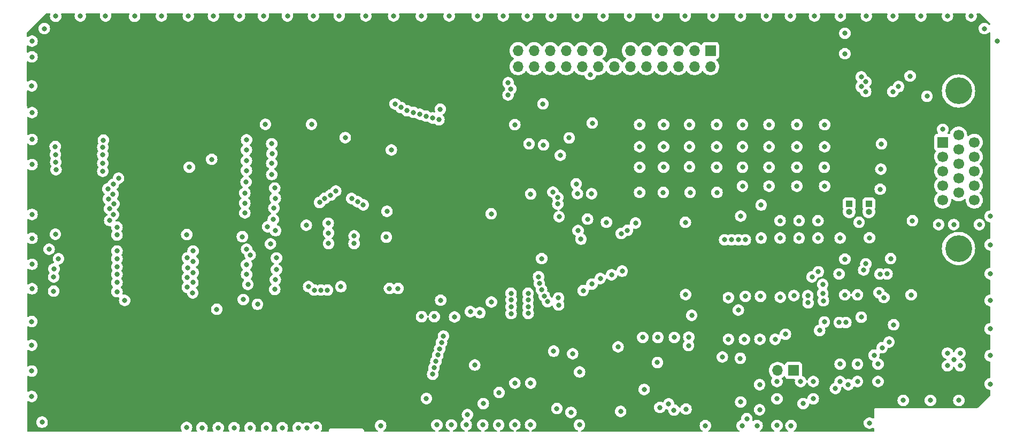
<source format=gbr>
%TF.GenerationSoftware,KiCad,Pcbnew,8.0.5-dirty*%
%TF.CreationDate,2025-01-01T18:08:14-08:00*%
%TF.ProjectId,nightshade,6e696768-7473-4686-9164-652e6b696361,rev?*%
%TF.SameCoordinates,Original*%
%TF.FileFunction,Copper,L3,Inr*%
%TF.FilePolarity,Positive*%
%FSLAX46Y46*%
G04 Gerber Fmt 4.6, Leading zero omitted, Abs format (unit mm)*
G04 Created by KiCad (PCBNEW 8.0.5-dirty) date 2025-01-01 18:08:14*
%MOMM*%
%LPD*%
G01*
G04 APERTURE LIST*
%TA.AperFunction,ComponentPad*%
%ADD10R,1.700000X1.700000*%
%TD*%
%TA.AperFunction,ComponentPad*%
%ADD11O,1.700000X1.700000*%
%TD*%
%TA.AperFunction,ComponentPad*%
%ADD12R,1.000000X1.000000*%
%TD*%
%TA.AperFunction,ComponentPad*%
%ADD13O,1.000000X1.000000*%
%TD*%
%TA.AperFunction,ComponentPad*%
%ADD14C,4.246000*%
%TD*%
%TA.AperFunction,ComponentPad*%
%ADD15R,1.695000X1.695000*%
%TD*%
%TA.AperFunction,ComponentPad*%
%ADD16C,1.695000*%
%TD*%
%TA.AperFunction,ViaPad*%
%ADD17C,0.800000*%
%TD*%
G04 APERTURE END LIST*
D10*
%TO.N,/IRQ2*%
%TO.C,JP3*%
X203886707Y-138750000D03*
D11*
%TO.N,/IRQ*%
X201346707Y-138750000D03*
%TD*%
D10*
%TO.N,unconnected-(J1-Pin_1-Pad1)*%
%TO.C,J1*%
X190734770Y-88000000D03*
D11*
%TO.N,/P0*%
X190734770Y-90540000D03*
%TO.N,unconnected-(J1-Pin_3-Pad3)*%
X188194770Y-88000000D03*
%TO.N,/P1*%
X188194770Y-90540000D03*
%TO.N,unconnected-(J1-Pin_5-Pad5)*%
X185654770Y-88000000D03*
%TO.N,/P2*%
X185654770Y-90540000D03*
%TO.N,/EVIDEO*%
X183114770Y-88000000D03*
%TO.N,/P3*%
X183114770Y-90540000D03*
%TO.N,/ESYNC*%
X180574770Y-88000000D03*
%TO.N,/P4*%
X180574770Y-90540000D03*
%TO.N,/EDCLK*%
X178034770Y-88000000D03*
%TO.N,/P5*%
X178034770Y-90540000D03*
%TO.N,/VCC*%
X175494770Y-88000000D03*
%TO.N,/P6*%
X175494770Y-90540000D03*
%TO.N,GND*%
X172954770Y-88000000D03*
%TO.N,/P7*%
X172954770Y-90540000D03*
%TO.N,GND*%
X170414770Y-88000000D03*
%TO.N,/DCLK*%
X170414770Y-90540000D03*
%TO.N,GND*%
X167874770Y-88000000D03*
%TO.N,/BLANK*%
X167874770Y-90540000D03*
%TO.N,GND*%
X165334770Y-88000000D03*
%TO.N,/HSYNC*%
X165334770Y-90540000D03*
%TO.N,/MCLK*%
X162794770Y-88000000D03*
%TO.N,/VSYNC*%
X162794770Y-90540000D03*
%TO.N,/OVRW*%
X160254770Y-88000000D03*
%TO.N,GND*%
X160254770Y-90540000D03*
%TD*%
D12*
%TO.N,GND*%
%TO.C,JP2*%
X215800000Y-112300000D03*
D13*
%TO.N,/A16*%
X215800000Y-113570000D03*
%TD*%
D12*
%TO.N,GND*%
%TO.C,JP1*%
X212700000Y-112300000D03*
D13*
%TO.N,/A15*%
X212700000Y-113570000D03*
%TD*%
D14*
%TO.N,GND*%
%TO.C,J3*%
X230000000Y-119395000D03*
X230000000Y-94405000D03*
D15*
%TO.N,/R*%
X227500000Y-102545000D03*
D16*
%TO.N,/G*%
X227500000Y-104835000D03*
%TO.N,/B*%
X227500000Y-107125000D03*
%TO.N,/MID2*%
X227500000Y-109415000D03*
%TO.N,GND*%
X227500000Y-111705000D03*
X230000000Y-101400000D03*
X230000000Y-103690000D03*
X230000000Y-105980000D03*
%TO.N,unconnected-(J3-Pad9)*%
X230000000Y-108270000D03*
%TO.N,GND*%
X230000000Y-110560000D03*
%TO.N,/MID0*%
X232500000Y-102545000D03*
%TO.N,/MID1*%
X232500000Y-104835000D03*
%TO.N,Net-(C11-Pad1)*%
X232500000Y-107125000D03*
%TO.N,Net-(C14-Pad1)*%
X232500000Y-109415000D03*
%TO.N,/MID3*%
X232500000Y-111705000D03*
%TD*%
D17*
%TO.N,/AVcc*%
X169459874Y-109149999D03*
%TO.N,GND*%
X140200000Y-103750000D03*
X187400000Y-103250000D03*
X83300000Y-106080000D03*
X83250000Y-93590000D03*
X83300000Y-97840000D03*
X83300000Y-102090000D03*
X164000000Y-121000000D03*
X204750000Y-117750000D03*
X154200000Y-129600000D03*
X215400000Y-82500000D03*
X116140000Y-82500000D03*
X235000000Y-123400000D03*
X131950000Y-82500000D03*
X217700000Y-106800000D03*
X195480000Y-82500000D03*
X178858999Y-115352140D03*
X200000000Y-109500000D03*
X232000000Y-82500000D03*
X183250000Y-110500000D03*
X140550000Y-82500000D03*
X236100000Y-86500000D03*
X230250000Y-138000000D03*
X222700000Y-115000000D03*
X183300000Y-99750000D03*
X184100000Y-144075000D03*
X227500000Y-100500000D03*
X144972192Y-130200000D03*
X111750000Y-105250000D03*
X200000000Y-106500000D03*
X83250000Y-138850000D03*
X153400000Y-137900000D03*
X107770000Y-147780000D03*
X187400000Y-99750000D03*
X179500000Y-106500000D03*
X203475000Y-147500000D03*
X173720000Y-82500000D03*
X229250000Y-137000000D03*
X211250000Y-117750000D03*
X83300000Y-88990000D03*
X157250000Y-142250000D03*
X235000000Y-140900000D03*
X182400000Y-133500000D03*
X211250000Y-140500000D03*
X120250000Y-99700000D03*
X202600000Y-133000000D03*
X214000000Y-137750000D03*
X233300000Y-115600000D03*
X173271015Y-124174999D03*
X235000000Y-114300000D03*
X207750000Y-117750000D03*
X189911992Y-147513008D03*
X83300000Y-117790000D03*
X154750000Y-144000000D03*
X204400000Y-103250000D03*
X127550000Y-99700000D03*
X169620000Y-82500000D03*
X154675000Y-147400000D03*
X161710000Y-82500000D03*
X97000000Y-108250000D03*
X83300000Y-121900000D03*
X195800000Y-99750000D03*
X176500000Y-145250000D03*
X179500000Y-110500000D03*
X96750000Y-126250000D03*
X123740000Y-82500000D03*
X198500000Y-141000000D03*
X191700000Y-103250000D03*
X166400000Y-144800000D03*
X186750000Y-115250000D03*
X195750000Y-147500000D03*
X119940000Y-82500000D03*
X226850000Y-115600000D03*
X222500000Y-126750000D03*
X235000000Y-132150000D03*
X219250000Y-121000000D03*
X139888904Y-125738904D03*
X171900000Y-110700000D03*
X191700000Y-106500000D03*
X230250000Y-136000000D03*
X195500000Y-143750000D03*
X212000000Y-126750000D03*
X179500000Y-103250000D03*
X180000000Y-133500000D03*
X165775000Y-110440000D03*
X207000000Y-143250000D03*
X198750000Y-112500000D03*
X191700000Y-99750000D03*
X219600000Y-82500000D03*
X162225000Y-147375000D03*
X195140000Y-129150000D03*
X164288286Y-102966290D03*
X94600000Y-102200000D03*
X99540000Y-82550000D03*
X195800000Y-103250000D03*
X136150000Y-82500000D03*
X176746015Y-123000000D03*
X198100000Y-147500000D03*
X217250000Y-137750000D03*
X191120000Y-82500000D03*
X152250000Y-145750000D03*
X207000000Y-140500000D03*
X217600000Y-110000000D03*
X207750000Y-115000000D03*
X182320000Y-82500000D03*
X132900000Y-101800000D03*
X201250000Y-147490000D03*
X200000000Y-103250000D03*
X147000000Y-130200000D03*
X144950000Y-82500000D03*
X195500000Y-114250000D03*
X187400000Y-106450000D03*
X170571015Y-126074999D03*
X201750000Y-115000000D03*
X230050000Y-143500000D03*
X83300000Y-113990000D03*
X186720000Y-82500000D03*
X228250000Y-82500000D03*
X83250000Y-142880000D03*
X201750000Y-117750000D03*
X183300000Y-103250000D03*
X199590000Y-82500000D03*
X207190000Y-82500000D03*
X169658876Y-110698783D03*
X138500000Y-147500000D03*
X228250000Y-136000000D03*
X85250000Y-84500000D03*
X204400000Y-99750000D03*
X235000000Y-136400000D03*
X205000000Y-140500000D03*
X214000000Y-126750000D03*
X83250000Y-134740000D03*
X228250000Y-138000000D03*
X176100000Y-135000000D03*
X210500000Y-141600000D03*
X179500000Y-99750000D03*
X201250000Y-143250000D03*
X187750000Y-130000000D03*
X94940000Y-82500000D03*
X191750000Y-110500000D03*
X153800000Y-82500000D03*
X214250000Y-115250000D03*
X159750000Y-147375000D03*
X83300000Y-86500000D03*
X174250000Y-115250000D03*
X201250000Y-140500000D03*
X159750000Y-140750000D03*
X186850000Y-144875000D03*
X208800000Y-99750000D03*
X217250000Y-140500000D03*
X208800000Y-103250000D03*
X217800000Y-102800000D03*
X171262500Y-114737500D03*
X229250000Y-115600000D03*
X187286992Y-133463008D03*
X171951992Y-125048008D03*
X215900000Y-147100000D03*
X170000000Y-139000000D03*
X204400000Y-109500000D03*
X195800000Y-109500000D03*
X87050000Y-82550000D03*
X171700000Y-91800000D03*
X215900000Y-117700000D03*
X234100000Y-84500000D03*
X147400000Y-147400000D03*
X211250000Y-137750000D03*
X208750000Y-106500000D03*
X156000000Y-113900000D03*
X156040000Y-127890000D03*
X162250000Y-140750000D03*
X225550000Y-143500000D03*
X84890000Y-146960000D03*
X208800000Y-109500000D03*
X157175000Y-147400000D03*
X221250000Y-143500000D03*
X112030000Y-82500000D03*
X200000000Y-99750000D03*
X116750000Y-127500000D03*
X127850000Y-82500000D03*
X182325000Y-137500000D03*
X83250000Y-130990000D03*
X198500000Y-145000000D03*
X166759992Y-114340008D03*
X187500000Y-110500000D03*
X180224748Y-141758672D03*
X203390000Y-82500000D03*
X224050000Y-82500000D03*
X90950000Y-82500000D03*
X195800000Y-106500000D03*
X198750000Y-117750000D03*
X169975000Y-147400000D03*
X108040000Y-82500000D03*
X214000000Y-140500000D03*
X204400000Y-106500000D03*
X147950000Y-97300000D03*
X175061015Y-123564999D03*
X157910000Y-82500000D03*
X183300000Y-106500000D03*
X211300000Y-82500000D03*
X165900000Y-135700000D03*
X103790000Y-82500000D03*
X168350000Y-101850000D03*
X204750000Y-115000000D03*
X235000000Y-127650000D03*
X108200000Y-106500000D03*
X165510000Y-82500000D03*
X149700000Y-147400000D03*
X235000000Y-118800000D03*
X185000000Y-133500000D03*
X159750000Y-99750000D03*
X177920000Y-82500000D03*
X149350000Y-82500000D03*
X83300000Y-125790000D03*
X152050000Y-147400000D03*
%TO.N,/RC_RESET*%
X168900000Y-136100000D03*
%TO.N,/SA17*%
X148445000Y-133294903D03*
X110210000Y-147849998D03*
%TO.N,/SA18*%
X148145639Y-134301369D03*
X112780000Y-147849998D03*
%TO.N,/SA19*%
X147846313Y-135307802D03*
X115300000Y-147849998D03*
%TO.N,/SA20*%
X117830000Y-147849998D03*
X147546987Y-136314235D03*
%TO.N,/SA21*%
X147247661Y-137320667D03*
X120420000Y-147849998D03*
%TO.N,/SA22*%
X146948336Y-138327098D03*
X122920000Y-147849998D03*
%TO.N,/SA23*%
X125440000Y-147849998D03*
X146737950Y-139355806D03*
%TO.N,/IOCS16*%
X126800000Y-147900000D03*
%TO.N,/MCS16*%
X128326992Y-147726992D03*
%TO.N,/SA0*%
X159144296Y-126505031D03*
X206187191Y-128012809D03*
%TO.N,/SA1*%
X206135199Y-126864801D03*
X159175000Y-127554585D03*
%TO.N,/SA2*%
X159164862Y-128660739D03*
X208600000Y-127700000D03*
%TO.N,/SA3*%
X208500000Y-126500000D03*
X159155000Y-129722000D03*
%TO.N,/SA4*%
X161850000Y-126500000D03*
X208500000Y-125100000D03*
%TO.N,/SA5*%
X161850000Y-127550000D03*
X206805114Y-123894886D03*
%TO.N,/SA6*%
X207800000Y-123085000D03*
X161849636Y-128650110D03*
%TO.N,/SA7*%
X161865000Y-129700000D03*
X211077060Y-123429056D03*
%TO.N,/SA8*%
X218674175Y-123425825D03*
X163500000Y-123890881D03*
%TO.N,/SA9*%
X217551561Y-123448439D03*
X163626302Y-124933260D03*
%TO.N,/SA10*%
X218187703Y-127175000D03*
X163976235Y-125923236D03*
%TO.N,/SA11*%
X217412703Y-126400000D03*
X164415000Y-126920013D03*
%TO.N,/SA12*%
X212000000Y-121085000D03*
X164925000Y-127837836D03*
%TO.N,/SA13*%
X166677066Y-128367305D03*
X214977089Y-122814587D03*
%TO.N,/SA14*%
X166655777Y-127250000D03*
X215328122Y-121825000D03*
%TO.N,/SD4*%
X192961953Y-118025001D03*
X170210849Y-117916709D03*
%TO.N,/SD5*%
X194057969Y-118025001D03*
X169751757Y-116557522D03*
%TO.N,/SD6*%
X195153985Y-118025001D03*
X176600000Y-117025000D03*
%TO.N,/SD7*%
X196250000Y-118025000D03*
X177583148Y-116525000D03*
%TO.N,/ALE*%
X145750000Y-143200000D03*
%TO.N,/REFRESH*%
X168630000Y-145400000D03*
%TO.N,/~{IOW}*%
X184948439Y-145051561D03*
%TO.N,/~{MEMR}*%
X150202869Y-130275000D03*
%TO.N,/~{MEMW}*%
X152700000Y-129419500D03*
%TO.N,/0WS*%
X187250000Y-134800000D03*
X195450001Y-136825000D03*
X196475000Y-146400000D03*
%TO.N,/IRQ2*%
X205400000Y-144000000D03*
%TO.N,/RESET*%
X208000000Y-132400000D03*
X212550000Y-141000000D03*
%TO.N,/VSYNC*%
X166550000Y-112350000D03*
%TO.N,/HSYNC*%
X166550000Y-111290000D03*
%TO.N,/IRQ*%
X192601286Y-136607597D03*
%TO.N,/MD17*%
X87000000Y-104500000D03*
X141688892Y-97023008D03*
%TO.N,/MD26*%
X95396257Y-111524999D03*
%TO.N,/MD25*%
X95563299Y-113075000D03*
%TO.N,/MD19*%
X87100000Y-106900000D03*
X143690368Y-97793708D03*
%TO.N,/MD28*%
X94500000Y-107138000D03*
%TO.N,/MA0*%
X122000000Y-120904874D03*
X130087338Y-126000000D03*
X107900000Y-120888631D03*
X87500000Y-121020000D03*
%TO.N,/MA1*%
X107911639Y-122438631D03*
X122000000Y-122736731D03*
X86776992Y-122623008D03*
X129037335Y-126000000D03*
%TO.N,/MA2*%
X107900000Y-123988631D03*
X86725000Y-123921338D03*
X121815949Y-124334999D03*
X127987332Y-126000000D03*
%TO.N,/MA3*%
X107900000Y-125553831D03*
X127090887Y-125453293D03*
X86726519Y-126173475D03*
X121729970Y-125884999D03*
%TO.N,/MA4*%
X117477632Y-125109999D03*
X108750000Y-126450000D03*
X96750000Y-124800000D03*
%TO.N,/MA5*%
X96750000Y-123500000D03*
X108768978Y-124778831D03*
X117274999Y-123511731D03*
%TO.N,/MA6*%
X108800000Y-123213631D03*
X117263545Y-121961731D03*
X96750000Y-122300000D03*
%TO.N,/MA7*%
X96750000Y-121000000D03*
X108811159Y-121495001D03*
X117829695Y-120404874D03*
%TO.N,/MA8*%
X96750000Y-119800000D03*
X108800000Y-119800000D03*
X117271269Y-119515684D03*
%TO.N,/MD0*%
X139500021Y-113499808D03*
X117274866Y-102150000D03*
%TO.N,/MD1*%
X117250000Y-103750000D03*
X135758810Y-112475000D03*
%TO.N,/MD2*%
X134835500Y-111975000D03*
X117250000Y-105450000D03*
%TO.N,/MD3*%
X117250000Y-107025000D03*
X133900000Y-111475000D03*
%TO.N,/MD4*%
X117184052Y-108845001D03*
X128832324Y-112093117D03*
%TO.N,/MD5*%
X129647904Y-111431805D03*
X117000000Y-110580000D03*
%TO.N,/MD6*%
X130571214Y-110931805D03*
X117000000Y-112200001D03*
%TO.N,/MD7*%
X131388096Y-110272100D03*
X117000000Y-113750001D03*
%TO.N,/MD8*%
X121500000Y-114800000D03*
%TO.N,/MD9*%
X121599384Y-112975001D03*
%TO.N,/MD10*%
X121821641Y-111425001D03*
%TO.N,/MD11*%
X121725533Y-109811080D03*
%TO.N,/MD12*%
X121250000Y-107675000D03*
%TO.N,/MD13*%
X121251992Y-105875000D03*
%TO.N,/MD14*%
X121291587Y-104325000D03*
%TO.N,/MD15*%
X121251992Y-102775000D03*
%TO.N,/MD16*%
X86975000Y-103223439D03*
X140802017Y-96460907D03*
%TO.N,/MD18*%
X87053430Y-105696570D03*
X142648703Y-97523008D03*
%TO.N,/MD20*%
X96167024Y-109199999D03*
X144696801Y-98093034D03*
%TO.N,/MD21*%
X145703233Y-98392361D03*
X96104687Y-110749999D03*
%TO.N,/MD22*%
X96271728Y-112299999D03*
X146709666Y-98691688D03*
%TO.N,/MD23*%
X96200000Y-114000000D03*
X147725000Y-98959267D03*
%TO.N,/MD24*%
X95604321Y-114952486D03*
%TO.N,/MD27*%
X95300000Y-109950000D03*
%TO.N,/MD29*%
X94500000Y-105868000D03*
%TO.N,/MD30*%
X94500000Y-104500000D03*
%TO.N,/MD31*%
X94500000Y-103328000D03*
%TO.N,/ROM_ENA*%
X148000000Y-127600000D03*
X193555000Y-127200000D03*
X186788496Y-126711504D03*
%TO.N,/BD2*%
X212162265Y-131146398D03*
X201776782Y-127137466D03*
%TO.N,/BD1*%
X211104091Y-131146087D03*
X198635000Y-127000000D03*
%TO.N,/BD0*%
X196250000Y-127000000D03*
X208751647Y-131055390D03*
%TO.N,/BD3*%
X214600000Y-130300000D03*
X203939183Y-126860817D03*
%TO.N,/BD7*%
X219725000Y-131500000D03*
X200964492Y-133810508D03*
%TO.N,/BD6*%
X198550000Y-133800000D03*
X219000000Y-134250000D03*
%TO.N,/BD5*%
X196100000Y-133825000D03*
X217889061Y-135139061D03*
%TO.N,/BD4*%
X216625000Y-136325000D03*
X193575000Y-133800000D03*
%TO.N,/VCC*%
X176725000Y-112600000D03*
X224300000Y-92000000D03*
X90000000Y-138000000D03*
X115000000Y-99700000D03*
X110100000Y-110050000D03*
X166675000Y-100250000D03*
X139500000Y-133900000D03*
X218000000Y-115000000D03*
X142970000Y-145860000D03*
X102250000Y-130100000D03*
X147600000Y-103600000D03*
X89131425Y-96250000D03*
X211500000Y-145200000D03*
X136150000Y-116350000D03*
X225800000Y-132000000D03*
X115000000Y-131250000D03*
X211200000Y-114600000D03*
X137270000Y-103230000D03*
X124000000Y-99750000D03*
X127245000Y-108354419D03*
X154900000Y-136550000D03*
X192250000Y-127200000D03*
X88750000Y-108225000D03*
X106550000Y-108150000D03*
X166850000Y-118250000D03*
X102450000Y-96250000D03*
%TO.N,/CAS3*%
X96750000Y-117250000D03*
%TO.N,/CAS2*%
X96750000Y-116000000D03*
%TO.N,/CAS1*%
X121857247Y-116560601D03*
%TO.N,/CAS0*%
X130200000Y-115400000D03*
X120600000Y-115940000D03*
X126725000Y-115688496D03*
%TO.N,/WE*%
X107800000Y-117200000D03*
X130250000Y-116945560D03*
X87002000Y-117145281D03*
X116600000Y-117520000D03*
%TO.N,/RAS0*%
X130250000Y-118600000D03*
X86000000Y-119500000D03*
X119000000Y-128250000D03*
X132200000Y-125450000D03*
X121051992Y-118651992D03*
%TO.N,Net-(J2-~{IOR})*%
X182710508Y-144614492D03*
%TO.N,Net-(U1-RAS)*%
X134294695Y-118612469D03*
X139400000Y-117600000D03*
%TO.N,/MID2*%
X220500000Y-93700000D03*
%TO.N,/MID0*%
X222328231Y-92041385D03*
X225000000Y-95250000D03*
%TO.N,/MID3*%
X219600000Y-94500000D03*
%TO.N,Net-(C11-Pad1)*%
X212000000Y-88500000D03*
%TO.N,/OVRW*%
X162250000Y-110750000D03*
%TO.N,Net-(C14-Pad1)*%
X212000000Y-85250000D03*
%TO.N,/P0*%
X166950000Y-104600000D03*
X214600000Y-92170790D03*
X172000000Y-99500000D03*
%TO.N,/P1*%
X215306527Y-92947526D03*
%TO.N,/P2*%
X214596197Y-93720790D03*
%TO.N,/P3*%
X215300000Y-94500000D03*
%TO.N,/P5*%
X161993265Y-102807589D03*
X164200000Y-96457719D03*
%TO.N,/EVIDEO*%
X158675000Y-95028581D03*
%TO.N,/ESYNC*%
X159110470Y-94073138D03*
%TO.N,/EDCLK*%
X158694119Y-93109213D03*
%TO.N,/RAS1*%
X112548008Y-129050000D03*
X134300000Y-117400000D03*
X97971015Y-127625001D03*
%TO.N,/MCLK*%
X141250000Y-125750000D03*
%TD*%
%TA.AperFunction,Conductor*%
%TO.N,/VCC*%
G36*
X86151741Y-82070502D02*
G01*
X86198234Y-82124158D01*
X86208338Y-82194432D01*
X86203453Y-82215436D01*
X86156457Y-82360071D01*
X86136496Y-82550000D01*
X86156457Y-82739927D01*
X86186526Y-82832470D01*
X86215473Y-82921556D01*
X86215476Y-82921561D01*
X86310958Y-83086941D01*
X86310965Y-83086951D01*
X86438744Y-83228864D01*
X86438747Y-83228866D01*
X86593248Y-83341118D01*
X86767712Y-83418794D01*
X86954513Y-83458500D01*
X87145487Y-83458500D01*
X87332288Y-83418794D01*
X87506752Y-83341118D01*
X87661253Y-83228866D01*
X87789040Y-83086944D01*
X87884527Y-82921556D01*
X87943542Y-82739928D01*
X87963504Y-82550000D01*
X87943542Y-82360072D01*
X87896547Y-82215436D01*
X87894519Y-82144469D01*
X87931182Y-82083671D01*
X87994894Y-82052345D01*
X88016380Y-82050500D01*
X89967374Y-82050500D01*
X90035495Y-82070502D01*
X90081988Y-82124158D01*
X90092092Y-82194432D01*
X90087207Y-82215437D01*
X90056457Y-82310072D01*
X90036496Y-82500000D01*
X90056457Y-82689927D01*
X90072704Y-82739928D01*
X90115473Y-82871556D01*
X90115476Y-82871561D01*
X90210958Y-83036941D01*
X90210965Y-83036951D01*
X90338744Y-83178864D01*
X90338747Y-83178866D01*
X90493248Y-83291118D01*
X90667712Y-83368794D01*
X90854513Y-83408500D01*
X91045487Y-83408500D01*
X91232288Y-83368794D01*
X91406752Y-83291118D01*
X91561253Y-83178866D01*
X91689040Y-83036944D01*
X91784527Y-82871556D01*
X91843542Y-82689928D01*
X91863504Y-82500000D01*
X91843542Y-82310072D01*
X91812793Y-82215436D01*
X91810765Y-82144469D01*
X91847428Y-82083671D01*
X91911140Y-82052345D01*
X91932626Y-82050500D01*
X93957374Y-82050500D01*
X94025495Y-82070502D01*
X94071988Y-82124158D01*
X94082092Y-82194432D01*
X94077207Y-82215437D01*
X94046457Y-82310072D01*
X94026496Y-82500000D01*
X94046457Y-82689927D01*
X94062704Y-82739928D01*
X94105473Y-82871556D01*
X94105476Y-82871561D01*
X94200958Y-83036941D01*
X94200965Y-83036951D01*
X94328744Y-83178864D01*
X94328747Y-83178866D01*
X94483248Y-83291118D01*
X94657712Y-83368794D01*
X94844513Y-83408500D01*
X95035487Y-83408500D01*
X95222288Y-83368794D01*
X95396752Y-83291118D01*
X95551253Y-83178866D01*
X95679040Y-83036944D01*
X95774527Y-82871556D01*
X95833542Y-82689928D01*
X95853504Y-82500000D01*
X95833542Y-82310072D01*
X95802793Y-82215436D01*
X95800765Y-82144469D01*
X95837428Y-82083671D01*
X95901140Y-82052345D01*
X95922626Y-82050500D01*
X98573620Y-82050500D01*
X98641741Y-82070502D01*
X98688234Y-82124158D01*
X98698338Y-82194432D01*
X98693453Y-82215436D01*
X98646457Y-82360071D01*
X98626496Y-82550000D01*
X98646457Y-82739927D01*
X98676526Y-82832470D01*
X98705473Y-82921556D01*
X98705476Y-82921561D01*
X98800958Y-83086941D01*
X98800965Y-83086951D01*
X98928744Y-83228864D01*
X98928747Y-83228866D01*
X99083248Y-83341118D01*
X99257712Y-83418794D01*
X99444513Y-83458500D01*
X99635487Y-83458500D01*
X99822288Y-83418794D01*
X99996752Y-83341118D01*
X100151253Y-83228866D01*
X100279040Y-83086944D01*
X100374527Y-82921556D01*
X100433542Y-82739928D01*
X100453504Y-82550000D01*
X100433542Y-82360072D01*
X100386547Y-82215436D01*
X100384519Y-82144469D01*
X100421182Y-82083671D01*
X100484894Y-82052345D01*
X100506380Y-82050500D01*
X102807374Y-82050500D01*
X102875495Y-82070502D01*
X102921988Y-82124158D01*
X102932092Y-82194432D01*
X102927207Y-82215437D01*
X102896457Y-82310072D01*
X102876496Y-82500000D01*
X102896457Y-82689927D01*
X102912704Y-82739928D01*
X102955473Y-82871556D01*
X102955476Y-82871561D01*
X103050958Y-83036941D01*
X103050965Y-83036951D01*
X103178744Y-83178864D01*
X103178747Y-83178866D01*
X103333248Y-83291118D01*
X103507712Y-83368794D01*
X103694513Y-83408500D01*
X103885487Y-83408500D01*
X104072288Y-83368794D01*
X104246752Y-83291118D01*
X104401253Y-83178866D01*
X104529040Y-83036944D01*
X104624527Y-82871556D01*
X104683542Y-82689928D01*
X104703504Y-82500000D01*
X104683542Y-82310072D01*
X104652793Y-82215436D01*
X104650765Y-82144469D01*
X104687428Y-82083671D01*
X104751140Y-82052345D01*
X104772626Y-82050500D01*
X107057374Y-82050500D01*
X107125495Y-82070502D01*
X107171988Y-82124158D01*
X107182092Y-82194432D01*
X107177207Y-82215437D01*
X107146457Y-82310072D01*
X107126496Y-82500000D01*
X107146457Y-82689927D01*
X107162704Y-82739928D01*
X107205473Y-82871556D01*
X107205476Y-82871561D01*
X107300958Y-83036941D01*
X107300965Y-83036951D01*
X107428744Y-83178864D01*
X107428747Y-83178866D01*
X107583248Y-83291118D01*
X107757712Y-83368794D01*
X107944513Y-83408500D01*
X108135487Y-83408500D01*
X108322288Y-83368794D01*
X108496752Y-83291118D01*
X108651253Y-83178866D01*
X108779040Y-83036944D01*
X108874527Y-82871556D01*
X108933542Y-82689928D01*
X108953504Y-82500000D01*
X108933542Y-82310072D01*
X108902793Y-82215436D01*
X108900765Y-82144469D01*
X108937428Y-82083671D01*
X109001140Y-82052345D01*
X109022626Y-82050500D01*
X111047374Y-82050500D01*
X111115495Y-82070502D01*
X111161988Y-82124158D01*
X111172092Y-82194432D01*
X111167207Y-82215437D01*
X111136457Y-82310072D01*
X111116496Y-82500000D01*
X111136457Y-82689927D01*
X111152704Y-82739928D01*
X111195473Y-82871556D01*
X111195476Y-82871561D01*
X111290958Y-83036941D01*
X111290965Y-83036951D01*
X111418744Y-83178864D01*
X111418747Y-83178866D01*
X111573248Y-83291118D01*
X111747712Y-83368794D01*
X111934513Y-83408500D01*
X112125487Y-83408500D01*
X112312288Y-83368794D01*
X112486752Y-83291118D01*
X112641253Y-83178866D01*
X112769040Y-83036944D01*
X112864527Y-82871556D01*
X112923542Y-82689928D01*
X112943504Y-82500000D01*
X112923542Y-82310072D01*
X112892793Y-82215436D01*
X112890765Y-82144469D01*
X112927428Y-82083671D01*
X112991140Y-82052345D01*
X113012626Y-82050500D01*
X115157374Y-82050500D01*
X115225495Y-82070502D01*
X115271988Y-82124158D01*
X115282092Y-82194432D01*
X115277207Y-82215437D01*
X115246457Y-82310072D01*
X115226496Y-82500000D01*
X115246457Y-82689927D01*
X115262704Y-82739928D01*
X115305473Y-82871556D01*
X115305476Y-82871561D01*
X115400958Y-83036941D01*
X115400965Y-83036951D01*
X115528744Y-83178864D01*
X115528747Y-83178866D01*
X115683248Y-83291118D01*
X115857712Y-83368794D01*
X116044513Y-83408500D01*
X116235487Y-83408500D01*
X116422288Y-83368794D01*
X116596752Y-83291118D01*
X116751253Y-83178866D01*
X116879040Y-83036944D01*
X116974527Y-82871556D01*
X117033542Y-82689928D01*
X117053504Y-82500000D01*
X117033542Y-82310072D01*
X117002793Y-82215436D01*
X117000765Y-82144469D01*
X117037428Y-82083671D01*
X117101140Y-82052345D01*
X117122626Y-82050500D01*
X118957374Y-82050500D01*
X119025495Y-82070502D01*
X119071988Y-82124158D01*
X119082092Y-82194432D01*
X119077207Y-82215437D01*
X119046457Y-82310072D01*
X119026496Y-82500000D01*
X119046457Y-82689927D01*
X119062704Y-82739928D01*
X119105473Y-82871556D01*
X119105476Y-82871561D01*
X119200958Y-83036941D01*
X119200965Y-83036951D01*
X119328744Y-83178864D01*
X119328747Y-83178866D01*
X119483248Y-83291118D01*
X119657712Y-83368794D01*
X119844513Y-83408500D01*
X120035487Y-83408500D01*
X120222288Y-83368794D01*
X120396752Y-83291118D01*
X120551253Y-83178866D01*
X120679040Y-83036944D01*
X120774527Y-82871556D01*
X120833542Y-82689928D01*
X120853504Y-82500000D01*
X120833542Y-82310072D01*
X120802793Y-82215436D01*
X120800765Y-82144469D01*
X120837428Y-82083671D01*
X120901140Y-82052345D01*
X120922626Y-82050500D01*
X122757374Y-82050500D01*
X122825495Y-82070502D01*
X122871988Y-82124158D01*
X122882092Y-82194432D01*
X122877207Y-82215437D01*
X122846457Y-82310072D01*
X122826496Y-82500000D01*
X122846457Y-82689927D01*
X122862704Y-82739928D01*
X122905473Y-82871556D01*
X122905476Y-82871561D01*
X123000958Y-83036941D01*
X123000965Y-83036951D01*
X123128744Y-83178864D01*
X123128747Y-83178866D01*
X123283248Y-83291118D01*
X123457712Y-83368794D01*
X123644513Y-83408500D01*
X123835487Y-83408500D01*
X124022288Y-83368794D01*
X124196752Y-83291118D01*
X124351253Y-83178866D01*
X124479040Y-83036944D01*
X124574527Y-82871556D01*
X124633542Y-82689928D01*
X124653504Y-82500000D01*
X124633542Y-82310072D01*
X124602793Y-82215436D01*
X124600765Y-82144469D01*
X124637428Y-82083671D01*
X124701140Y-82052345D01*
X124722626Y-82050500D01*
X126867374Y-82050500D01*
X126935495Y-82070502D01*
X126981988Y-82124158D01*
X126992092Y-82194432D01*
X126987207Y-82215437D01*
X126956457Y-82310072D01*
X126936496Y-82500000D01*
X126956457Y-82689927D01*
X126972704Y-82739928D01*
X127015473Y-82871556D01*
X127015476Y-82871561D01*
X127110958Y-83036941D01*
X127110965Y-83036951D01*
X127238744Y-83178864D01*
X127238747Y-83178866D01*
X127393248Y-83291118D01*
X127567712Y-83368794D01*
X127754513Y-83408500D01*
X127945487Y-83408500D01*
X128132288Y-83368794D01*
X128306752Y-83291118D01*
X128461253Y-83178866D01*
X128589040Y-83036944D01*
X128684527Y-82871556D01*
X128743542Y-82689928D01*
X128763504Y-82500000D01*
X128743542Y-82310072D01*
X128712793Y-82215436D01*
X128710765Y-82144469D01*
X128747428Y-82083671D01*
X128811140Y-82052345D01*
X128832626Y-82050500D01*
X130967374Y-82050500D01*
X131035495Y-82070502D01*
X131081988Y-82124158D01*
X131092092Y-82194432D01*
X131087207Y-82215437D01*
X131056457Y-82310072D01*
X131036496Y-82500000D01*
X131056457Y-82689927D01*
X131072704Y-82739928D01*
X131115473Y-82871556D01*
X131115476Y-82871561D01*
X131210958Y-83036941D01*
X131210965Y-83036951D01*
X131338744Y-83178864D01*
X131338747Y-83178866D01*
X131493248Y-83291118D01*
X131667712Y-83368794D01*
X131854513Y-83408500D01*
X132045487Y-83408500D01*
X132232288Y-83368794D01*
X132406752Y-83291118D01*
X132561253Y-83178866D01*
X132689040Y-83036944D01*
X132784527Y-82871556D01*
X132843542Y-82689928D01*
X132863504Y-82500000D01*
X132843542Y-82310072D01*
X132812793Y-82215436D01*
X132810765Y-82144469D01*
X132847428Y-82083671D01*
X132911140Y-82052345D01*
X132932626Y-82050500D01*
X135167374Y-82050500D01*
X135235495Y-82070502D01*
X135281988Y-82124158D01*
X135292092Y-82194432D01*
X135287207Y-82215437D01*
X135256457Y-82310072D01*
X135236496Y-82500000D01*
X135256457Y-82689927D01*
X135272704Y-82739928D01*
X135315473Y-82871556D01*
X135315476Y-82871561D01*
X135410958Y-83036941D01*
X135410965Y-83036951D01*
X135538744Y-83178864D01*
X135538747Y-83178866D01*
X135693248Y-83291118D01*
X135867712Y-83368794D01*
X136054513Y-83408500D01*
X136245487Y-83408500D01*
X136432288Y-83368794D01*
X136606752Y-83291118D01*
X136761253Y-83178866D01*
X136889040Y-83036944D01*
X136984527Y-82871556D01*
X137043542Y-82689928D01*
X137063504Y-82500000D01*
X137043542Y-82310072D01*
X137012793Y-82215436D01*
X137010765Y-82144469D01*
X137047428Y-82083671D01*
X137111140Y-82052345D01*
X137132626Y-82050500D01*
X139567374Y-82050500D01*
X139635495Y-82070502D01*
X139681988Y-82124158D01*
X139692092Y-82194432D01*
X139687207Y-82215437D01*
X139656457Y-82310072D01*
X139636496Y-82500000D01*
X139656457Y-82689927D01*
X139672704Y-82739928D01*
X139715473Y-82871556D01*
X139715476Y-82871561D01*
X139810958Y-83036941D01*
X139810965Y-83036951D01*
X139938744Y-83178864D01*
X139938747Y-83178866D01*
X140093248Y-83291118D01*
X140267712Y-83368794D01*
X140454513Y-83408500D01*
X140645487Y-83408500D01*
X140832288Y-83368794D01*
X141006752Y-83291118D01*
X141161253Y-83178866D01*
X141289040Y-83036944D01*
X141384527Y-82871556D01*
X141443542Y-82689928D01*
X141463504Y-82500000D01*
X141443542Y-82310072D01*
X141412793Y-82215436D01*
X141410765Y-82144469D01*
X141447428Y-82083671D01*
X141511140Y-82052345D01*
X141532626Y-82050500D01*
X143967374Y-82050500D01*
X144035495Y-82070502D01*
X144081988Y-82124158D01*
X144092092Y-82194432D01*
X144087207Y-82215437D01*
X144056457Y-82310072D01*
X144036496Y-82500000D01*
X144056457Y-82689927D01*
X144072704Y-82739928D01*
X144115473Y-82871556D01*
X144115476Y-82871561D01*
X144210958Y-83036941D01*
X144210965Y-83036951D01*
X144338744Y-83178864D01*
X144338747Y-83178866D01*
X144493248Y-83291118D01*
X144667712Y-83368794D01*
X144854513Y-83408500D01*
X145045487Y-83408500D01*
X145232288Y-83368794D01*
X145406752Y-83291118D01*
X145561253Y-83178866D01*
X145689040Y-83036944D01*
X145784527Y-82871556D01*
X145843542Y-82689928D01*
X145863504Y-82500000D01*
X145843542Y-82310072D01*
X145812793Y-82215436D01*
X145810765Y-82144469D01*
X145847428Y-82083671D01*
X145911140Y-82052345D01*
X145932626Y-82050500D01*
X148367374Y-82050500D01*
X148435495Y-82070502D01*
X148481988Y-82124158D01*
X148492092Y-82194432D01*
X148487207Y-82215437D01*
X148456457Y-82310072D01*
X148436496Y-82500000D01*
X148456457Y-82689927D01*
X148472704Y-82739928D01*
X148515473Y-82871556D01*
X148515476Y-82871561D01*
X148610958Y-83036941D01*
X148610965Y-83036951D01*
X148738744Y-83178864D01*
X148738747Y-83178866D01*
X148893248Y-83291118D01*
X149067712Y-83368794D01*
X149254513Y-83408500D01*
X149445487Y-83408500D01*
X149632288Y-83368794D01*
X149806752Y-83291118D01*
X149961253Y-83178866D01*
X150089040Y-83036944D01*
X150184527Y-82871556D01*
X150243542Y-82689928D01*
X150263504Y-82500000D01*
X150243542Y-82310072D01*
X150212793Y-82215436D01*
X150210765Y-82144469D01*
X150247428Y-82083671D01*
X150311140Y-82052345D01*
X150332626Y-82050500D01*
X152817374Y-82050500D01*
X152885495Y-82070502D01*
X152931988Y-82124158D01*
X152942092Y-82194432D01*
X152937207Y-82215437D01*
X152906457Y-82310072D01*
X152886496Y-82500000D01*
X152906457Y-82689927D01*
X152922704Y-82739928D01*
X152965473Y-82871556D01*
X152965476Y-82871561D01*
X153060958Y-83036941D01*
X153060965Y-83036951D01*
X153188744Y-83178864D01*
X153188747Y-83178866D01*
X153343248Y-83291118D01*
X153517712Y-83368794D01*
X153704513Y-83408500D01*
X153895487Y-83408500D01*
X154082288Y-83368794D01*
X154256752Y-83291118D01*
X154411253Y-83178866D01*
X154539040Y-83036944D01*
X154634527Y-82871556D01*
X154693542Y-82689928D01*
X154713504Y-82500000D01*
X154693542Y-82310072D01*
X154662793Y-82215436D01*
X154660765Y-82144469D01*
X154697428Y-82083671D01*
X154761140Y-82052345D01*
X154782626Y-82050500D01*
X156927374Y-82050500D01*
X156995495Y-82070502D01*
X157041988Y-82124158D01*
X157052092Y-82194432D01*
X157047207Y-82215437D01*
X157016457Y-82310072D01*
X156996496Y-82500000D01*
X157016457Y-82689927D01*
X157032704Y-82739928D01*
X157075473Y-82871556D01*
X157075476Y-82871561D01*
X157170958Y-83036941D01*
X157170965Y-83036951D01*
X157298744Y-83178864D01*
X157298747Y-83178866D01*
X157453248Y-83291118D01*
X157627712Y-83368794D01*
X157814513Y-83408500D01*
X158005487Y-83408500D01*
X158192288Y-83368794D01*
X158366752Y-83291118D01*
X158521253Y-83178866D01*
X158649040Y-83036944D01*
X158744527Y-82871556D01*
X158803542Y-82689928D01*
X158823504Y-82500000D01*
X158803542Y-82310072D01*
X158772793Y-82215436D01*
X158770765Y-82144469D01*
X158807428Y-82083671D01*
X158871140Y-82052345D01*
X158892626Y-82050500D01*
X160727374Y-82050500D01*
X160795495Y-82070502D01*
X160841988Y-82124158D01*
X160852092Y-82194432D01*
X160847207Y-82215437D01*
X160816457Y-82310072D01*
X160796496Y-82500000D01*
X160816457Y-82689927D01*
X160832704Y-82739928D01*
X160875473Y-82871556D01*
X160875476Y-82871561D01*
X160970958Y-83036941D01*
X160970965Y-83036951D01*
X161098744Y-83178864D01*
X161098747Y-83178866D01*
X161253248Y-83291118D01*
X161427712Y-83368794D01*
X161614513Y-83408500D01*
X161805487Y-83408500D01*
X161992288Y-83368794D01*
X162166752Y-83291118D01*
X162321253Y-83178866D01*
X162449040Y-83036944D01*
X162544527Y-82871556D01*
X162603542Y-82689928D01*
X162623504Y-82500000D01*
X162603542Y-82310072D01*
X162572793Y-82215436D01*
X162570765Y-82144469D01*
X162607428Y-82083671D01*
X162671140Y-82052345D01*
X162692626Y-82050500D01*
X164527374Y-82050500D01*
X164595495Y-82070502D01*
X164641988Y-82124158D01*
X164652092Y-82194432D01*
X164647207Y-82215437D01*
X164616457Y-82310072D01*
X164596496Y-82500000D01*
X164616457Y-82689927D01*
X164632704Y-82739928D01*
X164675473Y-82871556D01*
X164675476Y-82871561D01*
X164770958Y-83036941D01*
X164770965Y-83036951D01*
X164898744Y-83178864D01*
X164898747Y-83178866D01*
X165053248Y-83291118D01*
X165227712Y-83368794D01*
X165414513Y-83408500D01*
X165605487Y-83408500D01*
X165792288Y-83368794D01*
X165966752Y-83291118D01*
X166121253Y-83178866D01*
X166249040Y-83036944D01*
X166344527Y-82871556D01*
X166403542Y-82689928D01*
X166423504Y-82500000D01*
X166403542Y-82310072D01*
X166372793Y-82215436D01*
X166370765Y-82144469D01*
X166407428Y-82083671D01*
X166471140Y-82052345D01*
X166492626Y-82050500D01*
X168637374Y-82050500D01*
X168705495Y-82070502D01*
X168751988Y-82124158D01*
X168762092Y-82194432D01*
X168757207Y-82215437D01*
X168726457Y-82310072D01*
X168706496Y-82500000D01*
X168726457Y-82689927D01*
X168742704Y-82739928D01*
X168785473Y-82871556D01*
X168785476Y-82871561D01*
X168880958Y-83036941D01*
X168880965Y-83036951D01*
X169008744Y-83178864D01*
X169008747Y-83178866D01*
X169163248Y-83291118D01*
X169337712Y-83368794D01*
X169524513Y-83408500D01*
X169715487Y-83408500D01*
X169902288Y-83368794D01*
X170076752Y-83291118D01*
X170231253Y-83178866D01*
X170359040Y-83036944D01*
X170454527Y-82871556D01*
X170513542Y-82689928D01*
X170533504Y-82500000D01*
X170513542Y-82310072D01*
X170482793Y-82215436D01*
X170480765Y-82144469D01*
X170517428Y-82083671D01*
X170581140Y-82052345D01*
X170602626Y-82050500D01*
X172737374Y-82050500D01*
X172805495Y-82070502D01*
X172851988Y-82124158D01*
X172862092Y-82194432D01*
X172857207Y-82215437D01*
X172826457Y-82310072D01*
X172806496Y-82500000D01*
X172826457Y-82689927D01*
X172842704Y-82739928D01*
X172885473Y-82871556D01*
X172885476Y-82871561D01*
X172980958Y-83036941D01*
X172980965Y-83036951D01*
X173108744Y-83178864D01*
X173108747Y-83178866D01*
X173263248Y-83291118D01*
X173437712Y-83368794D01*
X173624513Y-83408500D01*
X173815487Y-83408500D01*
X174002288Y-83368794D01*
X174176752Y-83291118D01*
X174331253Y-83178866D01*
X174459040Y-83036944D01*
X174554527Y-82871556D01*
X174613542Y-82689928D01*
X174633504Y-82500000D01*
X174613542Y-82310072D01*
X174582793Y-82215436D01*
X174580765Y-82144469D01*
X174617428Y-82083671D01*
X174681140Y-82052345D01*
X174702626Y-82050500D01*
X176937374Y-82050500D01*
X177005495Y-82070502D01*
X177051988Y-82124158D01*
X177062092Y-82194432D01*
X177057207Y-82215437D01*
X177026457Y-82310072D01*
X177006496Y-82500000D01*
X177026457Y-82689927D01*
X177042704Y-82739928D01*
X177085473Y-82871556D01*
X177085476Y-82871561D01*
X177180958Y-83036941D01*
X177180965Y-83036951D01*
X177308744Y-83178864D01*
X177308747Y-83178866D01*
X177463248Y-83291118D01*
X177637712Y-83368794D01*
X177824513Y-83408500D01*
X178015487Y-83408500D01*
X178202288Y-83368794D01*
X178376752Y-83291118D01*
X178531253Y-83178866D01*
X178659040Y-83036944D01*
X178754527Y-82871556D01*
X178813542Y-82689928D01*
X178833504Y-82500000D01*
X178813542Y-82310072D01*
X178782793Y-82215436D01*
X178780765Y-82144469D01*
X178817428Y-82083671D01*
X178881140Y-82052345D01*
X178902626Y-82050500D01*
X181337374Y-82050500D01*
X181405495Y-82070502D01*
X181451988Y-82124158D01*
X181462092Y-82194432D01*
X181457207Y-82215437D01*
X181426457Y-82310072D01*
X181406496Y-82500000D01*
X181426457Y-82689927D01*
X181442704Y-82739928D01*
X181485473Y-82871556D01*
X181485476Y-82871561D01*
X181580958Y-83036941D01*
X181580965Y-83036951D01*
X181708744Y-83178864D01*
X181708747Y-83178866D01*
X181863248Y-83291118D01*
X182037712Y-83368794D01*
X182224513Y-83408500D01*
X182415487Y-83408500D01*
X182602288Y-83368794D01*
X182776752Y-83291118D01*
X182931253Y-83178866D01*
X183059040Y-83036944D01*
X183154527Y-82871556D01*
X183213542Y-82689928D01*
X183233504Y-82500000D01*
X183213542Y-82310072D01*
X183182793Y-82215436D01*
X183180765Y-82144469D01*
X183217428Y-82083671D01*
X183281140Y-82052345D01*
X183302626Y-82050500D01*
X185737374Y-82050500D01*
X185805495Y-82070502D01*
X185851988Y-82124158D01*
X185862092Y-82194432D01*
X185857207Y-82215437D01*
X185826457Y-82310072D01*
X185806496Y-82500000D01*
X185826457Y-82689927D01*
X185842704Y-82739928D01*
X185885473Y-82871556D01*
X185885476Y-82871561D01*
X185980958Y-83036941D01*
X185980965Y-83036951D01*
X186108744Y-83178864D01*
X186108747Y-83178866D01*
X186263248Y-83291118D01*
X186437712Y-83368794D01*
X186624513Y-83408500D01*
X186815487Y-83408500D01*
X187002288Y-83368794D01*
X187176752Y-83291118D01*
X187331253Y-83178866D01*
X187459040Y-83036944D01*
X187554527Y-82871556D01*
X187613542Y-82689928D01*
X187633504Y-82500000D01*
X187613542Y-82310072D01*
X187582793Y-82215436D01*
X187580765Y-82144469D01*
X187617428Y-82083671D01*
X187681140Y-82052345D01*
X187702626Y-82050500D01*
X190137374Y-82050500D01*
X190205495Y-82070502D01*
X190251988Y-82124158D01*
X190262092Y-82194432D01*
X190257207Y-82215437D01*
X190226457Y-82310072D01*
X190206496Y-82500000D01*
X190226457Y-82689927D01*
X190242704Y-82739928D01*
X190285473Y-82871556D01*
X190285476Y-82871561D01*
X190380958Y-83036941D01*
X190380965Y-83036951D01*
X190508744Y-83178864D01*
X190508747Y-83178866D01*
X190663248Y-83291118D01*
X190837712Y-83368794D01*
X191024513Y-83408500D01*
X191215487Y-83408500D01*
X191402288Y-83368794D01*
X191576752Y-83291118D01*
X191731253Y-83178866D01*
X191859040Y-83036944D01*
X191954527Y-82871556D01*
X192013542Y-82689928D01*
X192033504Y-82500000D01*
X192013542Y-82310072D01*
X191982793Y-82215436D01*
X191980765Y-82144469D01*
X192017428Y-82083671D01*
X192081140Y-82052345D01*
X192102626Y-82050500D01*
X194497374Y-82050500D01*
X194565495Y-82070502D01*
X194611988Y-82124158D01*
X194622092Y-82194432D01*
X194617207Y-82215437D01*
X194586457Y-82310072D01*
X194566496Y-82500000D01*
X194586457Y-82689927D01*
X194602704Y-82739928D01*
X194645473Y-82871556D01*
X194645476Y-82871561D01*
X194740958Y-83036941D01*
X194740965Y-83036951D01*
X194868744Y-83178864D01*
X194868747Y-83178866D01*
X195023248Y-83291118D01*
X195197712Y-83368794D01*
X195384513Y-83408500D01*
X195575487Y-83408500D01*
X195762288Y-83368794D01*
X195936752Y-83291118D01*
X196091253Y-83178866D01*
X196219040Y-83036944D01*
X196314527Y-82871556D01*
X196373542Y-82689928D01*
X196393504Y-82500000D01*
X196373542Y-82310072D01*
X196342793Y-82215436D01*
X196340765Y-82144469D01*
X196377428Y-82083671D01*
X196441140Y-82052345D01*
X196462626Y-82050500D01*
X198607374Y-82050500D01*
X198675495Y-82070502D01*
X198721988Y-82124158D01*
X198732092Y-82194432D01*
X198727207Y-82215437D01*
X198696457Y-82310072D01*
X198676496Y-82500000D01*
X198696457Y-82689927D01*
X198712704Y-82739928D01*
X198755473Y-82871556D01*
X198755476Y-82871561D01*
X198850958Y-83036941D01*
X198850965Y-83036951D01*
X198978744Y-83178864D01*
X198978747Y-83178866D01*
X199133248Y-83291118D01*
X199307712Y-83368794D01*
X199494513Y-83408500D01*
X199685487Y-83408500D01*
X199872288Y-83368794D01*
X200046752Y-83291118D01*
X200201253Y-83178866D01*
X200329040Y-83036944D01*
X200424527Y-82871556D01*
X200483542Y-82689928D01*
X200503504Y-82500000D01*
X200483542Y-82310072D01*
X200452793Y-82215436D01*
X200450765Y-82144469D01*
X200487428Y-82083671D01*
X200551140Y-82052345D01*
X200572626Y-82050500D01*
X202407374Y-82050500D01*
X202475495Y-82070502D01*
X202521988Y-82124158D01*
X202532092Y-82194432D01*
X202527207Y-82215437D01*
X202496457Y-82310072D01*
X202476496Y-82500000D01*
X202496457Y-82689927D01*
X202512704Y-82739928D01*
X202555473Y-82871556D01*
X202555476Y-82871561D01*
X202650958Y-83036941D01*
X202650965Y-83036951D01*
X202778744Y-83178864D01*
X202778747Y-83178866D01*
X202933248Y-83291118D01*
X203107712Y-83368794D01*
X203294513Y-83408500D01*
X203485487Y-83408500D01*
X203672288Y-83368794D01*
X203846752Y-83291118D01*
X204001253Y-83178866D01*
X204129040Y-83036944D01*
X204224527Y-82871556D01*
X204283542Y-82689928D01*
X204303504Y-82500000D01*
X204283542Y-82310072D01*
X204252793Y-82215436D01*
X204250765Y-82144469D01*
X204287428Y-82083671D01*
X204351140Y-82052345D01*
X204372626Y-82050500D01*
X206207374Y-82050500D01*
X206275495Y-82070502D01*
X206321988Y-82124158D01*
X206332092Y-82194432D01*
X206327207Y-82215437D01*
X206296457Y-82310072D01*
X206276496Y-82500000D01*
X206296457Y-82689927D01*
X206312704Y-82739928D01*
X206355473Y-82871556D01*
X206355476Y-82871561D01*
X206450958Y-83036941D01*
X206450965Y-83036951D01*
X206578744Y-83178864D01*
X206578747Y-83178866D01*
X206733248Y-83291118D01*
X206907712Y-83368794D01*
X207094513Y-83408500D01*
X207285487Y-83408500D01*
X207472288Y-83368794D01*
X207646752Y-83291118D01*
X207801253Y-83178866D01*
X207929040Y-83036944D01*
X208024527Y-82871556D01*
X208083542Y-82689928D01*
X208103504Y-82500000D01*
X208083542Y-82310072D01*
X208052793Y-82215436D01*
X208050765Y-82144469D01*
X208087428Y-82083671D01*
X208151140Y-82052345D01*
X208172626Y-82050500D01*
X210317374Y-82050500D01*
X210385495Y-82070502D01*
X210431988Y-82124158D01*
X210442092Y-82194432D01*
X210437207Y-82215437D01*
X210406457Y-82310072D01*
X210386496Y-82500000D01*
X210406457Y-82689927D01*
X210422704Y-82739928D01*
X210465473Y-82871556D01*
X210465476Y-82871561D01*
X210560958Y-83036941D01*
X210560965Y-83036951D01*
X210688744Y-83178864D01*
X210688747Y-83178866D01*
X210843248Y-83291118D01*
X211017712Y-83368794D01*
X211204513Y-83408500D01*
X211395487Y-83408500D01*
X211582288Y-83368794D01*
X211756752Y-83291118D01*
X211911253Y-83178866D01*
X212039040Y-83036944D01*
X212134527Y-82871556D01*
X212193542Y-82689928D01*
X212213504Y-82500000D01*
X212193542Y-82310072D01*
X212162793Y-82215436D01*
X212160765Y-82144469D01*
X212197428Y-82083671D01*
X212261140Y-82052345D01*
X212282626Y-82050500D01*
X214417374Y-82050500D01*
X214485495Y-82070502D01*
X214531988Y-82124158D01*
X214542092Y-82194432D01*
X214537207Y-82215437D01*
X214506457Y-82310072D01*
X214486496Y-82500000D01*
X214506457Y-82689927D01*
X214522704Y-82739928D01*
X214565473Y-82871556D01*
X214565476Y-82871561D01*
X214660958Y-83036941D01*
X214660965Y-83036951D01*
X214788744Y-83178864D01*
X214788747Y-83178866D01*
X214943248Y-83291118D01*
X215117712Y-83368794D01*
X215304513Y-83408500D01*
X215495487Y-83408500D01*
X215682288Y-83368794D01*
X215856752Y-83291118D01*
X216011253Y-83178866D01*
X216139040Y-83036944D01*
X216234527Y-82871556D01*
X216293542Y-82689928D01*
X216313504Y-82500000D01*
X216293542Y-82310072D01*
X216262793Y-82215436D01*
X216260765Y-82144469D01*
X216297428Y-82083671D01*
X216361140Y-82052345D01*
X216382626Y-82050500D01*
X218617374Y-82050500D01*
X218685495Y-82070502D01*
X218731988Y-82124158D01*
X218742092Y-82194432D01*
X218737207Y-82215437D01*
X218706457Y-82310072D01*
X218686496Y-82500000D01*
X218706457Y-82689927D01*
X218722704Y-82739928D01*
X218765473Y-82871556D01*
X218765476Y-82871561D01*
X218860958Y-83036941D01*
X218860965Y-83036951D01*
X218988744Y-83178864D01*
X218988747Y-83178866D01*
X219143248Y-83291118D01*
X219317712Y-83368794D01*
X219504513Y-83408500D01*
X219695487Y-83408500D01*
X219882288Y-83368794D01*
X220056752Y-83291118D01*
X220211253Y-83178866D01*
X220339040Y-83036944D01*
X220434527Y-82871556D01*
X220493542Y-82689928D01*
X220513504Y-82500000D01*
X220493542Y-82310072D01*
X220462793Y-82215436D01*
X220460765Y-82144469D01*
X220497428Y-82083671D01*
X220561140Y-82052345D01*
X220582626Y-82050500D01*
X223067374Y-82050500D01*
X223135495Y-82070502D01*
X223181988Y-82124158D01*
X223192092Y-82194432D01*
X223187207Y-82215437D01*
X223156457Y-82310072D01*
X223136496Y-82500000D01*
X223156457Y-82689927D01*
X223172704Y-82739928D01*
X223215473Y-82871556D01*
X223215476Y-82871561D01*
X223310958Y-83036941D01*
X223310965Y-83036951D01*
X223438744Y-83178864D01*
X223438747Y-83178866D01*
X223593248Y-83291118D01*
X223767712Y-83368794D01*
X223954513Y-83408500D01*
X224145487Y-83408500D01*
X224332288Y-83368794D01*
X224506752Y-83291118D01*
X224661253Y-83178866D01*
X224789040Y-83036944D01*
X224884527Y-82871556D01*
X224943542Y-82689928D01*
X224963504Y-82500000D01*
X224943542Y-82310072D01*
X224912793Y-82215436D01*
X224910765Y-82144469D01*
X224947428Y-82083671D01*
X225011140Y-82052345D01*
X225032626Y-82050500D01*
X227267374Y-82050500D01*
X227335495Y-82070502D01*
X227381988Y-82124158D01*
X227392092Y-82194432D01*
X227387207Y-82215437D01*
X227356457Y-82310072D01*
X227336496Y-82500000D01*
X227356457Y-82689927D01*
X227372704Y-82739928D01*
X227415473Y-82871556D01*
X227415476Y-82871561D01*
X227510958Y-83036941D01*
X227510965Y-83036951D01*
X227638744Y-83178864D01*
X227638747Y-83178866D01*
X227793248Y-83291118D01*
X227967712Y-83368794D01*
X228154513Y-83408500D01*
X228345487Y-83408500D01*
X228532288Y-83368794D01*
X228706752Y-83291118D01*
X228861253Y-83178866D01*
X228989040Y-83036944D01*
X229084527Y-82871556D01*
X229143542Y-82689928D01*
X229163504Y-82500000D01*
X229143542Y-82310072D01*
X229112793Y-82215436D01*
X229110765Y-82144469D01*
X229147428Y-82083671D01*
X229211140Y-82052345D01*
X229232626Y-82050500D01*
X231017374Y-82050500D01*
X231085495Y-82070502D01*
X231131988Y-82124158D01*
X231142092Y-82194432D01*
X231137207Y-82215437D01*
X231106457Y-82310072D01*
X231086496Y-82500000D01*
X231106457Y-82689927D01*
X231122704Y-82739928D01*
X231165473Y-82871556D01*
X231165476Y-82871561D01*
X231260958Y-83036941D01*
X231260965Y-83036951D01*
X231388744Y-83178864D01*
X231388747Y-83178866D01*
X231543248Y-83291118D01*
X231717712Y-83368794D01*
X231904513Y-83408500D01*
X232095487Y-83408500D01*
X232282288Y-83368794D01*
X232456752Y-83291118D01*
X232611253Y-83178866D01*
X232739040Y-83036944D01*
X232834527Y-82871556D01*
X232893542Y-82689928D01*
X232913504Y-82500000D01*
X232893542Y-82310072D01*
X232862793Y-82215436D01*
X232860765Y-82144469D01*
X232897428Y-82083671D01*
X232961140Y-82052345D01*
X232982626Y-82050500D01*
X233294049Y-82050500D01*
X233362170Y-82070502D01*
X233383144Y-82087405D01*
X234963095Y-83667356D01*
X234997120Y-83729667D01*
X235000000Y-83756450D01*
X235000000Y-83813578D01*
X234979998Y-83881699D01*
X234926342Y-83928192D01*
X234856068Y-83938296D01*
X234791488Y-83908802D01*
X234780364Y-83897889D01*
X234711253Y-83821134D01*
X234556752Y-83708882D01*
X234382288Y-83631206D01*
X234195487Y-83591500D01*
X234004513Y-83591500D01*
X233817711Y-83631206D01*
X233643247Y-83708882D01*
X233488744Y-83821135D01*
X233360965Y-83963048D01*
X233360958Y-83963058D01*
X233265476Y-84128438D01*
X233265473Y-84128445D01*
X233206457Y-84310072D01*
X233186496Y-84500000D01*
X233206457Y-84689927D01*
X233213973Y-84713058D01*
X233265473Y-84871556D01*
X233278660Y-84894396D01*
X233360958Y-85036941D01*
X233360965Y-85036951D01*
X233488744Y-85178864D01*
X233549999Y-85223368D01*
X233643248Y-85291118D01*
X233817712Y-85368794D01*
X234004513Y-85408500D01*
X234195487Y-85408500D01*
X234382288Y-85368794D01*
X234556752Y-85291118D01*
X234711253Y-85178866D01*
X234780363Y-85102110D01*
X234840809Y-85064871D01*
X234911793Y-85066222D01*
X234970778Y-85105736D01*
X234999036Y-85170866D01*
X235000000Y-85186421D01*
X235000000Y-113269170D01*
X234979998Y-113337291D01*
X234926342Y-113383784D01*
X234900197Y-113392417D01*
X234717711Y-113431206D01*
X234543247Y-113508882D01*
X234388744Y-113621135D01*
X234260965Y-113763048D01*
X234260958Y-113763058D01*
X234165476Y-113928438D01*
X234165473Y-113928444D01*
X234159716Y-113946162D01*
X234106457Y-114110072D01*
X234086496Y-114300000D01*
X234106457Y-114489927D01*
X234123091Y-114541119D01*
X234165473Y-114671556D01*
X234188571Y-114711562D01*
X234260958Y-114836941D01*
X234260965Y-114836951D01*
X234388744Y-114978864D01*
X234391113Y-114980585D01*
X234543248Y-115091118D01*
X234717712Y-115168794D01*
X234900198Y-115207582D01*
X234962670Y-115241310D01*
X234996992Y-115303460D01*
X235000000Y-115330829D01*
X235000000Y-117769170D01*
X234979998Y-117837291D01*
X234926342Y-117883784D01*
X234900197Y-117892417D01*
X234717711Y-117931206D01*
X234543247Y-118008882D01*
X234388744Y-118121135D01*
X234260965Y-118263048D01*
X234260958Y-118263058D01*
X234165476Y-118428438D01*
X234165473Y-118428445D01*
X234106457Y-118610072D01*
X234086496Y-118800000D01*
X234106457Y-118989927D01*
X234134823Y-119077227D01*
X234165473Y-119171556D01*
X234165476Y-119171561D01*
X234260958Y-119336941D01*
X234260965Y-119336951D01*
X234388744Y-119478864D01*
X234439422Y-119515684D01*
X234543248Y-119591118D01*
X234717712Y-119668794D01*
X234900198Y-119707582D01*
X234962670Y-119741310D01*
X234996992Y-119803460D01*
X235000000Y-119830829D01*
X235000000Y-122369170D01*
X234979998Y-122437291D01*
X234926342Y-122483784D01*
X234900197Y-122492417D01*
X234717711Y-122531206D01*
X234543247Y-122608882D01*
X234388744Y-122721135D01*
X234260965Y-122863048D01*
X234260958Y-122863058D01*
X234165476Y-123028438D01*
X234165473Y-123028445D01*
X234106457Y-123210072D01*
X234086496Y-123400000D01*
X234106457Y-123589927D01*
X234122197Y-123638367D01*
X234165473Y-123771556D01*
X234165476Y-123771561D01*
X234260958Y-123936941D01*
X234260965Y-123936951D01*
X234388744Y-124078864D01*
X234420510Y-124101943D01*
X234543248Y-124191118D01*
X234717712Y-124268794D01*
X234900198Y-124307582D01*
X234962670Y-124341310D01*
X234996992Y-124403460D01*
X235000000Y-124430829D01*
X235000000Y-126619170D01*
X234979998Y-126687291D01*
X234926342Y-126733784D01*
X234900197Y-126742417D01*
X234717711Y-126781206D01*
X234543247Y-126858882D01*
X234388744Y-126971135D01*
X234260965Y-127113048D01*
X234260958Y-127113058D01*
X234171044Y-127268794D01*
X234165473Y-127278444D01*
X234161207Y-127291574D01*
X234106457Y-127460072D01*
X234086496Y-127650000D01*
X234106457Y-127839927D01*
X234135264Y-127928583D01*
X234165473Y-128021556D01*
X234165476Y-128021561D01*
X234260958Y-128186941D01*
X234260965Y-128186951D01*
X234388744Y-128328864D01*
X234443702Y-128368793D01*
X234543248Y-128441118D01*
X234717712Y-128518794D01*
X234900198Y-128557582D01*
X234962670Y-128591310D01*
X234996992Y-128653460D01*
X235000000Y-128680829D01*
X235000000Y-131119170D01*
X234979998Y-131187291D01*
X234926342Y-131233784D01*
X234900197Y-131242417D01*
X234717711Y-131281206D01*
X234543247Y-131358882D01*
X234388744Y-131471135D01*
X234260965Y-131613048D01*
X234260958Y-131613058D01*
X234165476Y-131778438D01*
X234165473Y-131778444D01*
X234150999Y-131822986D01*
X234106457Y-131960072D01*
X234086496Y-132150000D01*
X234106457Y-132339927D01*
X234134460Y-132426109D01*
X234165473Y-132521556D01*
X234165476Y-132521561D01*
X234260958Y-132686941D01*
X234260965Y-132686951D01*
X234388744Y-132828864D01*
X234388747Y-132828866D01*
X234543248Y-132941118D01*
X234717712Y-133018794D01*
X234900198Y-133057582D01*
X234962670Y-133091310D01*
X234996992Y-133153460D01*
X235000000Y-133180829D01*
X235000000Y-135369170D01*
X234979998Y-135437291D01*
X234926342Y-135483784D01*
X234900197Y-135492417D01*
X234717711Y-135531206D01*
X234543247Y-135608882D01*
X234388744Y-135721135D01*
X234260965Y-135863048D01*
X234260958Y-135863058D01*
X234168634Y-136022969D01*
X234165473Y-136028444D01*
X234151761Y-136070645D01*
X234106457Y-136210072D01*
X234086496Y-136400000D01*
X234106457Y-136589927D01*
X234135355Y-136678864D01*
X234165473Y-136771556D01*
X234172498Y-136783723D01*
X234260958Y-136936941D01*
X234260965Y-136936951D01*
X234388744Y-137078864D01*
X234430060Y-137108882D01*
X234543248Y-137191118D01*
X234717712Y-137268794D01*
X234900198Y-137307582D01*
X234962670Y-137341310D01*
X234996992Y-137403460D01*
X235000000Y-137430829D01*
X235000000Y-139869170D01*
X234979998Y-139937291D01*
X234926342Y-139983784D01*
X234900197Y-139992417D01*
X234717711Y-140031206D01*
X234543247Y-140108882D01*
X234388744Y-140221135D01*
X234260965Y-140363048D01*
X234260958Y-140363058D01*
X234165476Y-140528438D01*
X234165473Y-140528445D01*
X234106457Y-140710072D01*
X234086496Y-140900000D01*
X234106457Y-141089927D01*
X234116736Y-141121561D01*
X234165473Y-141271556D01*
X234165476Y-141271561D01*
X234260958Y-141436941D01*
X234260965Y-141436951D01*
X234388744Y-141578864D01*
X234388747Y-141578866D01*
X234543248Y-141691118D01*
X234717712Y-141768794D01*
X234900198Y-141807582D01*
X234962670Y-141841310D01*
X234996992Y-141903460D01*
X235000000Y-141930829D01*
X235000000Y-142693549D01*
X234979998Y-142761670D01*
X234963095Y-142782644D01*
X233083144Y-144662595D01*
X233020832Y-144696621D01*
X232994049Y-144699500D01*
X216825172Y-144699500D01*
X216733103Y-144737635D01*
X216733099Y-144737638D01*
X216662638Y-144808099D01*
X216662635Y-144808103D01*
X216624500Y-144900171D01*
X216624500Y-146256123D01*
X216604498Y-146324244D01*
X216550842Y-146370737D01*
X216480568Y-146380841D01*
X216424440Y-146358060D01*
X216400058Y-146340345D01*
X216356752Y-146308882D01*
X216182288Y-146231206D01*
X215995487Y-146191500D01*
X215804513Y-146191500D01*
X215617711Y-146231206D01*
X215443247Y-146308882D01*
X215288744Y-146421135D01*
X215160965Y-146563048D01*
X215160958Y-146563058D01*
X215065476Y-146728438D01*
X215065473Y-146728445D01*
X215006457Y-146910072D01*
X214986496Y-147100000D01*
X215006457Y-147289927D01*
X215019985Y-147331561D01*
X215065473Y-147471556D01*
X215065476Y-147471561D01*
X215160958Y-147636941D01*
X215160965Y-147636951D01*
X215288744Y-147778864D01*
X215288747Y-147778866D01*
X215443248Y-147891118D01*
X215617712Y-147968794D01*
X215804513Y-148008500D01*
X215995487Y-148008500D01*
X216182288Y-147968794D01*
X216356752Y-147891118D01*
X216424439Y-147841939D01*
X216491306Y-147818082D01*
X216560458Y-147834162D01*
X216609938Y-147885076D01*
X216624500Y-147943876D01*
X216624500Y-148374000D01*
X216604498Y-148442121D01*
X216550842Y-148488614D01*
X216498500Y-148500000D01*
X204032038Y-148500000D01*
X203963917Y-148479998D01*
X203917424Y-148426342D01*
X203907320Y-148356068D01*
X203936814Y-148291488D01*
X203957977Y-148272064D01*
X203969163Y-148263937D01*
X204086253Y-148178866D01*
X204095259Y-148168864D01*
X204214034Y-148036951D01*
X204214035Y-148036949D01*
X204214040Y-148036944D01*
X204309527Y-147871556D01*
X204368542Y-147689928D01*
X204388504Y-147500000D01*
X204368542Y-147310072D01*
X204309527Y-147128444D01*
X204214040Y-146963056D01*
X204214038Y-146963054D01*
X204214034Y-146963048D01*
X204086255Y-146821135D01*
X203931752Y-146708882D01*
X203757288Y-146631206D01*
X203570487Y-146591500D01*
X203379513Y-146591500D01*
X203192711Y-146631206D01*
X203018247Y-146708882D01*
X202863744Y-146821135D01*
X202735965Y-146963048D01*
X202735958Y-146963058D01*
X202644751Y-147121034D01*
X202640473Y-147128444D01*
X202628865Y-147164169D01*
X202581457Y-147310072D01*
X202561496Y-147500000D01*
X202581457Y-147689927D01*
X202601340Y-147751118D01*
X202640473Y-147871556D01*
X202640476Y-147871561D01*
X202735958Y-148036941D01*
X202735965Y-148036951D01*
X202863744Y-148178864D01*
X202863747Y-148178866D01*
X202980835Y-148263936D01*
X202992023Y-148272064D01*
X203035377Y-148328286D01*
X203041452Y-148399022D01*
X203008321Y-148461814D01*
X202946501Y-148496725D01*
X202917962Y-148500000D01*
X201793274Y-148500000D01*
X201725153Y-148479998D01*
X201678660Y-148426342D01*
X201668556Y-148356068D01*
X201698050Y-148291488D01*
X201719210Y-148272066D01*
X201861253Y-148168866D01*
X201861255Y-148168864D01*
X201989034Y-148026951D01*
X201989035Y-148026949D01*
X201989040Y-148026944D01*
X202084527Y-147861556D01*
X202143542Y-147679928D01*
X202163504Y-147490000D01*
X202143542Y-147300072D01*
X202084527Y-147118444D01*
X201989040Y-146953056D01*
X201989038Y-146953054D01*
X201989034Y-146953048D01*
X201861255Y-146811135D01*
X201706752Y-146698882D01*
X201532288Y-146621206D01*
X201345487Y-146581500D01*
X201154513Y-146581500D01*
X200967711Y-146621206D01*
X200793247Y-146698882D01*
X200638744Y-146811135D01*
X200510965Y-146953048D01*
X200510958Y-146953058D01*
X200418468Y-147113256D01*
X200415473Y-147118444D01*
X200405243Y-147149928D01*
X200356457Y-147300072D01*
X200336496Y-147490000D01*
X200356457Y-147679927D01*
X200379589Y-147751117D01*
X200415473Y-147861556D01*
X200415476Y-147861561D01*
X200510958Y-148026941D01*
X200510965Y-148026951D01*
X200638744Y-148168864D01*
X200638747Y-148168866D01*
X200780787Y-148272065D01*
X200824141Y-148328286D01*
X200830216Y-148399022D01*
X200797085Y-148461814D01*
X200735265Y-148496725D01*
X200706726Y-148500000D01*
X198657038Y-148500000D01*
X198588917Y-148479998D01*
X198542424Y-148426342D01*
X198532320Y-148356068D01*
X198561814Y-148291488D01*
X198582977Y-148272064D01*
X198594163Y-148263937D01*
X198711253Y-148178866D01*
X198720259Y-148168864D01*
X198839034Y-148036951D01*
X198839035Y-148036949D01*
X198839040Y-148036944D01*
X198934527Y-147871556D01*
X198993542Y-147689928D01*
X199013504Y-147500000D01*
X198993542Y-147310072D01*
X198934527Y-147128444D01*
X198839040Y-146963056D01*
X198839038Y-146963054D01*
X198839034Y-146963048D01*
X198711255Y-146821135D01*
X198556752Y-146708882D01*
X198382288Y-146631206D01*
X198195487Y-146591500D01*
X198004513Y-146591500D01*
X197817711Y-146631206D01*
X197643248Y-146708882D01*
X197546785Y-146778966D01*
X197479917Y-146802824D01*
X197410766Y-146786743D01*
X197361286Y-146735828D01*
X197347187Y-146666246D01*
X197352890Y-146638097D01*
X197368542Y-146589928D01*
X197388504Y-146400000D01*
X197368542Y-146210072D01*
X197309527Y-146028444D01*
X197214040Y-145863056D01*
X197214038Y-145863054D01*
X197214034Y-145863048D01*
X197086255Y-145721135D01*
X196931752Y-145608882D01*
X196757288Y-145531206D01*
X196570487Y-145491500D01*
X196379513Y-145491500D01*
X196192711Y-145531206D01*
X196018247Y-145608882D01*
X195863744Y-145721135D01*
X195735965Y-145863048D01*
X195735958Y-145863058D01*
X195640476Y-146028438D01*
X195640473Y-146028445D01*
X195581457Y-146210072D01*
X195561496Y-146400000D01*
X195571357Y-146493825D01*
X195558584Y-146563663D01*
X195510082Y-146615510D01*
X195472250Y-146630240D01*
X195467717Y-146631203D01*
X195293247Y-146708882D01*
X195138744Y-146821135D01*
X195010965Y-146963048D01*
X195010958Y-146963058D01*
X194919751Y-147121034D01*
X194915473Y-147128444D01*
X194903865Y-147164169D01*
X194856457Y-147310072D01*
X194836496Y-147500000D01*
X194856457Y-147689927D01*
X194876340Y-147751118D01*
X194915473Y-147871556D01*
X194915476Y-147871561D01*
X195010958Y-148036941D01*
X195010965Y-148036951D01*
X195138744Y-148178864D01*
X195138747Y-148178866D01*
X195255835Y-148263936D01*
X195267023Y-148272064D01*
X195310377Y-148328286D01*
X195316452Y-148399022D01*
X195283321Y-148461814D01*
X195221501Y-148496725D01*
X195192962Y-148500000D01*
X190486934Y-148500000D01*
X190418813Y-148479998D01*
X190372320Y-148426342D01*
X190362216Y-148356068D01*
X190391710Y-148291488D01*
X190412873Y-148272064D01*
X190424059Y-148263937D01*
X190523245Y-148191874D01*
X190523927Y-148191117D01*
X190651026Y-148049959D01*
X190651027Y-148049957D01*
X190651032Y-148049952D01*
X190746519Y-147884564D01*
X190805534Y-147702936D01*
X190825496Y-147513008D01*
X190805534Y-147323080D01*
X190746519Y-147141452D01*
X190651032Y-146976064D01*
X190651030Y-146976062D01*
X190651026Y-146976056D01*
X190523247Y-146834143D01*
X190368744Y-146721890D01*
X190194280Y-146644214D01*
X190007479Y-146604508D01*
X189816505Y-146604508D01*
X189629703Y-146644214D01*
X189455239Y-146721890D01*
X189300736Y-146834143D01*
X189172957Y-146976056D01*
X189172950Y-146976066D01*
X189077468Y-147141446D01*
X189077465Y-147141452D01*
X189074711Y-147149928D01*
X189018449Y-147323080D01*
X188998488Y-147513008D01*
X189018449Y-147702935D01*
X189040746Y-147771556D01*
X189077465Y-147884564D01*
X189077468Y-147884569D01*
X189172950Y-148049949D01*
X189172957Y-148049959D01*
X189300736Y-148191872D01*
X189300739Y-148191874D01*
X189399923Y-148263936D01*
X189411111Y-148272064D01*
X189454465Y-148328286D01*
X189460540Y-148399022D01*
X189427409Y-148461814D01*
X189365589Y-148496725D01*
X189337050Y-148500000D01*
X170330775Y-148500000D01*
X170262654Y-148479998D01*
X170216161Y-148426342D01*
X170206057Y-148356068D01*
X170235551Y-148291488D01*
X170279526Y-148258893D01*
X170313441Y-148243793D01*
X170431752Y-148191118D01*
X170586253Y-148078866D01*
X170623378Y-148037635D01*
X170714034Y-147936951D01*
X170714035Y-147936949D01*
X170714040Y-147936944D01*
X170809527Y-147771556D01*
X170868542Y-147589928D01*
X170888504Y-147400000D01*
X170868542Y-147210072D01*
X170809527Y-147028444D01*
X170714040Y-146863056D01*
X170714038Y-146863054D01*
X170714034Y-146863048D01*
X170586255Y-146721135D01*
X170431752Y-146608882D01*
X170257288Y-146531206D01*
X170070487Y-146491500D01*
X169879513Y-146491500D01*
X169692711Y-146531206D01*
X169518247Y-146608882D01*
X169363744Y-146721135D01*
X169235965Y-146863048D01*
X169235958Y-146863058D01*
X169140476Y-147028438D01*
X169140473Y-147028445D01*
X169081457Y-147210072D01*
X169061496Y-147400000D01*
X169081457Y-147589927D01*
X169097358Y-147638864D01*
X169140473Y-147771556D01*
X169145348Y-147780000D01*
X169235958Y-147936941D01*
X169235965Y-147936951D01*
X169363744Y-148078864D01*
X169363747Y-148078866D01*
X169518248Y-148191118D01*
X169636559Y-148243793D01*
X169670474Y-148258893D01*
X169724570Y-148304873D01*
X169745219Y-148372801D01*
X169725867Y-148441109D01*
X169672656Y-148488110D01*
X169619225Y-148500000D01*
X162500745Y-148500000D01*
X162432624Y-148479998D01*
X162386131Y-148426342D01*
X162376027Y-148356068D01*
X162405521Y-148291488D01*
X162465247Y-148253104D01*
X162474544Y-148250753D01*
X162507288Y-148243794D01*
X162681752Y-148166118D01*
X162836253Y-148053866D01*
X162850867Y-148037636D01*
X162964034Y-147911951D01*
X162964035Y-147911949D01*
X162964040Y-147911944D01*
X163059527Y-147746556D01*
X163118542Y-147564928D01*
X163138504Y-147375000D01*
X163118542Y-147185072D01*
X163059527Y-147003444D01*
X162964040Y-146838056D01*
X162964038Y-146838054D01*
X162964034Y-146838048D01*
X162836255Y-146696135D01*
X162681752Y-146583882D01*
X162507288Y-146506206D01*
X162320487Y-146466500D01*
X162129513Y-146466500D01*
X161942711Y-146506206D01*
X161768247Y-146583882D01*
X161613744Y-146696135D01*
X161485965Y-146838048D01*
X161485958Y-146838058D01*
X161390476Y-147003438D01*
X161390473Y-147003445D01*
X161331457Y-147185072D01*
X161311496Y-147375000D01*
X161331457Y-147564927D01*
X161354860Y-147636951D01*
X161390473Y-147746556D01*
X161390476Y-147746561D01*
X161485958Y-147911941D01*
X161485965Y-147911951D01*
X161613744Y-148053864D01*
X161613747Y-148053866D01*
X161768248Y-148166118D01*
X161942712Y-148243794D01*
X161975452Y-148250753D01*
X162037925Y-148284481D01*
X162072247Y-148346631D01*
X162067519Y-148417470D01*
X162025243Y-148474508D01*
X161958842Y-148499635D01*
X161949255Y-148500000D01*
X160025745Y-148500000D01*
X159957624Y-148479998D01*
X159911131Y-148426342D01*
X159901027Y-148356068D01*
X159930521Y-148291488D01*
X159990247Y-148253104D01*
X159999544Y-148250753D01*
X160032288Y-148243794D01*
X160206752Y-148166118D01*
X160361253Y-148053866D01*
X160375867Y-148037636D01*
X160489034Y-147911951D01*
X160489035Y-147911949D01*
X160489040Y-147911944D01*
X160584527Y-147746556D01*
X160643542Y-147564928D01*
X160663504Y-147375000D01*
X160643542Y-147185072D01*
X160584527Y-147003444D01*
X160489040Y-146838056D01*
X160489038Y-146838054D01*
X160489034Y-146838048D01*
X160361255Y-146696135D01*
X160206752Y-146583882D01*
X160032288Y-146506206D01*
X159845487Y-146466500D01*
X159654513Y-146466500D01*
X159467711Y-146506206D01*
X159293247Y-146583882D01*
X159138744Y-146696135D01*
X159010965Y-146838048D01*
X159010958Y-146838058D01*
X158915476Y-147003438D01*
X158915473Y-147003445D01*
X158856457Y-147185072D01*
X158836496Y-147375000D01*
X158856457Y-147564927D01*
X158879860Y-147636951D01*
X158915473Y-147746556D01*
X158915476Y-147746561D01*
X159010958Y-147911941D01*
X159010965Y-147911951D01*
X159138744Y-148053864D01*
X159138747Y-148053866D01*
X159293248Y-148166118D01*
X159467712Y-148243794D01*
X159500452Y-148250753D01*
X159562925Y-148284481D01*
X159597247Y-148346631D01*
X159592519Y-148417470D01*
X159550243Y-148474508D01*
X159483842Y-148499635D01*
X159474255Y-148500000D01*
X157530775Y-148500000D01*
X157462654Y-148479998D01*
X157416161Y-148426342D01*
X157406057Y-148356068D01*
X157435551Y-148291488D01*
X157479526Y-148258893D01*
X157513441Y-148243793D01*
X157631752Y-148191118D01*
X157786253Y-148078866D01*
X157823378Y-148037635D01*
X157914034Y-147936951D01*
X157914035Y-147936949D01*
X157914040Y-147936944D01*
X158009527Y-147771556D01*
X158068542Y-147589928D01*
X158088504Y-147400000D01*
X158068542Y-147210072D01*
X158009527Y-147028444D01*
X157914040Y-146863056D01*
X157914038Y-146863054D01*
X157914034Y-146863048D01*
X157786255Y-146721135D01*
X157631752Y-146608882D01*
X157457288Y-146531206D01*
X157270487Y-146491500D01*
X157079513Y-146491500D01*
X156892711Y-146531206D01*
X156718247Y-146608882D01*
X156563744Y-146721135D01*
X156435965Y-146863048D01*
X156435958Y-146863058D01*
X156340476Y-147028438D01*
X156340473Y-147028445D01*
X156281457Y-147210072D01*
X156261496Y-147400000D01*
X156281457Y-147589927D01*
X156297358Y-147638864D01*
X156340473Y-147771556D01*
X156345348Y-147780000D01*
X156435958Y-147936941D01*
X156435965Y-147936951D01*
X156563744Y-148078864D01*
X156563747Y-148078866D01*
X156718248Y-148191118D01*
X156836559Y-148243793D01*
X156870474Y-148258893D01*
X156924570Y-148304873D01*
X156945219Y-148372801D01*
X156925867Y-148441109D01*
X156872656Y-148488110D01*
X156819225Y-148500000D01*
X155030775Y-148500000D01*
X154962654Y-148479998D01*
X154916161Y-148426342D01*
X154906057Y-148356068D01*
X154935551Y-148291488D01*
X154979526Y-148258893D01*
X155013441Y-148243793D01*
X155131752Y-148191118D01*
X155286253Y-148078866D01*
X155323378Y-148037635D01*
X155414034Y-147936951D01*
X155414035Y-147936949D01*
X155414040Y-147936944D01*
X155509527Y-147771556D01*
X155568542Y-147589928D01*
X155588504Y-147400000D01*
X155568542Y-147210072D01*
X155509527Y-147028444D01*
X155414040Y-146863056D01*
X155414038Y-146863054D01*
X155414034Y-146863048D01*
X155286255Y-146721135D01*
X155131752Y-146608882D01*
X154957288Y-146531206D01*
X154770487Y-146491500D01*
X154579513Y-146491500D01*
X154392711Y-146531206D01*
X154218247Y-146608882D01*
X154063744Y-146721135D01*
X153935965Y-146863048D01*
X153935958Y-146863058D01*
X153840476Y-147028438D01*
X153840473Y-147028445D01*
X153781457Y-147210072D01*
X153761496Y-147400000D01*
X153781457Y-147589927D01*
X153797358Y-147638864D01*
X153840473Y-147771556D01*
X153845348Y-147780000D01*
X153935958Y-147936941D01*
X153935965Y-147936951D01*
X154063744Y-148078864D01*
X154063747Y-148078866D01*
X154218248Y-148191118D01*
X154336559Y-148243793D01*
X154370474Y-148258893D01*
X154424570Y-148304873D01*
X154445219Y-148372801D01*
X154425867Y-148441109D01*
X154372656Y-148488110D01*
X154319225Y-148500000D01*
X152405775Y-148500000D01*
X152337654Y-148479998D01*
X152291161Y-148426342D01*
X152281057Y-148356068D01*
X152310551Y-148291488D01*
X152354526Y-148258893D01*
X152388441Y-148243793D01*
X152506752Y-148191118D01*
X152661253Y-148078866D01*
X152698378Y-148037635D01*
X152789034Y-147936951D01*
X152789035Y-147936949D01*
X152789040Y-147936944D01*
X152884527Y-147771556D01*
X152943542Y-147589928D01*
X152963504Y-147400000D01*
X152943542Y-147210072D01*
X152884527Y-147028444D01*
X152789040Y-146863056D01*
X152789038Y-146863054D01*
X152789034Y-146863048D01*
X152674283Y-146735604D01*
X152643565Y-146671597D01*
X152652330Y-146601143D01*
X152697793Y-146546612D01*
X152704931Y-146542168D01*
X152706736Y-146541125D01*
X152706752Y-146541118D01*
X152861253Y-146428866D01*
X152866483Y-146423058D01*
X152989034Y-146286951D01*
X152989035Y-146286949D01*
X152989040Y-146286944D01*
X153084527Y-146121556D01*
X153143542Y-145939928D01*
X153163504Y-145750000D01*
X153143542Y-145560072D01*
X153084527Y-145378444D01*
X152989040Y-145213056D01*
X152989038Y-145213054D01*
X152989034Y-145213048D01*
X152861255Y-145071135D01*
X152706752Y-144958882D01*
X152532288Y-144881206D01*
X152345487Y-144841500D01*
X152154513Y-144841500D01*
X151967711Y-144881206D01*
X151793247Y-144958882D01*
X151638744Y-145071135D01*
X151510965Y-145213048D01*
X151510958Y-145213058D01*
X151415476Y-145378438D01*
X151415473Y-145378444D01*
X151406646Y-145405610D01*
X151356457Y-145560072D01*
X151336496Y-145750000D01*
X151356457Y-145939927D01*
X151385217Y-146028438D01*
X151415473Y-146121556D01*
X151415476Y-146121561D01*
X151510958Y-146286941D01*
X151510965Y-146286951D01*
X151625716Y-146414395D01*
X151656434Y-146478402D01*
X151647669Y-146548856D01*
X151602206Y-146603387D01*
X151595085Y-146607822D01*
X151593244Y-146608884D01*
X151438744Y-146721135D01*
X151310965Y-146863048D01*
X151310958Y-146863058D01*
X151215476Y-147028438D01*
X151215473Y-147028445D01*
X151156457Y-147210072D01*
X151136496Y-147400000D01*
X151156457Y-147589927D01*
X151172358Y-147638864D01*
X151215473Y-147771556D01*
X151220348Y-147780000D01*
X151310958Y-147936941D01*
X151310965Y-147936951D01*
X151438744Y-148078864D01*
X151438747Y-148078866D01*
X151593248Y-148191118D01*
X151711559Y-148243793D01*
X151745474Y-148258893D01*
X151799570Y-148304873D01*
X151820219Y-148372801D01*
X151800867Y-148441109D01*
X151747656Y-148488110D01*
X151694225Y-148500000D01*
X150055775Y-148500000D01*
X149987654Y-148479998D01*
X149941161Y-148426342D01*
X149931057Y-148356068D01*
X149960551Y-148291488D01*
X150004526Y-148258893D01*
X150038441Y-148243793D01*
X150156752Y-148191118D01*
X150311253Y-148078866D01*
X150348378Y-148037635D01*
X150439034Y-147936951D01*
X150439035Y-147936949D01*
X150439040Y-147936944D01*
X150534527Y-147771556D01*
X150593542Y-147589928D01*
X150613504Y-147400000D01*
X150593542Y-147210072D01*
X150534527Y-147028444D01*
X150439040Y-146863056D01*
X150439038Y-146863054D01*
X150439034Y-146863048D01*
X150311255Y-146721135D01*
X150156752Y-146608882D01*
X149982288Y-146531206D01*
X149795487Y-146491500D01*
X149604513Y-146491500D01*
X149417711Y-146531206D01*
X149243247Y-146608882D01*
X149088744Y-146721135D01*
X148960965Y-146863048D01*
X148960958Y-146863058D01*
X148865476Y-147028438D01*
X148865473Y-147028445D01*
X148806457Y-147210072D01*
X148786496Y-147400000D01*
X148806457Y-147589927D01*
X148822358Y-147638864D01*
X148865473Y-147771556D01*
X148870348Y-147780000D01*
X148960958Y-147936941D01*
X148960965Y-147936951D01*
X149088744Y-148078864D01*
X149088747Y-148078866D01*
X149243248Y-148191118D01*
X149361559Y-148243793D01*
X149395474Y-148258893D01*
X149449570Y-148304873D01*
X149470219Y-148372801D01*
X149450867Y-148441109D01*
X149397656Y-148488110D01*
X149344225Y-148500000D01*
X147755775Y-148500000D01*
X147687654Y-148479998D01*
X147641161Y-148426342D01*
X147631057Y-148356068D01*
X147660551Y-148291488D01*
X147704526Y-148258893D01*
X147738441Y-148243793D01*
X147856752Y-148191118D01*
X148011253Y-148078866D01*
X148048378Y-148037635D01*
X148139034Y-147936951D01*
X148139035Y-147936949D01*
X148139040Y-147936944D01*
X148234527Y-147771556D01*
X148293542Y-147589928D01*
X148313504Y-147400000D01*
X148293542Y-147210072D01*
X148234527Y-147028444D01*
X148139040Y-146863056D01*
X148139038Y-146863054D01*
X148139034Y-146863048D01*
X148011255Y-146721135D01*
X147856752Y-146608882D01*
X147682288Y-146531206D01*
X147495487Y-146491500D01*
X147304513Y-146491500D01*
X147117711Y-146531206D01*
X146943247Y-146608882D01*
X146788744Y-146721135D01*
X146660965Y-146863048D01*
X146660958Y-146863058D01*
X146565476Y-147028438D01*
X146565473Y-147028445D01*
X146506457Y-147210072D01*
X146486496Y-147400000D01*
X146506457Y-147589927D01*
X146522358Y-147638864D01*
X146565473Y-147771556D01*
X146570348Y-147780000D01*
X146660958Y-147936941D01*
X146660965Y-147936951D01*
X146788744Y-148078864D01*
X146788747Y-148078866D01*
X146943248Y-148191118D01*
X147061559Y-148243793D01*
X147095474Y-148258893D01*
X147149570Y-148304873D01*
X147170219Y-148372801D01*
X147150867Y-148441109D01*
X147097656Y-148488110D01*
X147044225Y-148500000D01*
X139057038Y-148500000D01*
X138988917Y-148479998D01*
X138942424Y-148426342D01*
X138932320Y-148356068D01*
X138961814Y-148291488D01*
X138982977Y-148272064D01*
X138994163Y-148263937D01*
X139111253Y-148178866D01*
X139120259Y-148168864D01*
X139239034Y-148036951D01*
X139239035Y-148036949D01*
X139239040Y-148036944D01*
X139334527Y-147871556D01*
X139393542Y-147689928D01*
X139413504Y-147500000D01*
X139393542Y-147310072D01*
X139334527Y-147128444D01*
X139239040Y-146963056D01*
X139239038Y-146963054D01*
X139239034Y-146963048D01*
X139111255Y-146821135D01*
X138956752Y-146708882D01*
X138782288Y-146631206D01*
X138595487Y-146591500D01*
X138404513Y-146591500D01*
X138217711Y-146631206D01*
X138043247Y-146708882D01*
X137888744Y-146821135D01*
X137760965Y-146963048D01*
X137760958Y-146963058D01*
X137669751Y-147121034D01*
X137665473Y-147128444D01*
X137653865Y-147164169D01*
X137606457Y-147310072D01*
X137586496Y-147500000D01*
X137606457Y-147689927D01*
X137626340Y-147751118D01*
X137665473Y-147871556D01*
X137665476Y-147871561D01*
X137760958Y-148036941D01*
X137760965Y-148036951D01*
X137888744Y-148178864D01*
X137888747Y-148178866D01*
X138005835Y-148263936D01*
X138017023Y-148272064D01*
X138060377Y-148328286D01*
X138066452Y-148399022D01*
X138033321Y-148461814D01*
X137971501Y-148496725D01*
X137942962Y-148500000D01*
X135976500Y-148500000D01*
X135908379Y-148479998D01*
X135861886Y-148426342D01*
X135850500Y-148374000D01*
X135850500Y-148200171D01*
X135812364Y-148108103D01*
X135812361Y-148108099D01*
X135741900Y-148037638D01*
X135741896Y-148037635D01*
X135649828Y-147999500D01*
X130574828Y-147999500D01*
X130475172Y-147999500D01*
X130383103Y-148037635D01*
X130383099Y-148037638D01*
X130312638Y-148108099D01*
X130312635Y-148108103D01*
X130274500Y-148200171D01*
X130274500Y-148374000D01*
X130254498Y-148442121D01*
X130200842Y-148488614D01*
X130148500Y-148500000D01*
X129136480Y-148500000D01*
X129068359Y-148479998D01*
X129021866Y-148426342D01*
X129011762Y-148356068D01*
X129041256Y-148291488D01*
X129042843Y-148289690D01*
X129047533Y-148284481D01*
X129066032Y-148263936D01*
X129161519Y-148098548D01*
X129220534Y-147916920D01*
X129240496Y-147726992D01*
X129220534Y-147537064D01*
X129161519Y-147355436D01*
X129066032Y-147190048D01*
X129066029Y-147190045D01*
X129066026Y-147190040D01*
X128938247Y-147048127D01*
X128783744Y-146935874D01*
X128609280Y-146858198D01*
X128422479Y-146818492D01*
X128231505Y-146818492D01*
X128044703Y-146858198D01*
X127870239Y-146935874D01*
X127715736Y-147048127D01*
X127587953Y-147190045D01*
X127586178Y-147192489D01*
X127584789Y-147193559D01*
X127583533Y-147194955D01*
X127583277Y-147194725D01*
X127529953Y-147235839D01*
X127459217Y-147241911D01*
X127410185Y-147220358D01*
X127256752Y-147108882D01*
X127082288Y-147031206D01*
X126895487Y-146991500D01*
X126704513Y-146991500D01*
X126517711Y-147031206D01*
X126343247Y-147108882D01*
X126224628Y-147195064D01*
X126157760Y-147218923D01*
X126088608Y-147202842D01*
X126056930Y-147177437D01*
X126051254Y-147171133D01*
X126051250Y-147171129D01*
X125896752Y-147058880D01*
X125722288Y-146981204D01*
X125535487Y-146941498D01*
X125344513Y-146941498D01*
X125157711Y-146981204D01*
X124983247Y-147058880D01*
X124828744Y-147171133D01*
X124700965Y-147313046D01*
X124700958Y-147313056D01*
X124605476Y-147478436D01*
X124605473Y-147478443D01*
X124546457Y-147660070D01*
X124526496Y-147849998D01*
X124546457Y-148039925D01*
X124565507Y-148098553D01*
X124605473Y-148221554D01*
X124655671Y-148308500D01*
X124657115Y-148311000D01*
X124673853Y-148379995D01*
X124650633Y-148447087D01*
X124594826Y-148490974D01*
X124547996Y-148500000D01*
X123812004Y-148500000D01*
X123743883Y-148479998D01*
X123697390Y-148426342D01*
X123687286Y-148356068D01*
X123702885Y-148311000D01*
X123754527Y-148221554D01*
X123813542Y-148039926D01*
X123833504Y-147849998D01*
X123813542Y-147660070D01*
X123754527Y-147478442D01*
X123659040Y-147313054D01*
X123659038Y-147313052D01*
X123659034Y-147313046D01*
X123531255Y-147171133D01*
X123376752Y-147058880D01*
X123202288Y-146981204D01*
X123015487Y-146941498D01*
X122824513Y-146941498D01*
X122637711Y-146981204D01*
X122463247Y-147058880D01*
X122308744Y-147171133D01*
X122180965Y-147313046D01*
X122180958Y-147313056D01*
X122085476Y-147478436D01*
X122085473Y-147478443D01*
X122026457Y-147660070D01*
X122006496Y-147849998D01*
X122026457Y-148039925D01*
X122045507Y-148098553D01*
X122085473Y-148221554D01*
X122135671Y-148308500D01*
X122137115Y-148311000D01*
X122153853Y-148379995D01*
X122130633Y-148447087D01*
X122074826Y-148490974D01*
X122027996Y-148500000D01*
X121312004Y-148500000D01*
X121243883Y-148479998D01*
X121197390Y-148426342D01*
X121187286Y-148356068D01*
X121202885Y-148311000D01*
X121254527Y-148221554D01*
X121313542Y-148039926D01*
X121333504Y-147849998D01*
X121313542Y-147660070D01*
X121254527Y-147478442D01*
X121159040Y-147313054D01*
X121159038Y-147313052D01*
X121159034Y-147313046D01*
X121031255Y-147171133D01*
X120876752Y-147058880D01*
X120702288Y-146981204D01*
X120515487Y-146941498D01*
X120324513Y-146941498D01*
X120137711Y-146981204D01*
X119963247Y-147058880D01*
X119808744Y-147171133D01*
X119680965Y-147313046D01*
X119680958Y-147313056D01*
X119585476Y-147478436D01*
X119585473Y-147478443D01*
X119526457Y-147660070D01*
X119506496Y-147849998D01*
X119526457Y-148039925D01*
X119545507Y-148098553D01*
X119585473Y-148221554D01*
X119635671Y-148308500D01*
X119637115Y-148311000D01*
X119653853Y-148379995D01*
X119630633Y-148447087D01*
X119574826Y-148490974D01*
X119527996Y-148500000D01*
X118722004Y-148500000D01*
X118653883Y-148479998D01*
X118607390Y-148426342D01*
X118597286Y-148356068D01*
X118612885Y-148311000D01*
X118664527Y-148221554D01*
X118723542Y-148039926D01*
X118743504Y-147849998D01*
X118723542Y-147660070D01*
X118664527Y-147478442D01*
X118569040Y-147313054D01*
X118569038Y-147313052D01*
X118569034Y-147313046D01*
X118441255Y-147171133D01*
X118286752Y-147058880D01*
X118112288Y-146981204D01*
X117925487Y-146941498D01*
X117734513Y-146941498D01*
X117547711Y-146981204D01*
X117373247Y-147058880D01*
X117218744Y-147171133D01*
X117090965Y-147313046D01*
X117090958Y-147313056D01*
X116995476Y-147478436D01*
X116995473Y-147478443D01*
X116936457Y-147660070D01*
X116916496Y-147849998D01*
X116936457Y-148039925D01*
X116955507Y-148098553D01*
X116995473Y-148221554D01*
X117045671Y-148308500D01*
X117047115Y-148311000D01*
X117063853Y-148379995D01*
X117040633Y-148447087D01*
X116984826Y-148490974D01*
X116937996Y-148500000D01*
X116192004Y-148500000D01*
X116123883Y-148479998D01*
X116077390Y-148426342D01*
X116067286Y-148356068D01*
X116082885Y-148311000D01*
X116134527Y-148221554D01*
X116193542Y-148039926D01*
X116213504Y-147849998D01*
X116193542Y-147660070D01*
X116134527Y-147478442D01*
X116039040Y-147313054D01*
X116039038Y-147313052D01*
X116039034Y-147313046D01*
X115911255Y-147171133D01*
X115756752Y-147058880D01*
X115582288Y-146981204D01*
X115395487Y-146941498D01*
X115204513Y-146941498D01*
X115017711Y-146981204D01*
X114843247Y-147058880D01*
X114688744Y-147171133D01*
X114560965Y-147313046D01*
X114560958Y-147313056D01*
X114465476Y-147478436D01*
X114465473Y-147478443D01*
X114406457Y-147660070D01*
X114386496Y-147849998D01*
X114406457Y-148039925D01*
X114425507Y-148098553D01*
X114465473Y-148221554D01*
X114515671Y-148308500D01*
X114517115Y-148311000D01*
X114533853Y-148379995D01*
X114510633Y-148447087D01*
X114454826Y-148490974D01*
X114407996Y-148500000D01*
X113672004Y-148500000D01*
X113603883Y-148479998D01*
X113557390Y-148426342D01*
X113547286Y-148356068D01*
X113562885Y-148311000D01*
X113614527Y-148221554D01*
X113673542Y-148039926D01*
X113693504Y-147849998D01*
X113673542Y-147660070D01*
X113614527Y-147478442D01*
X113519040Y-147313054D01*
X113519038Y-147313052D01*
X113519034Y-147313046D01*
X113391255Y-147171133D01*
X113236752Y-147058880D01*
X113062288Y-146981204D01*
X112875487Y-146941498D01*
X112684513Y-146941498D01*
X112497711Y-146981204D01*
X112323247Y-147058880D01*
X112168744Y-147171133D01*
X112040965Y-147313046D01*
X112040958Y-147313056D01*
X111945476Y-147478436D01*
X111945473Y-147478443D01*
X111886457Y-147660070D01*
X111866496Y-147849998D01*
X111886457Y-148039925D01*
X111905507Y-148098553D01*
X111945473Y-148221554D01*
X111995671Y-148308500D01*
X111997115Y-148311000D01*
X112013853Y-148379995D01*
X111990633Y-148447087D01*
X111934826Y-148490974D01*
X111887996Y-148500000D01*
X111102004Y-148500000D01*
X111033883Y-148479998D01*
X110987390Y-148426342D01*
X110977286Y-148356068D01*
X110992885Y-148311000D01*
X111044527Y-148221554D01*
X111103542Y-148039926D01*
X111123504Y-147849998D01*
X111103542Y-147660070D01*
X111044527Y-147478442D01*
X110949040Y-147313054D01*
X110949038Y-147313052D01*
X110949034Y-147313046D01*
X110821255Y-147171133D01*
X110666752Y-147058880D01*
X110492288Y-146981204D01*
X110305487Y-146941498D01*
X110114513Y-146941498D01*
X109927711Y-146981204D01*
X109753247Y-147058880D01*
X109598744Y-147171133D01*
X109470965Y-147313046D01*
X109470958Y-147313056D01*
X109375476Y-147478436D01*
X109375473Y-147478443D01*
X109316457Y-147660070D01*
X109296496Y-147849998D01*
X109316457Y-148039925D01*
X109335507Y-148098553D01*
X109375473Y-148221554D01*
X109425671Y-148308500D01*
X109427115Y-148311000D01*
X109443853Y-148379995D01*
X109420633Y-148447087D01*
X109364826Y-148490974D01*
X109317996Y-148500000D01*
X108621591Y-148500000D01*
X108553470Y-148479998D01*
X108506977Y-148426342D01*
X108496873Y-148356068D01*
X108512472Y-148311000D01*
X108529724Y-148281118D01*
X108604527Y-148151556D01*
X108663542Y-147969928D01*
X108683504Y-147780000D01*
X108663542Y-147590072D01*
X108604527Y-147408444D01*
X108509040Y-147243056D01*
X108509038Y-147243054D01*
X108509034Y-147243048D01*
X108381255Y-147101135D01*
X108226752Y-146988882D01*
X108052288Y-146911206D01*
X107865487Y-146871500D01*
X107674513Y-146871500D01*
X107487711Y-146911206D01*
X107313247Y-146988882D01*
X107158744Y-147101135D01*
X107030965Y-147243048D01*
X107030958Y-147243058D01*
X106935476Y-147408438D01*
X106935473Y-147408445D01*
X106876457Y-147590072D01*
X106856496Y-147780000D01*
X106876457Y-147969927D01*
X106902462Y-148049959D01*
X106935473Y-148151556D01*
X106958314Y-148191117D01*
X107027528Y-148311000D01*
X107044266Y-148379995D01*
X107021046Y-148447087D01*
X106965239Y-148490974D01*
X106918409Y-148500000D01*
X82676500Y-148500000D01*
X82608379Y-148479998D01*
X82561886Y-148426342D01*
X82550500Y-148374000D01*
X82550500Y-146960000D01*
X83976496Y-146960000D01*
X83996457Y-147149927D01*
X84013651Y-147202842D01*
X84055473Y-147331556D01*
X84055476Y-147331561D01*
X84150958Y-147496941D01*
X84150965Y-147496951D01*
X84278744Y-147638864D01*
X84278747Y-147638866D01*
X84433248Y-147751118D01*
X84607712Y-147828794D01*
X84794513Y-147868500D01*
X84985487Y-147868500D01*
X85172288Y-147828794D01*
X85346752Y-147751118D01*
X85501253Y-147638866D01*
X85502986Y-147636941D01*
X85629034Y-147496951D01*
X85629035Y-147496949D01*
X85629040Y-147496944D01*
X85724527Y-147331556D01*
X85783542Y-147149928D01*
X85803504Y-146960000D01*
X85783542Y-146770072D01*
X85724527Y-146588444D01*
X85629040Y-146423056D01*
X85629038Y-146423054D01*
X85629034Y-146423048D01*
X85501255Y-146281135D01*
X85346752Y-146168882D01*
X85172288Y-146091206D01*
X84985487Y-146051500D01*
X84794513Y-146051500D01*
X84607711Y-146091206D01*
X84433247Y-146168882D01*
X84278744Y-146281135D01*
X84150965Y-146423048D01*
X84150958Y-146423058D01*
X84055476Y-146588438D01*
X84055473Y-146588444D01*
X84049794Y-146605923D01*
X83996457Y-146770072D01*
X83976496Y-146960000D01*
X82550500Y-146960000D01*
X82550500Y-143742039D01*
X82570502Y-143673918D01*
X82624158Y-143627425D01*
X82694432Y-143617321D01*
X82750559Y-143640103D01*
X82776185Y-143658721D01*
X82793246Y-143671117D01*
X82793247Y-143671117D01*
X82793248Y-143671118D01*
X82967712Y-143748794D01*
X83154513Y-143788500D01*
X83345487Y-143788500D01*
X83532288Y-143748794D01*
X83706752Y-143671118D01*
X83861253Y-143558866D01*
X83879989Y-143538058D01*
X83989034Y-143416951D01*
X83989035Y-143416949D01*
X83989040Y-143416944D01*
X84084527Y-143251556D01*
X84101279Y-143200000D01*
X144836496Y-143200000D01*
X144856457Y-143389927D01*
X144886526Y-143482470D01*
X144915473Y-143571556D01*
X144915476Y-143571561D01*
X145010958Y-143736941D01*
X145010965Y-143736951D01*
X145138744Y-143878864D01*
X145138747Y-143878866D01*
X145293248Y-143991118D01*
X145467712Y-144068794D01*
X145654513Y-144108500D01*
X145845487Y-144108500D01*
X146032288Y-144068794D01*
X146186803Y-144000000D01*
X153836496Y-144000000D01*
X153856457Y-144189927D01*
X153886526Y-144282470D01*
X153915473Y-144371556D01*
X153936803Y-144408500D01*
X154010958Y-144536941D01*
X154010965Y-144536951D01*
X154138744Y-144678864D01*
X154167147Y-144699500D01*
X154293248Y-144791118D01*
X154467712Y-144868794D01*
X154654513Y-144908500D01*
X154845487Y-144908500D01*
X155032288Y-144868794D01*
X155186803Y-144800000D01*
X165486496Y-144800000D01*
X165506457Y-144989927D01*
X165532844Y-145071134D01*
X165565473Y-145171556D01*
X165565476Y-145171561D01*
X165660958Y-145336941D01*
X165660965Y-145336951D01*
X165788744Y-145478864D01*
X165806136Y-145491500D01*
X165943248Y-145591118D01*
X166117712Y-145668794D01*
X166304513Y-145708500D01*
X166495487Y-145708500D01*
X166682288Y-145668794D01*
X166856752Y-145591118D01*
X167011253Y-145478866D01*
X167061450Y-145423117D01*
X167082265Y-145400000D01*
X167716496Y-145400000D01*
X167736457Y-145589927D01*
X167761214Y-145666118D01*
X167795473Y-145771556D01*
X167795476Y-145771561D01*
X167890958Y-145936941D01*
X167890965Y-145936951D01*
X168018744Y-146078864D01*
X168077511Y-146121561D01*
X168173248Y-146191118D01*
X168347712Y-146268794D01*
X168534513Y-146308500D01*
X168725487Y-146308500D01*
X168912288Y-146268794D01*
X169086752Y-146191118D01*
X169241253Y-146078866D01*
X169241255Y-146078864D01*
X169369034Y-145936951D01*
X169369035Y-145936949D01*
X169369040Y-145936944D01*
X169464527Y-145771556D01*
X169523542Y-145589928D01*
X169543504Y-145400000D01*
X169527739Y-145250000D01*
X175586496Y-145250000D01*
X175606457Y-145439927D01*
X175620546Y-145483286D01*
X175665473Y-145621556D01*
X175665476Y-145621561D01*
X175760958Y-145786941D01*
X175760965Y-145786951D01*
X175888744Y-145928864D01*
X175888747Y-145928866D01*
X176043248Y-146041118D01*
X176217712Y-146118794D01*
X176404513Y-146158500D01*
X176595487Y-146158500D01*
X176782288Y-146118794D01*
X176956752Y-146041118D01*
X177111253Y-145928866D01*
X177111255Y-145928864D01*
X177239034Y-145786951D01*
X177239035Y-145786949D01*
X177239040Y-145786944D01*
X177334527Y-145621556D01*
X177393542Y-145439928D01*
X177413504Y-145250000D01*
X177393542Y-145060072D01*
X177334527Y-144878444D01*
X177239040Y-144713056D01*
X177239038Y-144713054D01*
X177239034Y-144713048D01*
X177150294Y-144614492D01*
X181797004Y-144614492D01*
X181816965Y-144804419D01*
X181839899Y-144875000D01*
X181875981Y-144986048D01*
X181875984Y-144986053D01*
X181971466Y-145151433D01*
X181971473Y-145151443D01*
X182099252Y-145293356D01*
X182099255Y-145293358D01*
X182253756Y-145405610D01*
X182428220Y-145483286D01*
X182615021Y-145522992D01*
X182805995Y-145522992D01*
X182992796Y-145483286D01*
X183167260Y-145405610D01*
X183321761Y-145293358D01*
X183321763Y-145293356D01*
X183449542Y-145151443D01*
X183449543Y-145151441D01*
X183449548Y-145151436D01*
X183545035Y-144986048D01*
X183548246Y-144976163D01*
X183588317Y-144917559D01*
X183653713Y-144889920D01*
X183719328Y-144899990D01*
X183817712Y-144943794D01*
X183938770Y-144969525D01*
X184001242Y-145003253D01*
X184035564Y-145065403D01*
X184037882Y-145079602D01*
X184054896Y-145241488D01*
X184084965Y-145334031D01*
X184113912Y-145423117D01*
X184113915Y-145423122D01*
X184209397Y-145588502D01*
X184209404Y-145588512D01*
X184337183Y-145730425D01*
X184355584Y-145743794D01*
X184491687Y-145842679D01*
X184666151Y-145920355D01*
X184852952Y-145960061D01*
X185043926Y-145960061D01*
X185230727Y-145920355D01*
X185405191Y-145842679D01*
X185559692Y-145730427D01*
X185568059Y-145721135D01*
X185687473Y-145588512D01*
X185687474Y-145588510D01*
X185687479Y-145588505D01*
X185782966Y-145423117D01*
X185815952Y-145321594D01*
X185856025Y-145262990D01*
X185921422Y-145235353D01*
X185991379Y-145247460D01*
X186043685Y-145295466D01*
X186044904Y-145297532D01*
X186110958Y-145411941D01*
X186110965Y-145411951D01*
X186238744Y-145553864D01*
X186288382Y-145589928D01*
X186393248Y-145666118D01*
X186567712Y-145743794D01*
X186754513Y-145783500D01*
X186945487Y-145783500D01*
X187132288Y-145743794D01*
X187306752Y-145666118D01*
X187461253Y-145553866D01*
X187461255Y-145553864D01*
X187589034Y-145411951D01*
X187589035Y-145411949D01*
X187589040Y-145411944D01*
X187684527Y-145246556D01*
X187743542Y-145064928D01*
X187750366Y-145000000D01*
X197586496Y-145000000D01*
X197606457Y-145189927D01*
X197630197Y-145262990D01*
X197665473Y-145371556D01*
X197665476Y-145371561D01*
X197760958Y-145536941D01*
X197760965Y-145536951D01*
X197888744Y-145678864D01*
X197946924Y-145721134D01*
X198043248Y-145791118D01*
X198217712Y-145868794D01*
X198404513Y-145908500D01*
X198595487Y-145908500D01*
X198782288Y-145868794D01*
X198956752Y-145791118D01*
X199111253Y-145678866D01*
X199120323Y-145668793D01*
X199239034Y-145536951D01*
X199239035Y-145536949D01*
X199239040Y-145536944D01*
X199334527Y-145371556D01*
X199393542Y-145189928D01*
X199413504Y-145000000D01*
X199393542Y-144810072D01*
X199334527Y-144628444D01*
X199239040Y-144463056D01*
X199239038Y-144463054D01*
X199239034Y-144463048D01*
X199111255Y-144321135D01*
X198956752Y-144208882D01*
X198782288Y-144131206D01*
X198595487Y-144091500D01*
X198404513Y-144091500D01*
X198217711Y-144131206D01*
X198043247Y-144208882D01*
X197888744Y-144321135D01*
X197760965Y-144463048D01*
X197760958Y-144463058D01*
X197676767Y-144608882D01*
X197665473Y-144628444D01*
X197650999Y-144672986D01*
X197606457Y-144810072D01*
X197586496Y-145000000D01*
X187750366Y-145000000D01*
X187763504Y-144875000D01*
X187743542Y-144685072D01*
X187684527Y-144503444D01*
X187589040Y-144338056D01*
X187589038Y-144338054D01*
X187589034Y-144338048D01*
X187461255Y-144196135D01*
X187306752Y-144083882D01*
X187132288Y-144006206D01*
X186945487Y-143966500D01*
X186754513Y-143966500D01*
X186567711Y-144006206D01*
X186393247Y-144083882D01*
X186238744Y-144196135D01*
X186110965Y-144338048D01*
X186110958Y-144338058D01*
X186015476Y-144503438D01*
X186015472Y-144503445D01*
X185982486Y-144604965D01*
X185942411Y-144663571D01*
X185877015Y-144691207D01*
X185807058Y-144679100D01*
X185754752Y-144631093D01*
X185753534Y-144629028D01*
X185753197Y-144628445D01*
X185687479Y-144514617D01*
X185687477Y-144514615D01*
X185687473Y-144514609D01*
X185559694Y-144372696D01*
X185405191Y-144260443D01*
X185230727Y-144182767D01*
X185109669Y-144157035D01*
X185047195Y-144123306D01*
X185012874Y-144061157D01*
X185010557Y-144046970D01*
X184993542Y-143885072D01*
X184949654Y-143750000D01*
X194586496Y-143750000D01*
X194606457Y-143939927D01*
X194627993Y-144006206D01*
X194665473Y-144121556D01*
X194677889Y-144143061D01*
X194760958Y-144286941D01*
X194760965Y-144286951D01*
X194888744Y-144428864D01*
X194888747Y-144428866D01*
X195043248Y-144541118D01*
X195217712Y-144618794D01*
X195404513Y-144658500D01*
X195595487Y-144658500D01*
X195782288Y-144618794D01*
X195956752Y-144541118D01*
X196111253Y-144428866D01*
X196111633Y-144428444D01*
X196239034Y-144286951D01*
X196239035Y-144286949D01*
X196239040Y-144286944D01*
X196334527Y-144121556D01*
X196393542Y-143939928D01*
X196413504Y-143750000D01*
X196393542Y-143560072D01*
X196334527Y-143378444D01*
X196260370Y-143250000D01*
X200336496Y-143250000D01*
X200356457Y-143439927D01*
X200386526Y-143532470D01*
X200415473Y-143621556D01*
X200419446Y-143628438D01*
X200510958Y-143786941D01*
X200510965Y-143786951D01*
X200638744Y-143928864D01*
X200653971Y-143939927D01*
X200793248Y-144041118D01*
X200967712Y-144118794D01*
X201154513Y-144158500D01*
X201345487Y-144158500D01*
X201532288Y-144118794D01*
X201706752Y-144041118D01*
X201763346Y-144000000D01*
X204486496Y-144000000D01*
X204506457Y-144189927D01*
X204536526Y-144282470D01*
X204565473Y-144371556D01*
X204586803Y-144408500D01*
X204660958Y-144536941D01*
X204660965Y-144536951D01*
X204788744Y-144678864D01*
X204817147Y-144699500D01*
X204943248Y-144791118D01*
X205117712Y-144868794D01*
X205304513Y-144908500D01*
X205495487Y-144908500D01*
X205682288Y-144868794D01*
X205856752Y-144791118D01*
X206011253Y-144678866D01*
X206025025Y-144663571D01*
X206139034Y-144536951D01*
X206139035Y-144536949D01*
X206139040Y-144536944D01*
X206234527Y-144371556D01*
X206293542Y-144189928D01*
X206302976Y-144100166D01*
X206329989Y-144034510D01*
X206388210Y-143993880D01*
X206459155Y-143991177D01*
X206502343Y-144011398D01*
X206543248Y-144041118D01*
X206717712Y-144118794D01*
X206904513Y-144158500D01*
X207095487Y-144158500D01*
X207282288Y-144118794D01*
X207456752Y-144041118D01*
X207611253Y-143928866D01*
X207611255Y-143928864D01*
X207739034Y-143786951D01*
X207739035Y-143786949D01*
X207739040Y-143786944D01*
X207834527Y-143621556D01*
X207874023Y-143500000D01*
X220336496Y-143500000D01*
X220356457Y-143689927D01*
X220383106Y-143771941D01*
X220415473Y-143871556D01*
X220426988Y-143891500D01*
X220510958Y-144036941D01*
X220510965Y-144036951D01*
X220638744Y-144178864D01*
X220680060Y-144208882D01*
X220793248Y-144291118D01*
X220967712Y-144368794D01*
X221154513Y-144408500D01*
X221345487Y-144408500D01*
X221532288Y-144368794D01*
X221706752Y-144291118D01*
X221861253Y-144178866D01*
X221904166Y-144131206D01*
X221989034Y-144036951D01*
X221989035Y-144036949D01*
X221989040Y-144036944D01*
X222084527Y-143871556D01*
X222143542Y-143689928D01*
X222163504Y-143500000D01*
X224636496Y-143500000D01*
X224656457Y-143689927D01*
X224683106Y-143771941D01*
X224715473Y-143871556D01*
X224726988Y-143891500D01*
X224810958Y-144036941D01*
X224810965Y-144036951D01*
X224938744Y-144178864D01*
X224980060Y-144208882D01*
X225093248Y-144291118D01*
X225267712Y-144368794D01*
X225454513Y-144408500D01*
X225645487Y-144408500D01*
X225832288Y-144368794D01*
X226006752Y-144291118D01*
X226161253Y-144178866D01*
X226204166Y-144131206D01*
X226289034Y-144036951D01*
X226289035Y-144036949D01*
X226289040Y-144036944D01*
X226384527Y-143871556D01*
X226443542Y-143689928D01*
X226463504Y-143500000D01*
X229136496Y-143500000D01*
X229156457Y-143689927D01*
X229183106Y-143771941D01*
X229215473Y-143871556D01*
X229226988Y-143891500D01*
X229310958Y-144036941D01*
X229310965Y-144036951D01*
X229438744Y-144178864D01*
X229480060Y-144208882D01*
X229593248Y-144291118D01*
X229767712Y-144368794D01*
X229954513Y-144408500D01*
X230145487Y-144408500D01*
X230332288Y-144368794D01*
X230506752Y-144291118D01*
X230661253Y-144178866D01*
X230704166Y-144131206D01*
X230789034Y-144036951D01*
X230789035Y-144036949D01*
X230789040Y-144036944D01*
X230884527Y-143871556D01*
X230943542Y-143689928D01*
X230963504Y-143500000D01*
X230943542Y-143310072D01*
X230884527Y-143128444D01*
X230789040Y-142963056D01*
X230789038Y-142963054D01*
X230789034Y-142963048D01*
X230661255Y-142821135D01*
X230506752Y-142708882D01*
X230332288Y-142631206D01*
X230145487Y-142591500D01*
X229954513Y-142591500D01*
X229767711Y-142631206D01*
X229593247Y-142708882D01*
X229438744Y-142821135D01*
X229310965Y-142963048D01*
X229310958Y-142963058D01*
X229215476Y-143128438D01*
X229215473Y-143128445D01*
X229156457Y-143310072D01*
X229136496Y-143500000D01*
X226463504Y-143500000D01*
X226443542Y-143310072D01*
X226384527Y-143128444D01*
X226289040Y-142963056D01*
X226289038Y-142963054D01*
X226289034Y-142963048D01*
X226161255Y-142821135D01*
X226006752Y-142708882D01*
X225832288Y-142631206D01*
X225645487Y-142591500D01*
X225454513Y-142591500D01*
X225267711Y-142631206D01*
X225093247Y-142708882D01*
X224938744Y-142821135D01*
X224810965Y-142963048D01*
X224810958Y-142963058D01*
X224715476Y-143128438D01*
X224715473Y-143128445D01*
X224656457Y-143310072D01*
X224636496Y-143500000D01*
X222163504Y-143500000D01*
X222143542Y-143310072D01*
X222084527Y-143128444D01*
X221989040Y-142963056D01*
X221989038Y-142963054D01*
X221989034Y-142963048D01*
X221861255Y-142821135D01*
X221706752Y-142708882D01*
X221532288Y-142631206D01*
X221345487Y-142591500D01*
X221154513Y-142591500D01*
X220967711Y-142631206D01*
X220793247Y-142708882D01*
X220638744Y-142821135D01*
X220510965Y-142963048D01*
X220510958Y-142963058D01*
X220415476Y-143128438D01*
X220415473Y-143128445D01*
X220356457Y-143310072D01*
X220336496Y-143500000D01*
X207874023Y-143500000D01*
X207893542Y-143439928D01*
X207913504Y-143250000D01*
X207893542Y-143060072D01*
X207834527Y-142878444D01*
X207739040Y-142713056D01*
X207739038Y-142713054D01*
X207739034Y-142713048D01*
X207611255Y-142571135D01*
X207456752Y-142458882D01*
X207282288Y-142381206D01*
X207095487Y-142341500D01*
X206904513Y-142341500D01*
X206717711Y-142381206D01*
X206543247Y-142458882D01*
X206388744Y-142571135D01*
X206260965Y-142713048D01*
X206260958Y-142713058D01*
X206165476Y-142878438D01*
X206165473Y-142878444D01*
X206164576Y-142881206D01*
X206106457Y-143060072D01*
X206097023Y-143149833D01*
X206070009Y-143215490D01*
X206011788Y-143256119D01*
X205940842Y-143258822D01*
X205897652Y-143238598D01*
X205856752Y-143208882D01*
X205682288Y-143131206D01*
X205495487Y-143091500D01*
X205304513Y-143091500D01*
X205117711Y-143131206D01*
X204943247Y-143208882D01*
X204788744Y-143321135D01*
X204660965Y-143463048D01*
X204660958Y-143463058D01*
X204566061Y-143627425D01*
X204565473Y-143628444D01*
X204551608Y-143671117D01*
X204506457Y-143810072D01*
X204486496Y-144000000D01*
X201763346Y-144000000D01*
X201861253Y-143928866D01*
X201861255Y-143928864D01*
X201989034Y-143786951D01*
X201989035Y-143786949D01*
X201989040Y-143786944D01*
X202084527Y-143621556D01*
X202143542Y-143439928D01*
X202163504Y-143250000D01*
X202143542Y-143060072D01*
X202084527Y-142878444D01*
X201989040Y-142713056D01*
X201989038Y-142713054D01*
X201989034Y-142713048D01*
X201861255Y-142571135D01*
X201706752Y-142458882D01*
X201532288Y-142381206D01*
X201345487Y-142341500D01*
X201154513Y-142341500D01*
X200967711Y-142381206D01*
X200793247Y-142458882D01*
X200638744Y-142571135D01*
X200510965Y-142713048D01*
X200510958Y-142713058D01*
X200415476Y-142878438D01*
X200415473Y-142878444D01*
X200414576Y-142881206D01*
X200356457Y-143060072D01*
X200336496Y-143250000D01*
X196260370Y-143250000D01*
X196239040Y-143213056D01*
X196239038Y-143213054D01*
X196239034Y-143213048D01*
X196111255Y-143071135D01*
X195956752Y-142958882D01*
X195782288Y-142881206D01*
X195595487Y-142841500D01*
X195404513Y-142841500D01*
X195217711Y-142881206D01*
X195043247Y-142958882D01*
X194888744Y-143071135D01*
X194760965Y-143213048D01*
X194760958Y-143213058D01*
X194698560Y-143321135D01*
X194665473Y-143378444D01*
X194652961Y-143416951D01*
X194606457Y-143560072D01*
X194586496Y-143750000D01*
X184949654Y-143750000D01*
X184934527Y-143703444D01*
X184839040Y-143538056D01*
X184839038Y-143538054D01*
X184839034Y-143538048D01*
X184711255Y-143396135D01*
X184556752Y-143283882D01*
X184382288Y-143206206D01*
X184195487Y-143166500D01*
X184004513Y-143166500D01*
X183817711Y-143206206D01*
X183643247Y-143283882D01*
X183488744Y-143396135D01*
X183360965Y-143538048D01*
X183360958Y-143538058D01*
X183265476Y-143703438D01*
X183265469Y-143703452D01*
X183262257Y-143713338D01*
X183222179Y-143771941D01*
X183156780Y-143799573D01*
X183091179Y-143789500D01*
X182992798Y-143745698D01*
X182805995Y-143705992D01*
X182615021Y-143705992D01*
X182428219Y-143745698D01*
X182253755Y-143823374D01*
X182099252Y-143935627D01*
X181971473Y-144077540D01*
X181971466Y-144077550D01*
X181875984Y-144242930D01*
X181875981Y-144242937D01*
X181816965Y-144424564D01*
X181797004Y-144614492D01*
X177150294Y-144614492D01*
X177111255Y-144571135D01*
X176956752Y-144458882D01*
X176782288Y-144381206D01*
X176595487Y-144341500D01*
X176404513Y-144341500D01*
X176217711Y-144381206D01*
X176043247Y-144458882D01*
X175888744Y-144571135D01*
X175760965Y-144713048D01*
X175760958Y-144713058D01*
X175674357Y-144863056D01*
X175665473Y-144878444D01*
X175658413Y-144900172D01*
X175606457Y-145060072D01*
X175586496Y-145250000D01*
X169527739Y-145250000D01*
X169523542Y-145210072D01*
X169464527Y-145028444D01*
X169369040Y-144863056D01*
X169369038Y-144863054D01*
X169369034Y-144863048D01*
X169241255Y-144721135D01*
X169086752Y-144608882D01*
X168912288Y-144531206D01*
X168725487Y-144491500D01*
X168534513Y-144491500D01*
X168347711Y-144531206D01*
X168173247Y-144608882D01*
X168018744Y-144721135D01*
X167890965Y-144863048D01*
X167890958Y-144863058D01*
X167795476Y-145028438D01*
X167795473Y-145028445D01*
X167736457Y-145210072D01*
X167716496Y-145400000D01*
X167082265Y-145400000D01*
X167139034Y-145336951D01*
X167139035Y-145336949D01*
X167139040Y-145336944D01*
X167234527Y-145171556D01*
X167293542Y-144989928D01*
X167313504Y-144800000D01*
X167293542Y-144610072D01*
X167234527Y-144428444D01*
X167139040Y-144263056D01*
X167139038Y-144263054D01*
X167139034Y-144263048D01*
X167011255Y-144121135D01*
X166856752Y-144008882D01*
X166682288Y-143931206D01*
X166495487Y-143891500D01*
X166304513Y-143891500D01*
X166117711Y-143931206D01*
X165943247Y-144008882D01*
X165788744Y-144121135D01*
X165660965Y-144263048D01*
X165660958Y-144263058D01*
X165565476Y-144428438D01*
X165565473Y-144428445D01*
X165506457Y-144610072D01*
X165486496Y-144800000D01*
X155186803Y-144800000D01*
X155206752Y-144791118D01*
X155361253Y-144678866D01*
X155375025Y-144663571D01*
X155489034Y-144536951D01*
X155489035Y-144536949D01*
X155489040Y-144536944D01*
X155584527Y-144371556D01*
X155643542Y-144189928D01*
X155663504Y-144000000D01*
X155643542Y-143810072D01*
X155584527Y-143628444D01*
X155489040Y-143463056D01*
X155489038Y-143463054D01*
X155489034Y-143463048D01*
X155361255Y-143321135D01*
X155206752Y-143208882D01*
X155032288Y-143131206D01*
X154845487Y-143091500D01*
X154654513Y-143091500D01*
X154467711Y-143131206D01*
X154293247Y-143208882D01*
X154138744Y-143321135D01*
X154010965Y-143463048D01*
X154010958Y-143463058D01*
X153916061Y-143627425D01*
X153915473Y-143628444D01*
X153901608Y-143671117D01*
X153856457Y-143810072D01*
X153836496Y-144000000D01*
X146186803Y-144000000D01*
X146206752Y-143991118D01*
X146361253Y-143878866D01*
X146361255Y-143878864D01*
X146489034Y-143736951D01*
X146489035Y-143736949D01*
X146489040Y-143736944D01*
X146584527Y-143571556D01*
X146643542Y-143389928D01*
X146663504Y-143200000D01*
X146643542Y-143010072D01*
X146584527Y-142828444D01*
X146489040Y-142663056D01*
X146489038Y-142663054D01*
X146489034Y-142663048D01*
X146361255Y-142521135D01*
X146206752Y-142408882D01*
X146032288Y-142331206D01*
X145845487Y-142291500D01*
X145654513Y-142291500D01*
X145467711Y-142331206D01*
X145293247Y-142408882D01*
X145138744Y-142521135D01*
X145010965Y-142663048D01*
X145010958Y-142663058D01*
X144915476Y-142828438D01*
X144915473Y-142828445D01*
X144856457Y-143010072D01*
X144836496Y-143200000D01*
X84101279Y-143200000D01*
X84143542Y-143069928D01*
X84163504Y-142880000D01*
X84143542Y-142690072D01*
X84084527Y-142508444D01*
X83989040Y-142343056D01*
X83989038Y-142343054D01*
X83989034Y-142343048D01*
X83905253Y-142250000D01*
X156336496Y-142250000D01*
X156356457Y-142439927D01*
X156382844Y-142521134D01*
X156415473Y-142621556D01*
X156439428Y-142663048D01*
X156510958Y-142786941D01*
X156510965Y-142786951D01*
X156638744Y-142928864D01*
X156638747Y-142928866D01*
X156793248Y-143041118D01*
X156967712Y-143118794D01*
X157154513Y-143158500D01*
X157345487Y-143158500D01*
X157532288Y-143118794D01*
X157706752Y-143041118D01*
X157861253Y-142928866D01*
X157939918Y-142841500D01*
X157989034Y-142786951D01*
X157989035Y-142786949D01*
X157989040Y-142786944D01*
X158084527Y-142621556D01*
X158143542Y-142439928D01*
X158163504Y-142250000D01*
X158143542Y-142060072D01*
X158084527Y-141878444D01*
X158015376Y-141758672D01*
X179311244Y-141758672D01*
X179331205Y-141948599D01*
X179361274Y-142041142D01*
X179390221Y-142130228D01*
X179394103Y-142136951D01*
X179485706Y-142295613D01*
X179485713Y-142295623D01*
X179613492Y-142437536D01*
X179642872Y-142458882D01*
X179767996Y-142549790D01*
X179942460Y-142627466D01*
X180129261Y-142667172D01*
X180320235Y-142667172D01*
X180507036Y-142627466D01*
X180681500Y-142549790D01*
X180836001Y-142437538D01*
X180963788Y-142295616D01*
X181059275Y-142130228D01*
X181118290Y-141948600D01*
X181138252Y-141758672D01*
X181118290Y-141568744D01*
X181059275Y-141387116D01*
X180963788Y-141221728D01*
X180963786Y-141221726D01*
X180963782Y-141221720D01*
X180836003Y-141079807D01*
X180726158Y-141000000D01*
X197586496Y-141000000D01*
X197606457Y-141189927D01*
X197618973Y-141228445D01*
X197665473Y-141371556D01*
X197674453Y-141387110D01*
X197760958Y-141536941D01*
X197760965Y-141536951D01*
X197888744Y-141678864D01*
X197888747Y-141678866D01*
X198043248Y-141791118D01*
X198217712Y-141868794D01*
X198404513Y-141908500D01*
X198595487Y-141908500D01*
X198782288Y-141868794D01*
X198956752Y-141791118D01*
X199111253Y-141678866D01*
X199182264Y-141600000D01*
X209586496Y-141600000D01*
X209606457Y-141789927D01*
X209612194Y-141807582D01*
X209665473Y-141971556D01*
X209665476Y-141971561D01*
X209760958Y-142136941D01*
X209760965Y-142136951D01*
X209888744Y-142278864D01*
X209888747Y-142278866D01*
X210043248Y-142391118D01*
X210217712Y-142468794D01*
X210404513Y-142508500D01*
X210595487Y-142508500D01*
X210782288Y-142468794D01*
X210956752Y-142391118D01*
X211111253Y-142278866D01*
X211181243Y-142201134D01*
X211239034Y-142136951D01*
X211239035Y-142136949D01*
X211239040Y-142136944D01*
X211334527Y-141971556D01*
X211393542Y-141789928D01*
X211413504Y-141600000D01*
X211404188Y-141511368D01*
X211416960Y-141441534D01*
X211465461Y-141389687D01*
X211503303Y-141374954D01*
X211532288Y-141368794D01*
X211532291Y-141368792D01*
X211532293Y-141368792D01*
X211573101Y-141350623D01*
X211643467Y-141341188D01*
X211707765Y-141371293D01*
X211733470Y-141402728D01*
X211810960Y-141536944D01*
X211810962Y-141536947D01*
X211810965Y-141536951D01*
X211938744Y-141678864D01*
X211938747Y-141678866D01*
X212093248Y-141791118D01*
X212267712Y-141868794D01*
X212454513Y-141908500D01*
X212645487Y-141908500D01*
X212832288Y-141868794D01*
X213006752Y-141791118D01*
X213161253Y-141678866D01*
X213232264Y-141600000D01*
X213289034Y-141536951D01*
X213289035Y-141536949D01*
X213289040Y-141536944D01*
X213384527Y-141371556D01*
X213384528Y-141371551D01*
X213387214Y-141365521D01*
X213388617Y-141366145D01*
X213424240Y-141314038D01*
X213489633Y-141286395D01*
X213555257Y-141296464D01*
X213717712Y-141368794D01*
X213904513Y-141408500D01*
X214095487Y-141408500D01*
X214282288Y-141368794D01*
X214456752Y-141291118D01*
X214611253Y-141178866D01*
X214739040Y-141036944D01*
X214834527Y-140871556D01*
X214893542Y-140689928D01*
X214913504Y-140500000D01*
X216336496Y-140500000D01*
X216356457Y-140689927D01*
X216386526Y-140782470D01*
X216415473Y-140871556D01*
X216415476Y-140871561D01*
X216510958Y-141036941D01*
X216510965Y-141036951D01*
X216638744Y-141178864D01*
X216638747Y-141178866D01*
X216793248Y-141291118D01*
X216967712Y-141368794D01*
X217154513Y-141408500D01*
X217345487Y-141408500D01*
X217532288Y-141368794D01*
X217706752Y-141291118D01*
X217861253Y-141178866D01*
X217989040Y-141036944D01*
X218084527Y-140871556D01*
X218143542Y-140689928D01*
X218163504Y-140500000D01*
X218143542Y-140310072D01*
X218084527Y-140128444D01*
X217989040Y-139963056D01*
X217989038Y-139963054D01*
X217989034Y-139963048D01*
X217861255Y-139821135D01*
X217706752Y-139708882D01*
X217532288Y-139631206D01*
X217345487Y-139591500D01*
X217154513Y-139591500D01*
X216967711Y-139631206D01*
X216793247Y-139708882D01*
X216638744Y-139821135D01*
X216510965Y-139963048D01*
X216510958Y-139963058D01*
X216426767Y-140108882D01*
X216415473Y-140128444D01*
X216408671Y-140149378D01*
X216356457Y-140310072D01*
X216336496Y-140500000D01*
X214913504Y-140500000D01*
X214893542Y-140310072D01*
X214834527Y-140128444D01*
X214739040Y-139963056D01*
X214739038Y-139963054D01*
X214739034Y-139963048D01*
X214611255Y-139821135D01*
X214456752Y-139708882D01*
X214282288Y-139631206D01*
X214095487Y-139591500D01*
X213904513Y-139591500D01*
X213717711Y-139631206D01*
X213543247Y-139708882D01*
X213388744Y-139821135D01*
X213260965Y-139963048D01*
X213260958Y-139963058D01*
X213165473Y-140128441D01*
X213162790Y-140134470D01*
X213161395Y-140133849D01*
X213125731Y-140185985D01*
X213060329Y-140213609D01*
X212994743Y-140203535D01*
X212832288Y-140131206D01*
X212645487Y-140091500D01*
X212454513Y-140091500D01*
X212267711Y-140131206D01*
X212226895Y-140149378D01*
X212156527Y-140158811D01*
X212092231Y-140128703D01*
X212066529Y-140097270D01*
X211989041Y-139963058D01*
X211989034Y-139963048D01*
X211861255Y-139821135D01*
X211706752Y-139708882D01*
X211532288Y-139631206D01*
X211345487Y-139591500D01*
X211154513Y-139591500D01*
X210967711Y-139631206D01*
X210793247Y-139708882D01*
X210638744Y-139821135D01*
X210510965Y-139963048D01*
X210510958Y-139963058D01*
X210426767Y-140108882D01*
X210415473Y-140128444D01*
X210408671Y-140149378D01*
X210356457Y-140310072D01*
X210336496Y-140499999D01*
X210345811Y-140588627D01*
X210333039Y-140658465D01*
X210284537Y-140710312D01*
X210246701Y-140725043D01*
X210217714Y-140731205D01*
X210043247Y-140808882D01*
X209888744Y-140921135D01*
X209760965Y-141063048D01*
X209760958Y-141063058D01*
X209665476Y-141228438D01*
X209665473Y-141228445D01*
X209606457Y-141410072D01*
X209586496Y-141600000D01*
X199182264Y-141600000D01*
X199239034Y-141536951D01*
X199239035Y-141536949D01*
X199239040Y-141536944D01*
X199334527Y-141371556D01*
X199393542Y-141189928D01*
X199413504Y-141000000D01*
X199393542Y-140810072D01*
X199334527Y-140628444D01*
X199239040Y-140463056D01*
X199239038Y-140463054D01*
X199239034Y-140463048D01*
X199111255Y-140321135D01*
X198956752Y-140208882D01*
X198782288Y-140131206D01*
X198595487Y-140091500D01*
X198404513Y-140091500D01*
X198217711Y-140131206D01*
X198043247Y-140208882D01*
X197888744Y-140321135D01*
X197760965Y-140463048D01*
X197760958Y-140463058D01*
X197665476Y-140628438D01*
X197665473Y-140628445D01*
X197606457Y-140810072D01*
X197586496Y-141000000D01*
X180726158Y-141000000D01*
X180681500Y-140967554D01*
X180507036Y-140889878D01*
X180320235Y-140850172D01*
X180129261Y-140850172D01*
X179942459Y-140889878D01*
X179767995Y-140967554D01*
X179613492Y-141079807D01*
X179485713Y-141221720D01*
X179485706Y-141221730D01*
X179393633Y-141381206D01*
X179390221Y-141387116D01*
X179375747Y-141431658D01*
X179331205Y-141568744D01*
X179311244Y-141758672D01*
X158015376Y-141758672D01*
X157989040Y-141713056D01*
X157989038Y-141713054D01*
X157989034Y-141713048D01*
X157861255Y-141571135D01*
X157706752Y-141458882D01*
X157532288Y-141381206D01*
X157345487Y-141341500D01*
X157154513Y-141341500D01*
X156967711Y-141381206D01*
X156793247Y-141458882D01*
X156638744Y-141571135D01*
X156510965Y-141713048D01*
X156510958Y-141713058D01*
X156415476Y-141878438D01*
X156415473Y-141878445D01*
X156356457Y-142060072D01*
X156336496Y-142250000D01*
X83905253Y-142250000D01*
X83861255Y-142201135D01*
X83706752Y-142088882D01*
X83532288Y-142011206D01*
X83345487Y-141971500D01*
X83154513Y-141971500D01*
X82967711Y-142011206D01*
X82793247Y-142088882D01*
X82750561Y-142119896D01*
X82683693Y-142143755D01*
X82614541Y-142127674D01*
X82565061Y-142076760D01*
X82550500Y-142017960D01*
X82550500Y-140750000D01*
X158836496Y-140750000D01*
X158856457Y-140939927D01*
X158886526Y-141032470D01*
X158915473Y-141121556D01*
X158915476Y-141121561D01*
X159010958Y-141286941D01*
X159010965Y-141286951D01*
X159138744Y-141428864D01*
X159138747Y-141428866D01*
X159293248Y-141541118D01*
X159467712Y-141618794D01*
X159654513Y-141658500D01*
X159845487Y-141658500D01*
X160032288Y-141618794D01*
X160206752Y-141541118D01*
X160361253Y-141428866D01*
X160440199Y-141341188D01*
X160489034Y-141286951D01*
X160489035Y-141286949D01*
X160489040Y-141286944D01*
X160584527Y-141121556D01*
X160643542Y-140939928D01*
X160663504Y-140750000D01*
X161336496Y-140750000D01*
X161356457Y-140939927D01*
X161386526Y-141032470D01*
X161415473Y-141121556D01*
X161415476Y-141121561D01*
X161510958Y-141286941D01*
X161510965Y-141286951D01*
X161638744Y-141428864D01*
X161638747Y-141428866D01*
X161793248Y-141541118D01*
X161967712Y-141618794D01*
X162154513Y-141658500D01*
X162345487Y-141658500D01*
X162532288Y-141618794D01*
X162706752Y-141541118D01*
X162861253Y-141428866D01*
X162940199Y-141341188D01*
X162989034Y-141286951D01*
X162989035Y-141286949D01*
X162989040Y-141286944D01*
X163084527Y-141121556D01*
X163143542Y-140939928D01*
X163163504Y-140750000D01*
X163143542Y-140560072D01*
X163084527Y-140378444D01*
X162989040Y-140213056D01*
X162989038Y-140213054D01*
X162989034Y-140213048D01*
X162861255Y-140071135D01*
X162706752Y-139958882D01*
X162532288Y-139881206D01*
X162345487Y-139841500D01*
X162154513Y-139841500D01*
X161967711Y-139881206D01*
X161793247Y-139958882D01*
X161638744Y-140071135D01*
X161510965Y-140213048D01*
X161510958Y-140213058D01*
X161415476Y-140378438D01*
X161415473Y-140378445D01*
X161356457Y-140560072D01*
X161336496Y-140750000D01*
X160663504Y-140750000D01*
X160643542Y-140560072D01*
X160584527Y-140378444D01*
X160489040Y-140213056D01*
X160489038Y-140213054D01*
X160489034Y-140213048D01*
X160361255Y-140071135D01*
X160206752Y-139958882D01*
X160032288Y-139881206D01*
X159845487Y-139841500D01*
X159654513Y-139841500D01*
X159467711Y-139881206D01*
X159293247Y-139958882D01*
X159138744Y-140071135D01*
X159010965Y-140213048D01*
X159010958Y-140213058D01*
X158915476Y-140378438D01*
X158915473Y-140378445D01*
X158856457Y-140560072D01*
X158836496Y-140750000D01*
X82550500Y-140750000D01*
X82550500Y-139712039D01*
X82570502Y-139643918D01*
X82624158Y-139597425D01*
X82694432Y-139587321D01*
X82750559Y-139610103D01*
X82768757Y-139623324D01*
X82793246Y-139641117D01*
X82793247Y-139641117D01*
X82793248Y-139641118D01*
X82967712Y-139718794D01*
X83154513Y-139758500D01*
X83345487Y-139758500D01*
X83532288Y-139718794D01*
X83706752Y-139641118D01*
X83861253Y-139528866D01*
X83949501Y-139430857D01*
X83989034Y-139386951D01*
X83989035Y-139386949D01*
X83989040Y-139386944D01*
X84007018Y-139355806D01*
X145824446Y-139355806D01*
X145844407Y-139545733D01*
X145862689Y-139601996D01*
X145903423Y-139727362D01*
X145903426Y-139727367D01*
X145998908Y-139892747D01*
X145998915Y-139892757D01*
X146126694Y-140034670D01*
X146126697Y-140034672D01*
X146281198Y-140146924D01*
X146455662Y-140224600D01*
X146642463Y-140264306D01*
X146833437Y-140264306D01*
X147020238Y-140224600D01*
X147194702Y-140146924D01*
X147349203Y-140034672D01*
X147352324Y-140031206D01*
X147476984Y-139892757D01*
X147476985Y-139892755D01*
X147476990Y-139892750D01*
X147572477Y-139727362D01*
X147631492Y-139545734D01*
X147651454Y-139355806D01*
X147631492Y-139165878D01*
X147596722Y-139058872D01*
X147595040Y-139000000D01*
X169086496Y-139000000D01*
X169106457Y-139189927D01*
X169116736Y-139221561D01*
X169165473Y-139371556D01*
X169165476Y-139371561D01*
X169260958Y-139536941D01*
X169260965Y-139536951D01*
X169388744Y-139678864D01*
X169443702Y-139718793D01*
X169543248Y-139791118D01*
X169717712Y-139868794D01*
X169904513Y-139908500D01*
X170095487Y-139908500D01*
X170282288Y-139868794D01*
X170456752Y-139791118D01*
X170611253Y-139678866D01*
X170637184Y-139650067D01*
X170739034Y-139536951D01*
X170739035Y-139536949D01*
X170739040Y-139536944D01*
X170834527Y-139371556D01*
X170893542Y-139189928D01*
X170913504Y-139000000D01*
X170893542Y-138810072D01*
X170874023Y-138750000D01*
X199983551Y-138750000D01*
X199991837Y-138850000D01*
X200002144Y-138974375D01*
X200057409Y-139192612D01*
X200057410Y-139192613D01*
X200057411Y-139192616D01*
X200142654Y-139386951D01*
X200147848Y-139398793D01*
X200270982Y-139587265D01*
X200270986Y-139587270D01*
X200328796Y-139650067D01*
X200423467Y-139752906D01*
X200423471Y-139752909D01*
X200423472Y-139752910D01*
X200480949Y-139797647D01*
X200522420Y-139855272D01*
X200526153Y-139926171D01*
X200512678Y-139960077D01*
X200415474Y-140128441D01*
X200415473Y-140128443D01*
X200415473Y-140128444D01*
X200408671Y-140149378D01*
X200356457Y-140310072D01*
X200336496Y-140500000D01*
X200356457Y-140689927D01*
X200386526Y-140782470D01*
X200415473Y-140871556D01*
X200415476Y-140871561D01*
X200510958Y-141036941D01*
X200510965Y-141036951D01*
X200638744Y-141178864D01*
X200638747Y-141178866D01*
X200793248Y-141291118D01*
X200967712Y-141368794D01*
X201154513Y-141408500D01*
X201345487Y-141408500D01*
X201532288Y-141368794D01*
X201706752Y-141291118D01*
X201861253Y-141178866D01*
X201989040Y-141036944D01*
X202084527Y-140871556D01*
X202143542Y-140689928D01*
X202163504Y-140500000D01*
X202143542Y-140310072D01*
X202084527Y-140128444D01*
X202046763Y-140063036D01*
X202030026Y-139994042D01*
X202053246Y-139926950D01*
X202088861Y-139895489D01*
X202087916Y-139894042D01*
X202092271Y-139891195D01*
X202092283Y-139891189D01*
X202269947Y-139752906D01*
X202330952Y-139686637D01*
X202391803Y-139650067D01*
X202462768Y-139652200D01*
X202521313Y-139692362D01*
X202541707Y-139727941D01*
X202585818Y-139846204D01*
X202585819Y-139846207D01*
X202673445Y-139963261D01*
X202790499Y-140050887D01*
X202790501Y-140050888D01*
X202790503Y-140050889D01*
X202823073Y-140063037D01*
X202927502Y-140101988D01*
X202927510Y-140101990D01*
X202988057Y-140108499D01*
X202988062Y-140108499D01*
X202988069Y-140108500D01*
X203998529Y-140108500D01*
X204066650Y-140128502D01*
X204113143Y-140182158D01*
X204123247Y-140252432D01*
X204118363Y-140273429D01*
X204111344Y-140295036D01*
X204106457Y-140310074D01*
X204086496Y-140500000D01*
X204106457Y-140689927D01*
X204136526Y-140782470D01*
X204165473Y-140871556D01*
X204165476Y-140871561D01*
X204260958Y-141036941D01*
X204260965Y-141036951D01*
X204388744Y-141178864D01*
X204388747Y-141178866D01*
X204543248Y-141291118D01*
X204717712Y-141368794D01*
X204904513Y-141408500D01*
X205095487Y-141408500D01*
X205282288Y-141368794D01*
X205456752Y-141291118D01*
X205611253Y-141178866D01*
X205739040Y-141036944D01*
X205834527Y-140871556D01*
X205880167Y-140731090D01*
X205920241Y-140672486D01*
X205985638Y-140644849D01*
X206055594Y-140656956D01*
X206107900Y-140704962D01*
X206119832Y-140731089D01*
X206165473Y-140871556D01*
X206165476Y-140871561D01*
X206260958Y-141036941D01*
X206260965Y-141036951D01*
X206388744Y-141178864D01*
X206388747Y-141178866D01*
X206543248Y-141291118D01*
X206717712Y-141368794D01*
X206904513Y-141408500D01*
X207095487Y-141408500D01*
X207282288Y-141368794D01*
X207456752Y-141291118D01*
X207611253Y-141178866D01*
X207739040Y-141036944D01*
X207834527Y-140871556D01*
X207893542Y-140689928D01*
X207913504Y-140500000D01*
X207893542Y-140310072D01*
X207834527Y-140128444D01*
X207739040Y-139963056D01*
X207739038Y-139963054D01*
X207739034Y-139963048D01*
X207611255Y-139821135D01*
X207456752Y-139708882D01*
X207282288Y-139631206D01*
X207095487Y-139591500D01*
X206904513Y-139591500D01*
X206717711Y-139631206D01*
X206543247Y-139708882D01*
X206388744Y-139821135D01*
X206260965Y-139963048D01*
X206260958Y-139963058D01*
X206176767Y-140108882D01*
X206165473Y-140128444D01*
X206158671Y-140149378D01*
X206119833Y-140268908D01*
X206079759Y-140327513D01*
X206014362Y-140355150D01*
X205944405Y-140343043D01*
X205892100Y-140295036D01*
X205880167Y-140268908D01*
X205862019Y-140213056D01*
X205834527Y-140128444D01*
X205739040Y-139963056D01*
X205739038Y-139963054D01*
X205739034Y-139963048D01*
X205611255Y-139821135D01*
X205517351Y-139752910D01*
X205456752Y-139708882D01*
X205456748Y-139708880D01*
X205456745Y-139708878D01*
X205319958Y-139647976D01*
X205265862Y-139601996D01*
X205245213Y-139534069D01*
X205245207Y-139532870D01*
X205245207Y-137851367D01*
X205245206Y-137851350D01*
X205238697Y-137790803D01*
X205238695Y-137790795D01*
X205223479Y-137750000D01*
X210336496Y-137750000D01*
X210356457Y-137939927D01*
X210386526Y-138032470D01*
X210415473Y-138121556D01*
X210424488Y-138137170D01*
X210510958Y-138286941D01*
X210510965Y-138286951D01*
X210638744Y-138428864D01*
X210638747Y-138428866D01*
X210793248Y-138541118D01*
X210967712Y-138618794D01*
X211154513Y-138658500D01*
X211345487Y-138658500D01*
X211532288Y-138618794D01*
X211706752Y-138541118D01*
X211861253Y-138428866D01*
X211952885Y-138327098D01*
X211989034Y-138286951D01*
X211989035Y-138286949D01*
X211989040Y-138286944D01*
X212084527Y-138121556D01*
X212143542Y-137939928D01*
X212163504Y-137750000D01*
X213086496Y-137750000D01*
X213106457Y-137939927D01*
X213136526Y-138032470D01*
X213165473Y-138121556D01*
X213174488Y-138137170D01*
X213260958Y-138286941D01*
X213260965Y-138286951D01*
X213388744Y-138428864D01*
X213388747Y-138428866D01*
X213543248Y-138541118D01*
X213717712Y-138618794D01*
X213904513Y-138658500D01*
X214095487Y-138658500D01*
X214282288Y-138618794D01*
X214456752Y-138541118D01*
X214611253Y-138428866D01*
X214702885Y-138327098D01*
X214739034Y-138286951D01*
X214739035Y-138286949D01*
X214739040Y-138286944D01*
X214834527Y-138121556D01*
X214893542Y-137939928D01*
X214913504Y-137750000D01*
X214893542Y-137560072D01*
X214834527Y-137378444D01*
X214739040Y-137213056D01*
X214739038Y-137213054D01*
X214739034Y-137213048D01*
X214611255Y-137071135D01*
X214456752Y-136958882D01*
X214282288Y-136881206D01*
X214095487Y-136841500D01*
X213904513Y-136841500D01*
X213717711Y-136881206D01*
X213543247Y-136958882D01*
X213388744Y-137071135D01*
X213260965Y-137213048D01*
X213260958Y-137213058D01*
X213165476Y-137378438D01*
X213165473Y-137378444D01*
X213157345Y-137403460D01*
X213106457Y-137560072D01*
X213086496Y-137750000D01*
X212163504Y-137750000D01*
X212143542Y-137560072D01*
X212084527Y-137378444D01*
X211989040Y-137213056D01*
X211989038Y-137213054D01*
X211989034Y-137213048D01*
X211861255Y-137071135D01*
X211706752Y-136958882D01*
X211532288Y-136881206D01*
X211345487Y-136841500D01*
X211154513Y-136841500D01*
X210967711Y-136881206D01*
X210793247Y-136958882D01*
X210638744Y-137071135D01*
X210510965Y-137213048D01*
X210510958Y-137213058D01*
X210415476Y-137378438D01*
X210415473Y-137378444D01*
X210407345Y-137403460D01*
X210356457Y-137560072D01*
X210336496Y-137750000D01*
X205223479Y-137750000D01*
X205202514Y-137693793D01*
X205187596Y-137653796D01*
X205187595Y-137653794D01*
X205187594Y-137653792D01*
X205099968Y-137536738D01*
X204982914Y-137449112D01*
X204982909Y-137449110D01*
X204845911Y-137398011D01*
X204845903Y-137398009D01*
X204785356Y-137391500D01*
X204785345Y-137391500D01*
X202988069Y-137391500D01*
X202988057Y-137391500D01*
X202927510Y-137398009D01*
X202927502Y-137398011D01*
X202790504Y-137449110D01*
X202790499Y-137449112D01*
X202673445Y-137536738D01*
X202585819Y-137653792D01*
X202585818Y-137653795D01*
X202541707Y-137772058D01*
X202499160Y-137828893D01*
X202432639Y-137853703D01*
X202363265Y-137838611D01*
X202330953Y-137813363D01*
X202269947Y-137747094D01*
X202269946Y-137747093D01*
X202269944Y-137747091D01*
X202150079Y-137653796D01*
X202092283Y-137608811D01*
X201894281Y-137501658D01*
X201894279Y-137501657D01*
X201894278Y-137501656D01*
X201681346Y-137428557D01*
X201681337Y-137428555D01*
X201637183Y-137421187D01*
X201459276Y-137391500D01*
X201234138Y-137391500D01*
X201085918Y-137416233D01*
X201012076Y-137428555D01*
X201012067Y-137428557D01*
X200799135Y-137501656D01*
X200799133Y-137501658D01*
X200601133Y-137608810D01*
X200601131Y-137608811D01*
X200423469Y-137747091D01*
X200270986Y-137912729D01*
X200270982Y-137912734D01*
X200147848Y-138101206D01*
X200057410Y-138307386D01*
X200057409Y-138307387D01*
X200002144Y-138525624D01*
X200002143Y-138525630D01*
X200002143Y-138525632D01*
X199983551Y-138750000D01*
X170874023Y-138750000D01*
X170834527Y-138628444D01*
X170739040Y-138463056D01*
X170739038Y-138463054D01*
X170739034Y-138463048D01*
X170611255Y-138321135D01*
X170456752Y-138208882D01*
X170282288Y-138131206D01*
X170095487Y-138091500D01*
X169904513Y-138091500D01*
X169717711Y-138131206D01*
X169543247Y-138208882D01*
X169388744Y-138321135D01*
X169260965Y-138463048D01*
X169260958Y-138463058D01*
X169165476Y-138628438D01*
X169165473Y-138628445D01*
X169106457Y-138810072D01*
X169086496Y-139000000D01*
X147595040Y-139000000D01*
X147594695Y-138987907D01*
X147622921Y-138935626D01*
X147687370Y-138864049D01*
X147687371Y-138864047D01*
X147687376Y-138864042D01*
X147782863Y-138698654D01*
X147841878Y-138517026D01*
X147861840Y-138327098D01*
X147841878Y-138137170D01*
X147836012Y-138119119D01*
X147833985Y-138048153D01*
X147862210Y-137995873D01*
X147948534Y-137900000D01*
X152486496Y-137900000D01*
X152506457Y-138089927D01*
X152524303Y-138144849D01*
X152565473Y-138271556D01*
X152565476Y-138271561D01*
X152660958Y-138436941D01*
X152660965Y-138436951D01*
X152788744Y-138578864D01*
X152788747Y-138578866D01*
X152943248Y-138691118D01*
X153117712Y-138768794D01*
X153304513Y-138808500D01*
X153495487Y-138808500D01*
X153682288Y-138768794D01*
X153856752Y-138691118D01*
X154011253Y-138578866D01*
X154011255Y-138578864D01*
X154139034Y-138436951D01*
X154139035Y-138436949D01*
X154139040Y-138436944D01*
X154234527Y-138271556D01*
X154293542Y-138089928D01*
X154313504Y-137900000D01*
X154293542Y-137710072D01*
X154234527Y-137528444D01*
X154218105Y-137500000D01*
X181411496Y-137500000D01*
X181431457Y-137689927D01*
X181458144Y-137772058D01*
X181490473Y-137871556D01*
X181490476Y-137871561D01*
X181585958Y-138036941D01*
X181585965Y-138036951D01*
X181713744Y-138178864D01*
X181713747Y-138178866D01*
X181868248Y-138291118D01*
X182042712Y-138368794D01*
X182229513Y-138408500D01*
X182420487Y-138408500D01*
X182607288Y-138368794D01*
X182781752Y-138291118D01*
X182936253Y-138178866D01*
X182966882Y-138144849D01*
X183064034Y-138036951D01*
X183064035Y-138036949D01*
X183064040Y-138036944D01*
X183159527Y-137871556D01*
X183218542Y-137689928D01*
X183238504Y-137500000D01*
X183218542Y-137310072D01*
X183159527Y-137128444D01*
X183064040Y-136963056D01*
X183064038Y-136963054D01*
X183064034Y-136963048D01*
X182936255Y-136821135D01*
X182781752Y-136708882D01*
X182607288Y-136631206D01*
X182496217Y-136607597D01*
X191687782Y-136607597D01*
X191707743Y-136797524D01*
X191734934Y-136881206D01*
X191766759Y-136979153D01*
X191766762Y-136979158D01*
X191862244Y-137144538D01*
X191862251Y-137144548D01*
X191990030Y-137286461D01*
X191990033Y-137286463D01*
X192144534Y-137398715D01*
X192318998Y-137476391D01*
X192505799Y-137516097D01*
X192696773Y-137516097D01*
X192883574Y-137476391D01*
X193058038Y-137398715D01*
X193212539Y-137286463D01*
X193271361Y-137221135D01*
X193340320Y-137144548D01*
X193340321Y-137144546D01*
X193340326Y-137144541D01*
X193435813Y-136979153D01*
X193485901Y-136825000D01*
X194536497Y-136825000D01*
X194556458Y-137014927D01*
X194574722Y-137071135D01*
X194615474Y-137196556D01*
X194629664Y-137221134D01*
X194710959Y-137361941D01*
X194710966Y-137361951D01*
X194838745Y-137503864D01*
X194872578Y-137528445D01*
X194993249Y-137616118D01*
X195167713Y-137693794D01*
X195354514Y-137733500D01*
X195545488Y-137733500D01*
X195732289Y-137693794D01*
X195906753Y-137616118D01*
X196061254Y-137503866D01*
X196085993Y-137476391D01*
X196189035Y-137361951D01*
X196189036Y-137361949D01*
X196189041Y-137361944D01*
X196284528Y-137196556D01*
X196343543Y-137014928D01*
X196363505Y-136825000D01*
X196343543Y-136635072D01*
X196284528Y-136453444D01*
X196210371Y-136325000D01*
X215711496Y-136325000D01*
X215731457Y-136514927D01*
X215748960Y-136568793D01*
X215790473Y-136696556D01*
X215818841Y-136745691D01*
X215885958Y-136861941D01*
X215885965Y-136861951D01*
X216013744Y-137003864D01*
X216013747Y-137003866D01*
X216168248Y-137116118D01*
X216342712Y-137193794D01*
X216342715Y-137193794D01*
X216345760Y-137194784D01*
X216347298Y-137195836D01*
X216348745Y-137196480D01*
X216348627Y-137196744D01*
X216404367Y-137234855D01*
X216432007Y-137300250D01*
X216419904Y-137370208D01*
X216415957Y-137377604D01*
X216415476Y-137378436D01*
X216415470Y-137378449D01*
X216356457Y-137560071D01*
X216336496Y-137750000D01*
X216356457Y-137939927D01*
X216386526Y-138032470D01*
X216415473Y-138121556D01*
X216424488Y-138137170D01*
X216510958Y-138286941D01*
X216510965Y-138286951D01*
X216638744Y-138428864D01*
X216638747Y-138428866D01*
X216793248Y-138541118D01*
X216967712Y-138618794D01*
X217154513Y-138658500D01*
X217345487Y-138658500D01*
X217532288Y-138618794D01*
X217706752Y-138541118D01*
X217861253Y-138428866D01*
X217952885Y-138327098D01*
X217989034Y-138286951D01*
X217989035Y-138286949D01*
X217989040Y-138286944D01*
X218084527Y-138121556D01*
X218143542Y-137939928D01*
X218163504Y-137750000D01*
X218143542Y-137560072D01*
X218084527Y-137378444D01*
X217989040Y-137213056D01*
X217989038Y-137213054D01*
X217989034Y-137213048D01*
X217861255Y-137071135D01*
X217706752Y-136958882D01*
X217532279Y-136881202D01*
X217529232Y-136880212D01*
X217527695Y-136879161D01*
X217526255Y-136878520D01*
X217526372Y-136878256D01*
X217470627Y-136840138D01*
X217442991Y-136774740D01*
X217455099Y-136704784D01*
X217459058Y-136697368D01*
X217459526Y-136696557D01*
X217459527Y-136696556D01*
X217518542Y-136514928D01*
X217538504Y-136325000D01*
X217520977Y-136158239D01*
X217533749Y-136088401D01*
X217582251Y-136036554D01*
X217651084Y-136019160D01*
X217672484Y-136021823D01*
X217793569Y-136047561D01*
X217793574Y-136047561D01*
X217984548Y-136047561D01*
X218171349Y-136007855D01*
X218188992Y-136000000D01*
X227336496Y-136000000D01*
X227356457Y-136189927D01*
X227386526Y-136282470D01*
X227415473Y-136371556D01*
X227431895Y-136400000D01*
X227510958Y-136536941D01*
X227510965Y-136536951D01*
X227638744Y-136678864D01*
X227648278Y-136685791D01*
X227793248Y-136791118D01*
X227967712Y-136868794D01*
X228005156Y-136876753D01*
X228067630Y-136910482D01*
X228101951Y-136972631D01*
X228097223Y-137043470D01*
X228054947Y-137100508D01*
X228005156Y-137123247D01*
X227967711Y-137131206D01*
X227793247Y-137208882D01*
X227638744Y-137321135D01*
X227510965Y-137463048D01*
X227510958Y-137463058D01*
X227422590Y-137616117D01*
X227415473Y-137628444D01*
X227407854Y-137651892D01*
X227356457Y-137810072D01*
X227336496Y-138000000D01*
X227356457Y-138189927D01*
X227382196Y-138269142D01*
X227415473Y-138371556D01*
X227415476Y-138371561D01*
X227510958Y-138536941D01*
X227510965Y-138536951D01*
X227638744Y-138678864D01*
X227699999Y-138723368D01*
X227793248Y-138791118D01*
X227967712Y-138868794D01*
X228154513Y-138908500D01*
X228345487Y-138908500D01*
X228532288Y-138868794D01*
X228706752Y-138791118D01*
X228861253Y-138678866D01*
X228915343Y-138618793D01*
X228989034Y-138536951D01*
X228989035Y-138536949D01*
X228989040Y-138536944D01*
X229084527Y-138371556D01*
X229130167Y-138231090D01*
X229170241Y-138172486D01*
X229235638Y-138144849D01*
X229305594Y-138156956D01*
X229357900Y-138204962D01*
X229369832Y-138231089D01*
X229415473Y-138371556D01*
X229415476Y-138371561D01*
X229510958Y-138536941D01*
X229510965Y-138536951D01*
X229638744Y-138678864D01*
X229699999Y-138723368D01*
X229793248Y-138791118D01*
X229967712Y-138868794D01*
X230154513Y-138908500D01*
X230345487Y-138908500D01*
X230532288Y-138868794D01*
X230706752Y-138791118D01*
X230861253Y-138678866D01*
X230915343Y-138618793D01*
X230989034Y-138536951D01*
X230989035Y-138536949D01*
X230989040Y-138536944D01*
X231084527Y-138371556D01*
X231143542Y-138189928D01*
X231163504Y-138000000D01*
X231143542Y-137810072D01*
X231084527Y-137628444D01*
X230989040Y-137463056D01*
X230989038Y-137463054D01*
X230989034Y-137463048D01*
X230861255Y-137321135D01*
X230706752Y-137208882D01*
X230532288Y-137131206D01*
X230530086Y-137130738D01*
X230494842Y-137123246D01*
X230432370Y-137089519D01*
X230398048Y-137027369D01*
X230402776Y-136956530D01*
X230445052Y-136899493D01*
X230494842Y-136876753D01*
X230532288Y-136868794D01*
X230706752Y-136791118D01*
X230861253Y-136678866D01*
X230891332Y-136645460D01*
X230989034Y-136536951D01*
X230989035Y-136536949D01*
X230989040Y-136536944D01*
X231084527Y-136371556D01*
X231143542Y-136189928D01*
X231163504Y-136000000D01*
X231143542Y-135810072D01*
X231084527Y-135628444D01*
X230989040Y-135463056D01*
X230989038Y-135463054D01*
X230989034Y-135463048D01*
X230861255Y-135321135D01*
X230706752Y-135208882D01*
X230532288Y-135131206D01*
X230345487Y-135091500D01*
X230154513Y-135091500D01*
X229967711Y-135131206D01*
X229793247Y-135208882D01*
X229638744Y-135321135D01*
X229510965Y-135463048D01*
X229510958Y-135463058D01*
X229426767Y-135608882D01*
X229415473Y-135628444D01*
X229399090Y-135678866D01*
X229369833Y-135768908D01*
X229329759Y-135827513D01*
X229264362Y-135855150D01*
X229194405Y-135843043D01*
X229142100Y-135795036D01*
X229130167Y-135768908D01*
X229120385Y-135738803D01*
X229084527Y-135628444D01*
X228989040Y-135463056D01*
X228989038Y-135463054D01*
X228989034Y-135463048D01*
X228861255Y-135321135D01*
X228706752Y-135208882D01*
X228532288Y-135131206D01*
X228345487Y-135091500D01*
X228154513Y-135091500D01*
X227967711Y-135131206D01*
X227793247Y-135208882D01*
X227638744Y-135321135D01*
X227510965Y-135463048D01*
X227510958Y-135463058D01*
X227426767Y-135608882D01*
X227415473Y-135628444D01*
X227402363Y-135668793D01*
X227356457Y-135810072D01*
X227336496Y-136000000D01*
X218188992Y-136000000D01*
X218345813Y-135930179D01*
X218500314Y-135817927D01*
X218536903Y-135777291D01*
X218628095Y-135676012D01*
X218628096Y-135676010D01*
X218628101Y-135676005D01*
X218723588Y-135510617D01*
X218782603Y-135328989D01*
X218788663Y-135271329D01*
X218815676Y-135205673D01*
X218873897Y-135165043D01*
X218913973Y-135158500D01*
X219095487Y-135158500D01*
X219282288Y-135118794D01*
X219456752Y-135041118D01*
X219611253Y-134928866D01*
X219629247Y-134908882D01*
X219739034Y-134786951D01*
X219739035Y-134786949D01*
X219739040Y-134786944D01*
X219834527Y-134621556D01*
X219893542Y-134439928D01*
X219913504Y-134250000D01*
X219893542Y-134060072D01*
X219834527Y-133878444D01*
X219739040Y-133713056D01*
X219739038Y-133713054D01*
X219739034Y-133713048D01*
X219611255Y-133571135D01*
X219456752Y-133458882D01*
X219282288Y-133381206D01*
X219095487Y-133341500D01*
X218904513Y-133341500D01*
X218717711Y-133381206D01*
X218543247Y-133458882D01*
X218388744Y-133571135D01*
X218260965Y-133713048D01*
X218260958Y-133713058D01*
X218165476Y-133878438D01*
X218165473Y-133878445D01*
X218106457Y-134060072D01*
X218100398Y-134117731D01*
X218073385Y-134183388D01*
X218015164Y-134224018D01*
X217975088Y-134230561D01*
X217793574Y-134230561D01*
X217606772Y-134270267D01*
X217432308Y-134347943D01*
X217277805Y-134460196D01*
X217150026Y-134602109D01*
X217150019Y-134602119D01*
X217070414Y-134740000D01*
X217054534Y-134767505D01*
X217043976Y-134800000D01*
X216995518Y-134949133D01*
X216975557Y-135139061D01*
X216993083Y-135305821D01*
X216980310Y-135375660D01*
X216931808Y-135427506D01*
X216862975Y-135444900D01*
X216841576Y-135442238D01*
X216720487Y-135416500D01*
X216529513Y-135416500D01*
X216342711Y-135456206D01*
X216168247Y-135533882D01*
X216013744Y-135646135D01*
X215885965Y-135788048D01*
X215885958Y-135788058D01*
X215790476Y-135953438D01*
X215790473Y-135953445D01*
X215731457Y-136135072D01*
X215711496Y-136325000D01*
X196210371Y-136325000D01*
X196189041Y-136288056D01*
X196189039Y-136288054D01*
X196189035Y-136288048D01*
X196061256Y-136146135D01*
X195906753Y-136033882D01*
X195732289Y-135956206D01*
X195545488Y-135916500D01*
X195354514Y-135916500D01*
X195167712Y-135956206D01*
X194993248Y-136033882D01*
X194838745Y-136146135D01*
X194710966Y-136288048D01*
X194710959Y-136288058D01*
X194615477Y-136453438D01*
X194615474Y-136453444D01*
X194603233Y-136491117D01*
X194556458Y-136635072D01*
X194536497Y-136825000D01*
X193485901Y-136825000D01*
X193494828Y-136797525D01*
X193514790Y-136607597D01*
X193494828Y-136417669D01*
X193435813Y-136236041D01*
X193340326Y-136070653D01*
X193340324Y-136070651D01*
X193340320Y-136070645D01*
X193212541Y-135928732D01*
X193058038Y-135816479D01*
X192883574Y-135738803D01*
X192696773Y-135699097D01*
X192505799Y-135699097D01*
X192318997Y-135738803D01*
X192144533Y-135816479D01*
X191990030Y-135928732D01*
X191862251Y-136070645D01*
X191862244Y-136070655D01*
X191793382Y-136189928D01*
X191766759Y-136236041D01*
X191752285Y-136280583D01*
X191707743Y-136417669D01*
X191687782Y-136607597D01*
X182496217Y-136607597D01*
X182420487Y-136591500D01*
X182229513Y-136591500D01*
X182042711Y-136631206D01*
X181868247Y-136708882D01*
X181713744Y-136821135D01*
X181585965Y-136963048D01*
X181585958Y-136963058D01*
X181501767Y-137108882D01*
X181490473Y-137128444D01*
X181475999Y-137172986D01*
X181431457Y-137310072D01*
X181411496Y-137500000D01*
X154218105Y-137500000D01*
X154139040Y-137363056D01*
X154139038Y-137363054D01*
X154139034Y-137363048D01*
X154011255Y-137221135D01*
X153856752Y-137108882D01*
X153682288Y-137031206D01*
X153495487Y-136991500D01*
X153304513Y-136991500D01*
X153117711Y-137031206D01*
X152943247Y-137108882D01*
X152788744Y-137221135D01*
X152660965Y-137363048D01*
X152660958Y-137363058D01*
X152565476Y-137528438D01*
X152565473Y-137528444D01*
X152562778Y-137536738D01*
X152506457Y-137710072D01*
X152486496Y-137900000D01*
X147948534Y-137900000D01*
X147986695Y-137857618D01*
X147986696Y-137857616D01*
X147986701Y-137857611D01*
X148082188Y-137692223D01*
X148141203Y-137510595D01*
X148161165Y-137320667D01*
X148141203Y-137130739D01*
X148140458Y-137128445D01*
X148135338Y-137112687D01*
X148133310Y-137041720D01*
X148161532Y-136989443D01*
X148286027Y-136851179D01*
X148381514Y-136685791D01*
X148440529Y-136504163D01*
X148460491Y-136314235D01*
X148440529Y-136124307D01*
X148440529Y-136124306D01*
X148434664Y-136106255D01*
X148432636Y-136035288D01*
X148460861Y-135983008D01*
X148585353Y-135844746D01*
X148668922Y-135700000D01*
X164986496Y-135700000D01*
X165006457Y-135889927D01*
X165023596Y-135942673D01*
X165065473Y-136071556D01*
X165076988Y-136091500D01*
X165160958Y-136236941D01*
X165160965Y-136236951D01*
X165288744Y-136378864D01*
X165288747Y-136378866D01*
X165443248Y-136491118D01*
X165617712Y-136568794D01*
X165804513Y-136608500D01*
X165995487Y-136608500D01*
X166182288Y-136568794D01*
X166356752Y-136491118D01*
X166511253Y-136378866D01*
X166511255Y-136378864D01*
X166639034Y-136236951D01*
X166639035Y-136236949D01*
X166639040Y-136236944D01*
X166718105Y-136100000D01*
X167986496Y-136100000D01*
X168006457Y-136289927D01*
X168032980Y-136371554D01*
X168065473Y-136471556D01*
X168065476Y-136471561D01*
X168160958Y-136636941D01*
X168160965Y-136636951D01*
X168288744Y-136778864D01*
X168288747Y-136778866D01*
X168443248Y-136891118D01*
X168617712Y-136968794D01*
X168804513Y-137008500D01*
X168995487Y-137008500D01*
X169182288Y-136968794D01*
X169356752Y-136891118D01*
X169511253Y-136778866D01*
X169514968Y-136774740D01*
X169639034Y-136636951D01*
X169639035Y-136636949D01*
X169639040Y-136636944D01*
X169734527Y-136471556D01*
X169793542Y-136289928D01*
X169813504Y-136100000D01*
X169793542Y-135910072D01*
X169734527Y-135728444D01*
X169639040Y-135563056D01*
X169639038Y-135563054D01*
X169639034Y-135563048D01*
X169511255Y-135421135D01*
X169356752Y-135308882D01*
X169182288Y-135231206D01*
X168995487Y-135191500D01*
X168804513Y-135191500D01*
X168617711Y-135231206D01*
X168443247Y-135308882D01*
X168288744Y-135421135D01*
X168160965Y-135563048D01*
X168160958Y-135563058D01*
X168065476Y-135728438D01*
X168065473Y-135728445D01*
X168006457Y-135910072D01*
X167986496Y-136100000D01*
X166718105Y-136100000D01*
X166734527Y-136071556D01*
X166793542Y-135889928D01*
X166813504Y-135700000D01*
X166793542Y-135510072D01*
X166734527Y-135328444D01*
X166639040Y-135163056D01*
X166639038Y-135163054D01*
X166639034Y-135163048D01*
X166511255Y-135021135D01*
X166482165Y-135000000D01*
X175186496Y-135000000D01*
X175206457Y-135189927D01*
X175219870Y-135231206D01*
X175265473Y-135371556D01*
X175293841Y-135420691D01*
X175360958Y-135536941D01*
X175360965Y-135536951D01*
X175488744Y-135678864D01*
X175546924Y-135721134D01*
X175643248Y-135791118D01*
X175817712Y-135868794D01*
X176004513Y-135908500D01*
X176195487Y-135908500D01*
X176382288Y-135868794D01*
X176556752Y-135791118D01*
X176711253Y-135678866D01*
X176740725Y-135646134D01*
X176839034Y-135536951D01*
X176839035Y-135536949D01*
X176839040Y-135536944D01*
X176934527Y-135371556D01*
X176993542Y-135189928D01*
X177013504Y-135000000D01*
X176993542Y-134810072D01*
X176990269Y-134800000D01*
X186336496Y-134800000D01*
X186356457Y-134989927D01*
X186386526Y-135082470D01*
X186415473Y-135171556D01*
X186437023Y-135208882D01*
X186510958Y-135336941D01*
X186510965Y-135336951D01*
X186638744Y-135478864D01*
X186664711Y-135497730D01*
X186793248Y-135591118D01*
X186967712Y-135668794D01*
X187154513Y-135708500D01*
X187345487Y-135708500D01*
X187532288Y-135668794D01*
X187706752Y-135591118D01*
X187861253Y-135478866D01*
X187875487Y-135463058D01*
X187989034Y-135336951D01*
X187989035Y-135336949D01*
X187989040Y-135336944D01*
X188084527Y-135171556D01*
X188143542Y-134989928D01*
X188163504Y-134800000D01*
X188143542Y-134610072D01*
X188084527Y-134428444D01*
X187989040Y-134263056D01*
X187964998Y-134236355D01*
X187934282Y-134172351D01*
X187943045Y-134101897D01*
X187964996Y-134067738D01*
X188026032Y-133999952D01*
X188121519Y-133834564D01*
X188132750Y-133800000D01*
X192661496Y-133800000D01*
X192681457Y-133989927D01*
X192704249Y-134060072D01*
X192740473Y-134171556D01*
X192754906Y-134196554D01*
X192835958Y-134336941D01*
X192835965Y-134336951D01*
X192963744Y-134478864D01*
X192963747Y-134478866D01*
X193118248Y-134591118D01*
X193292712Y-134668794D01*
X193479513Y-134708500D01*
X193670487Y-134708500D01*
X193857288Y-134668794D01*
X194031752Y-134591118D01*
X194186253Y-134478866D01*
X194200487Y-134463058D01*
X194314034Y-134336951D01*
X194314035Y-134336949D01*
X194314040Y-134336944D01*
X194409527Y-134171556D01*
X194468542Y-133989928D01*
X194485876Y-133825000D01*
X195186496Y-133825000D01*
X195206457Y-134014927D01*
X195223616Y-134067735D01*
X195265473Y-134196556D01*
X195281328Y-134224018D01*
X195360958Y-134361941D01*
X195360965Y-134361951D01*
X195488744Y-134503864D01*
X195549999Y-134548368D01*
X195643248Y-134616118D01*
X195817712Y-134693794D01*
X196004513Y-134733500D01*
X196195487Y-134733500D01*
X196382288Y-134693794D01*
X196556752Y-134616118D01*
X196711253Y-134503866D01*
X196724302Y-134489374D01*
X196839034Y-134361951D01*
X196839035Y-134361949D01*
X196839040Y-134361944D01*
X196934527Y-134196556D01*
X196993542Y-134014928D01*
X197013504Y-133825000D01*
X197010876Y-133800000D01*
X197636496Y-133800000D01*
X197656457Y-133989927D01*
X197679249Y-134060072D01*
X197715473Y-134171556D01*
X197729906Y-134196554D01*
X197810958Y-134336941D01*
X197810965Y-134336951D01*
X197938744Y-134478864D01*
X197938747Y-134478866D01*
X198093248Y-134591118D01*
X198267712Y-134668794D01*
X198454513Y-134708500D01*
X198645487Y-134708500D01*
X198832288Y-134668794D01*
X199006752Y-134591118D01*
X199161253Y-134478866D01*
X199175487Y-134463058D01*
X199289034Y-134336951D01*
X199289035Y-134336949D01*
X199289040Y-134336944D01*
X199384527Y-134171556D01*
X199443542Y-133989928D01*
X199462400Y-133810508D01*
X200050988Y-133810508D01*
X200070949Y-134000435D01*
X200090327Y-134060072D01*
X200129965Y-134182064D01*
X200137591Y-134195272D01*
X200225450Y-134347449D01*
X200225457Y-134347459D01*
X200353236Y-134489372D01*
X200353239Y-134489374D01*
X200507740Y-134601626D01*
X200682204Y-134679302D01*
X200869005Y-134719008D01*
X201059979Y-134719008D01*
X201246780Y-134679302D01*
X201421244Y-134601626D01*
X201575745Y-134489374D01*
X201575747Y-134489372D01*
X201703526Y-134347459D01*
X201703527Y-134347457D01*
X201703532Y-134347452D01*
X201799019Y-134182064D01*
X201858034Y-134000436D01*
X201875895Y-133830489D01*
X201902908Y-133764835D01*
X201961129Y-133724205D01*
X202032074Y-133721502D01*
X202075266Y-133741726D01*
X202143248Y-133791118D01*
X202317712Y-133868794D01*
X202504513Y-133908500D01*
X202695487Y-133908500D01*
X202882288Y-133868794D01*
X203056752Y-133791118D01*
X203211253Y-133678866D01*
X203222420Y-133666464D01*
X203339034Y-133536951D01*
X203339035Y-133536949D01*
X203339040Y-133536944D01*
X203434527Y-133371556D01*
X203493542Y-133189928D01*
X203513504Y-133000000D01*
X203493542Y-132810072D01*
X203434527Y-132628444D01*
X203339040Y-132463056D01*
X203339038Y-132463054D01*
X203339034Y-132463048D01*
X203282265Y-132400000D01*
X207086496Y-132400000D01*
X207106457Y-132589927D01*
X207118973Y-132628445D01*
X207165473Y-132771556D01*
X207165476Y-132771561D01*
X207260958Y-132936941D01*
X207260965Y-132936951D01*
X207388744Y-133078864D01*
X207406062Y-133091446D01*
X207543248Y-133191118D01*
X207717712Y-133268794D01*
X207904513Y-133308500D01*
X208095487Y-133308500D01*
X208282288Y-133268794D01*
X208456752Y-133191118D01*
X208611253Y-133078866D01*
X208651757Y-133033882D01*
X208739034Y-132936951D01*
X208739035Y-132936949D01*
X208739040Y-132936944D01*
X208834527Y-132771556D01*
X208893542Y-132589928D01*
X208913504Y-132400000D01*
X208893542Y-132210072D01*
X208858964Y-132103655D01*
X208856937Y-132032688D01*
X208893600Y-131971890D01*
X208952600Y-131941472D01*
X209033935Y-131924184D01*
X209208399Y-131846508D01*
X209362900Y-131734256D01*
X209409026Y-131683028D01*
X209490681Y-131592341D01*
X209490682Y-131592339D01*
X209490687Y-131592334D01*
X209586174Y-131426946D01*
X209645189Y-131245318D01*
X209655618Y-131146087D01*
X210190587Y-131146087D01*
X210210548Y-131336014D01*
X210218849Y-131361561D01*
X210269564Y-131517643D01*
X210277395Y-131531206D01*
X210365049Y-131683028D01*
X210365056Y-131683038D01*
X210492835Y-131824951D01*
X210492838Y-131824953D01*
X210647339Y-131937205D01*
X210821803Y-132014881D01*
X211008604Y-132054587D01*
X211199578Y-132054587D01*
X211386379Y-132014881D01*
X211560843Y-131937205D01*
X211560848Y-131937200D01*
X211566561Y-131933904D01*
X211567510Y-131935548D01*
X211625746Y-131914757D01*
X211694901Y-131930824D01*
X211703567Y-131936392D01*
X211705507Y-131937511D01*
X211705513Y-131937516D01*
X211879977Y-132015192D01*
X212066778Y-132054898D01*
X212257752Y-132054898D01*
X212444553Y-132015192D01*
X212619017Y-131937516D01*
X212773518Y-131825264D01*
X212815675Y-131778444D01*
X212901299Y-131683349D01*
X212901300Y-131683347D01*
X212901305Y-131683342D01*
X212996792Y-131517954D01*
X213002626Y-131500000D01*
X218811496Y-131500000D01*
X218831457Y-131689927D01*
X218860217Y-131778438D01*
X218890473Y-131871556D01*
X218890476Y-131871561D01*
X218985958Y-132036941D01*
X218985965Y-132036951D01*
X219113744Y-132178864D01*
X219113747Y-132178866D01*
X219268248Y-132291118D01*
X219442712Y-132368794D01*
X219629513Y-132408500D01*
X219820487Y-132408500D01*
X220007288Y-132368794D01*
X220181752Y-132291118D01*
X220336253Y-132178866D01*
X220379166Y-132131206D01*
X220464034Y-132036951D01*
X220464035Y-132036949D01*
X220464040Y-132036944D01*
X220559527Y-131871556D01*
X220618542Y-131689928D01*
X220638504Y-131500000D01*
X220618542Y-131310072D01*
X220559527Y-131128444D01*
X220464040Y-130963056D01*
X220464038Y-130963054D01*
X220464034Y-130963048D01*
X220336255Y-130821135D01*
X220181752Y-130708882D01*
X220007288Y-130631206D01*
X219820487Y-130591500D01*
X219629513Y-130591500D01*
X219442711Y-130631206D01*
X219268247Y-130708882D01*
X219113744Y-130821135D01*
X218985965Y-130963048D01*
X218985958Y-130963058D01*
X218895827Y-131119170D01*
X218890473Y-131128444D01*
X218877363Y-131168793D01*
X218831457Y-131310072D01*
X218811496Y-131500000D01*
X213002626Y-131500000D01*
X213055807Y-131336326D01*
X213075769Y-131146398D01*
X213055807Y-130956470D01*
X212996792Y-130774842D01*
X212901305Y-130609454D01*
X212901303Y-130609452D01*
X212901299Y-130609446D01*
X212773520Y-130467533D01*
X212619017Y-130355280D01*
X212494855Y-130300000D01*
X213686496Y-130300000D01*
X213706457Y-130489927D01*
X213732083Y-130568793D01*
X213765473Y-130671556D01*
X213772558Y-130683828D01*
X213860958Y-130836941D01*
X213860965Y-130836951D01*
X213988744Y-130978864D01*
X214005609Y-130991117D01*
X214143248Y-131091118D01*
X214317712Y-131168794D01*
X214504513Y-131208500D01*
X214695487Y-131208500D01*
X214882288Y-131168794D01*
X215056752Y-131091118D01*
X215211253Y-130978866D01*
X215225487Y-130963058D01*
X215339034Y-130836951D01*
X215339035Y-130836949D01*
X215339040Y-130836944D01*
X215434527Y-130671556D01*
X215493542Y-130489928D01*
X215513504Y-130300000D01*
X215493542Y-130110072D01*
X215434527Y-129928444D01*
X215339040Y-129763056D01*
X215339038Y-129763054D01*
X215339034Y-129763048D01*
X215211255Y-129621135D01*
X215056752Y-129508882D01*
X214882288Y-129431206D01*
X214695487Y-129391500D01*
X214504513Y-129391500D01*
X214317711Y-129431206D01*
X214143247Y-129508882D01*
X213988744Y-129621135D01*
X213860965Y-129763048D01*
X213860958Y-129763058D01*
X213765476Y-129928438D01*
X213765473Y-129928445D01*
X213706457Y-130110072D01*
X213686496Y-130300000D01*
X212494855Y-130300000D01*
X212444553Y-130277604D01*
X212257752Y-130237898D01*
X212066778Y-130237898D01*
X211879976Y-130277604D01*
X211705507Y-130355282D01*
X211699789Y-130358584D01*
X211698842Y-130356944D01*
X211640568Y-130377728D01*
X211571419Y-130361639D01*
X211562789Y-130356092D01*
X211560848Y-130354971D01*
X211386379Y-130277293D01*
X211199578Y-130237587D01*
X211008604Y-130237587D01*
X210821802Y-130277293D01*
X210647338Y-130354969D01*
X210492835Y-130467222D01*
X210365056Y-130609135D01*
X210365049Y-130609145D01*
X210269567Y-130774525D01*
X210269564Y-130774532D01*
X210210548Y-130956159D01*
X210190587Y-131146087D01*
X209655618Y-131146087D01*
X209665151Y-131055390D01*
X209645189Y-130865462D01*
X209586174Y-130683834D01*
X209490687Y-130518446D01*
X209490685Y-130518444D01*
X209490681Y-130518438D01*
X209362902Y-130376525D01*
X209208399Y-130264272D01*
X209033935Y-130186596D01*
X208847134Y-130146890D01*
X208656160Y-130146890D01*
X208469358Y-130186596D01*
X208294894Y-130264272D01*
X208140391Y-130376525D01*
X208012612Y-130518438D01*
X208012605Y-130518448D01*
X207917123Y-130683828D01*
X207917120Y-130683835D01*
X207858104Y-130865462D01*
X207838143Y-131055390D01*
X207858104Y-131245318D01*
X207892681Y-131351734D01*
X207894708Y-131422702D01*
X207858046Y-131483499D01*
X207799047Y-131513916D01*
X207717714Y-131531204D01*
X207543247Y-131608882D01*
X207388744Y-131721135D01*
X207260965Y-131863048D01*
X207260958Y-131863058D01*
X207173124Y-132015192D01*
X207165473Y-132028444D01*
X207150999Y-132072986D01*
X207106457Y-132210072D01*
X207086496Y-132400000D01*
X203282265Y-132400000D01*
X203211255Y-132321135D01*
X203056752Y-132208882D01*
X202882288Y-132131206D01*
X202695487Y-132091500D01*
X202504513Y-132091500D01*
X202317711Y-132131206D01*
X202143247Y-132208882D01*
X201988744Y-132321135D01*
X201860965Y-132463048D01*
X201860958Y-132463058D01*
X201765476Y-132628438D01*
X201765473Y-132628445D01*
X201706457Y-132810072D01*
X201688596Y-132980016D01*
X201661583Y-133045672D01*
X201603361Y-133086302D01*
X201532416Y-133089005D01*
X201489225Y-133068781D01*
X201421244Y-133019390D01*
X201246780Y-132941714D01*
X201059979Y-132902008D01*
X200869005Y-132902008D01*
X200682203Y-132941714D01*
X200507739Y-133019390D01*
X200353236Y-133131643D01*
X200225457Y-133273556D01*
X200225450Y-133273566D01*
X200129968Y-133438946D01*
X200129965Y-133438953D01*
X200070949Y-133620580D01*
X200050988Y-133810508D01*
X199462400Y-133810508D01*
X199463504Y-133800000D01*
X199443542Y-133610072D01*
X199384527Y-133428444D01*
X199289040Y-133263056D01*
X199289038Y-133263054D01*
X199289034Y-133263048D01*
X199161255Y-133121135D01*
X199006752Y-133008882D01*
X198832288Y-132931206D01*
X198645487Y-132891500D01*
X198454513Y-132891500D01*
X198267711Y-132931206D01*
X198093247Y-133008882D01*
X197938744Y-133121135D01*
X197810965Y-133263048D01*
X197810958Y-133263058D01*
X197715476Y-133428438D01*
X197715473Y-133428444D01*
X197707352Y-133453438D01*
X197656457Y-133610072D01*
X197636496Y-133800000D01*
X197010876Y-133800000D01*
X196993542Y-133635072D01*
X196934527Y-133453444D01*
X196839040Y-133288056D01*
X196839038Y-133288054D01*
X196839034Y-133288048D01*
X196711255Y-133146135D01*
X196556752Y-133033882D01*
X196382288Y-132956206D01*
X196195487Y-132916500D01*
X196004513Y-132916500D01*
X195817711Y-132956206D01*
X195643247Y-133033882D01*
X195488744Y-133146135D01*
X195360965Y-133288048D01*
X195360958Y-133288058D01*
X195273839Y-133438953D01*
X195265473Y-133453444D01*
X195255275Y-133484830D01*
X195206457Y-133635072D01*
X195186496Y-133825000D01*
X194485876Y-133825000D01*
X194488504Y-133800000D01*
X194468542Y-133610072D01*
X194409527Y-133428444D01*
X194314040Y-133263056D01*
X194314038Y-133263054D01*
X194314034Y-133263048D01*
X194186255Y-133121135D01*
X194031752Y-133008882D01*
X193857288Y-132931206D01*
X193670487Y-132891500D01*
X193479513Y-132891500D01*
X193292711Y-132931206D01*
X193118247Y-133008882D01*
X192963744Y-133121135D01*
X192835965Y-133263048D01*
X192835958Y-133263058D01*
X192740476Y-133428438D01*
X192740473Y-133428444D01*
X192732352Y-133453438D01*
X192681457Y-133610072D01*
X192661496Y-133800000D01*
X188132750Y-133800000D01*
X188180534Y-133652936D01*
X188200496Y-133463008D01*
X188180534Y-133273080D01*
X188121519Y-133091452D01*
X188026032Y-132926064D01*
X188026030Y-132926062D01*
X188026026Y-132926056D01*
X187898247Y-132784143D01*
X187743744Y-132671890D01*
X187569280Y-132594214D01*
X187382479Y-132554508D01*
X187191505Y-132554508D01*
X187004703Y-132594214D01*
X186830239Y-132671890D01*
X186675736Y-132784143D01*
X186547957Y-132926056D01*
X186547950Y-132926066D01*
X186452547Y-133091310D01*
X186452465Y-133091452D01*
X186440445Y-133128445D01*
X186393449Y-133273080D01*
X186373488Y-133463008D01*
X186393449Y-133652935D01*
X186416607Y-133724205D01*
X186452465Y-133834564D01*
X186452468Y-133834569D01*
X186547950Y-133999949D01*
X186547957Y-133999959D01*
X186571992Y-134026652D01*
X186602710Y-134090659D01*
X186593945Y-134161113D01*
X186571992Y-134195272D01*
X186510965Y-134263048D01*
X186510958Y-134263058D01*
X186415476Y-134428438D01*
X186415473Y-134428445D01*
X186356457Y-134610072D01*
X186336496Y-134800000D01*
X176990269Y-134800000D01*
X176934527Y-134628444D01*
X176839040Y-134463056D01*
X176839038Y-134463054D01*
X176839034Y-134463048D01*
X176711255Y-134321135D01*
X176556752Y-134208882D01*
X176382288Y-134131206D01*
X176195487Y-134091500D01*
X176004513Y-134091500D01*
X175817711Y-134131206D01*
X175643247Y-134208882D01*
X175488744Y-134321135D01*
X175360965Y-134463048D01*
X175360958Y-134463058D01*
X175265476Y-134628438D01*
X175265473Y-134628445D01*
X175206457Y-134810072D01*
X175186496Y-135000000D01*
X166482165Y-135000000D01*
X166356752Y-134908882D01*
X166182288Y-134831206D01*
X165995487Y-134791500D01*
X165804513Y-134791500D01*
X165617711Y-134831206D01*
X165443247Y-134908882D01*
X165288744Y-135021135D01*
X165160965Y-135163048D01*
X165160958Y-135163058D01*
X165065476Y-135328438D01*
X165065473Y-135328444D01*
X165065296Y-135328989D01*
X165006457Y-135510072D01*
X164986496Y-135700000D01*
X148668922Y-135700000D01*
X148680840Y-135679358D01*
X148739855Y-135497730D01*
X148759817Y-135307802D01*
X148739855Y-135117874D01*
X148737804Y-135111561D01*
X148733990Y-135099822D01*
X148731962Y-135028855D01*
X148760187Y-134976575D01*
X148784896Y-134949133D01*
X148884679Y-134838313D01*
X148980166Y-134672925D01*
X149039181Y-134491297D01*
X149059143Y-134301369D01*
X149039181Y-134111441D01*
X149033316Y-134093393D01*
X149031289Y-134022427D01*
X149059512Y-133970149D01*
X149184040Y-133831847D01*
X149279527Y-133666459D01*
X149333613Y-133500000D01*
X179086496Y-133500000D01*
X179106457Y-133689927D01*
X179113973Y-133713058D01*
X179165473Y-133871556D01*
X179165476Y-133871561D01*
X179260958Y-134036941D01*
X179260965Y-134036951D01*
X179388744Y-134178864D01*
X179422044Y-134203058D01*
X179543248Y-134291118D01*
X179717712Y-134368794D01*
X179904513Y-134408500D01*
X180095487Y-134408500D01*
X180282288Y-134368794D01*
X180456752Y-134291118D01*
X180611253Y-134178866D01*
X180617119Y-134172351D01*
X180739034Y-134036951D01*
X180739035Y-134036949D01*
X180739040Y-134036944D01*
X180834527Y-133871556D01*
X180893542Y-133689928D01*
X180913504Y-133500000D01*
X181486496Y-133500000D01*
X181506457Y-133689927D01*
X181513973Y-133713058D01*
X181565473Y-133871556D01*
X181565476Y-133871561D01*
X181660958Y-134036941D01*
X181660965Y-134036951D01*
X181788744Y-134178864D01*
X181822044Y-134203058D01*
X181943248Y-134291118D01*
X182117712Y-134368794D01*
X182304513Y-134408500D01*
X182495487Y-134408500D01*
X182682288Y-134368794D01*
X182856752Y-134291118D01*
X183011253Y-134178866D01*
X183017119Y-134172351D01*
X183139034Y-134036951D01*
X183139035Y-134036949D01*
X183139040Y-134036944D01*
X183234527Y-133871556D01*
X183293542Y-133689928D01*
X183313504Y-133500000D01*
X184086496Y-133500000D01*
X184106457Y-133689927D01*
X184113973Y-133713058D01*
X184165473Y-133871556D01*
X184165476Y-133871561D01*
X184260958Y-134036941D01*
X184260965Y-134036951D01*
X184388744Y-134178864D01*
X184422044Y-134203058D01*
X184543248Y-134291118D01*
X184717712Y-134368794D01*
X184904513Y-134408500D01*
X185095487Y-134408500D01*
X185282288Y-134368794D01*
X185456752Y-134291118D01*
X185611253Y-134178866D01*
X185617119Y-134172351D01*
X185739034Y-134036951D01*
X185739035Y-134036949D01*
X185739040Y-134036944D01*
X185834527Y-133871556D01*
X185893542Y-133689928D01*
X185913504Y-133500000D01*
X185893542Y-133310072D01*
X185834527Y-133128444D01*
X185739040Y-132963056D01*
X185739038Y-132963054D01*
X185739034Y-132963048D01*
X185611255Y-132821135D01*
X185456752Y-132708882D01*
X185282288Y-132631206D01*
X185095487Y-132591500D01*
X184904513Y-132591500D01*
X184717711Y-132631206D01*
X184543247Y-132708882D01*
X184388744Y-132821135D01*
X184260965Y-132963048D01*
X184260958Y-132963058D01*
X184165476Y-133128438D01*
X184165473Y-133128445D01*
X184106457Y-133310072D01*
X184086496Y-133500000D01*
X183313504Y-133500000D01*
X183293542Y-133310072D01*
X183234527Y-133128444D01*
X183139040Y-132963056D01*
X183139038Y-132963054D01*
X183139034Y-132963048D01*
X183011255Y-132821135D01*
X182856752Y-132708882D01*
X182682288Y-132631206D01*
X182495487Y-132591500D01*
X182304513Y-132591500D01*
X182117711Y-132631206D01*
X181943247Y-132708882D01*
X181788744Y-132821135D01*
X181660965Y-132963048D01*
X181660958Y-132963058D01*
X181565476Y-133128438D01*
X181565473Y-133128445D01*
X181506457Y-133310072D01*
X181486496Y-133500000D01*
X180913504Y-133500000D01*
X180893542Y-133310072D01*
X180834527Y-133128444D01*
X180739040Y-132963056D01*
X180739038Y-132963054D01*
X180739034Y-132963048D01*
X180611255Y-132821135D01*
X180456752Y-132708882D01*
X180282288Y-132631206D01*
X180095487Y-132591500D01*
X179904513Y-132591500D01*
X179717711Y-132631206D01*
X179543247Y-132708882D01*
X179388744Y-132821135D01*
X179260965Y-132963048D01*
X179260958Y-132963058D01*
X179165476Y-133128438D01*
X179165473Y-133128445D01*
X179106457Y-133310072D01*
X179086496Y-133500000D01*
X149333613Y-133500000D01*
X149338542Y-133484831D01*
X149358504Y-133294903D01*
X149338542Y-133104975D01*
X149279527Y-132923347D01*
X149184040Y-132757959D01*
X149184038Y-132757957D01*
X149184034Y-132757951D01*
X149056255Y-132616038D01*
X148901752Y-132503785D01*
X148727288Y-132426109D01*
X148540487Y-132386403D01*
X148349513Y-132386403D01*
X148162711Y-132426109D01*
X147988247Y-132503785D01*
X147833744Y-132616038D01*
X147705965Y-132757951D01*
X147705958Y-132757961D01*
X147622793Y-132902008D01*
X147610473Y-132923347D01*
X147606056Y-132936941D01*
X147551457Y-133104975D01*
X147531496Y-133294902D01*
X147551457Y-133484831D01*
X147557322Y-133502881D01*
X147559348Y-133573848D01*
X147531125Y-133626124D01*
X147406600Y-133764423D01*
X147406597Y-133764427D01*
X147311115Y-133929807D01*
X147311112Y-133929814D01*
X147252096Y-134111441D01*
X147232135Y-134301369D01*
X147252096Y-134491297D01*
X147257962Y-134509349D01*
X147259990Y-134580316D01*
X147231765Y-134632596D01*
X147107275Y-134770855D01*
X147107271Y-134770860D01*
X147011789Y-134936240D01*
X147011786Y-134936247D01*
X146952770Y-135117874D01*
X146932809Y-135307802D01*
X146952770Y-135497730D01*
X146958636Y-135515782D01*
X146960664Y-135586749D01*
X146932439Y-135639027D01*
X146923911Y-135648500D01*
X146807949Y-135777288D01*
X146807945Y-135777293D01*
X146712463Y-135942673D01*
X146712460Y-135942680D01*
X146653444Y-136124307D01*
X146633483Y-136314235D01*
X146653444Y-136504164D01*
X146659310Y-136522217D01*
X146661336Y-136593184D01*
X146633113Y-136645460D01*
X146508622Y-136783721D01*
X146508619Y-136783725D01*
X146413137Y-136949105D01*
X146413134Y-136949111D01*
X146406739Y-136968793D01*
X146354118Y-137130739D01*
X146334157Y-137320667D01*
X146354118Y-137510596D01*
X146359984Y-137528649D01*
X146362010Y-137599616D01*
X146333787Y-137651892D01*
X146209297Y-137790152D01*
X146209294Y-137790156D01*
X146113812Y-137955536D01*
X146113809Y-137955543D01*
X146054793Y-138137170D01*
X146034832Y-138327098D01*
X146054793Y-138517026D01*
X146089561Y-138624030D01*
X146091588Y-138694998D01*
X146063365Y-138747275D01*
X145998909Y-138818861D01*
X145998908Y-138818863D01*
X145909128Y-138974368D01*
X145903423Y-138984250D01*
X145888949Y-139028792D01*
X145844407Y-139165878D01*
X145824446Y-139355806D01*
X84007018Y-139355806D01*
X84084527Y-139221556D01*
X84143542Y-139039928D01*
X84163504Y-138850000D01*
X84143542Y-138660072D01*
X84084527Y-138478444D01*
X83989040Y-138313056D01*
X83989038Y-138313054D01*
X83989034Y-138313048D01*
X83861255Y-138171135D01*
X83706752Y-138058882D01*
X83532288Y-137981206D01*
X83345487Y-137941500D01*
X83154513Y-137941500D01*
X82967711Y-137981206D01*
X82793247Y-138058882D01*
X82750561Y-138089896D01*
X82683693Y-138113755D01*
X82614541Y-138097674D01*
X82565061Y-138046760D01*
X82550500Y-137987960D01*
X82550500Y-135602039D01*
X82570502Y-135533918D01*
X82624158Y-135487425D01*
X82694432Y-135477321D01*
X82750559Y-135500103D01*
X82765031Y-135510617D01*
X82793246Y-135531117D01*
X82793247Y-135531117D01*
X82793248Y-135531118D01*
X82967712Y-135608794D01*
X83154513Y-135648500D01*
X83345487Y-135648500D01*
X83532288Y-135608794D01*
X83706752Y-135531118D01*
X83861253Y-135418866D01*
X83861255Y-135418864D01*
X83989034Y-135276951D01*
X83989035Y-135276949D01*
X83989040Y-135276944D01*
X84084527Y-135111556D01*
X84143542Y-134929928D01*
X84163504Y-134740000D01*
X84143542Y-134550072D01*
X84084527Y-134368444D01*
X83989040Y-134203056D01*
X83989038Y-134203054D01*
X83989034Y-134203048D01*
X83861255Y-134061135D01*
X83706752Y-133948882D01*
X83532288Y-133871206D01*
X83345487Y-133831500D01*
X83154513Y-133831500D01*
X82967711Y-133871206D01*
X82793247Y-133948882D01*
X82750561Y-133979896D01*
X82683693Y-134003755D01*
X82614541Y-133987674D01*
X82565061Y-133936760D01*
X82550500Y-133877960D01*
X82550500Y-132061829D01*
X82550578Y-132061032D01*
X82550500Y-131999617D01*
X82550500Y-131937914D01*
X82550420Y-131937110D01*
X82550412Y-131930824D01*
X82550311Y-131852061D01*
X82570226Y-131783918D01*
X82623822Y-131737357D01*
X82694083Y-131727163D01*
X82750371Y-131749966D01*
X82793248Y-131781118D01*
X82967712Y-131858794D01*
X83154513Y-131898500D01*
X83345487Y-131898500D01*
X83532288Y-131858794D01*
X83706752Y-131781118D01*
X83861253Y-131668866D01*
X83911503Y-131613058D01*
X83989034Y-131526951D01*
X83989035Y-131526949D01*
X83989040Y-131526944D01*
X84084527Y-131361556D01*
X84143542Y-131179928D01*
X84163504Y-130990000D01*
X84143542Y-130800072D01*
X84084527Y-130618444D01*
X83989040Y-130453056D01*
X83989038Y-130453054D01*
X83989034Y-130453048D01*
X83861255Y-130311135D01*
X83708291Y-130200000D01*
X144058688Y-130200000D01*
X144078649Y-130389927D01*
X144104275Y-130468793D01*
X144137665Y-130571556D01*
X144137668Y-130571561D01*
X144233150Y-130736941D01*
X144233157Y-130736951D01*
X144360936Y-130878864D01*
X144422191Y-130923368D01*
X144515440Y-130991118D01*
X144689904Y-131068794D01*
X144876705Y-131108500D01*
X145067679Y-131108500D01*
X145254480Y-131068794D01*
X145428944Y-130991118D01*
X145583445Y-130878866D01*
X145595514Y-130865462D01*
X145711226Y-130736951D01*
X145711227Y-130736949D01*
X145711232Y-130736944D01*
X145806719Y-130571556D01*
X145865734Y-130389928D01*
X145865734Y-130389927D01*
X145866263Y-130388300D01*
X145906337Y-130329695D01*
X145971734Y-130302058D01*
X146041690Y-130314165D01*
X146093996Y-130362171D01*
X146105929Y-130388300D01*
X146106458Y-130389927D01*
X146106458Y-130389928D01*
X146165473Y-130571556D01*
X146165476Y-130571561D01*
X146260958Y-130736941D01*
X146260965Y-130736951D01*
X146388744Y-130878864D01*
X146449999Y-130923368D01*
X146543248Y-130991118D01*
X146717712Y-131068794D01*
X146904513Y-131108500D01*
X147095487Y-131108500D01*
X147282288Y-131068794D01*
X147456752Y-130991118D01*
X147611253Y-130878866D01*
X147623322Y-130865462D01*
X147739034Y-130736951D01*
X147739035Y-130736949D01*
X147739040Y-130736944D01*
X147834527Y-130571556D01*
X147893542Y-130389928D01*
X147905621Y-130275000D01*
X149289365Y-130275000D01*
X149309326Y-130464927D01*
X149332729Y-130536951D01*
X149368342Y-130646556D01*
X149368345Y-130646561D01*
X149463827Y-130811941D01*
X149463834Y-130811951D01*
X149591613Y-130953864D01*
X149626023Y-130978864D01*
X149746117Y-131066118D01*
X149920581Y-131143794D01*
X150107382Y-131183500D01*
X150298356Y-131183500D01*
X150485157Y-131143794D01*
X150659621Y-131066118D01*
X150814122Y-130953866D01*
X150919402Y-130836941D01*
X150941903Y-130811951D01*
X150941904Y-130811949D01*
X150941909Y-130811944D01*
X151037396Y-130646556D01*
X151096411Y-130464928D01*
X151116373Y-130275000D01*
X151096411Y-130085072D01*
X151037396Y-129903444D01*
X150941909Y-129738056D01*
X150941907Y-129738054D01*
X150941903Y-129738048D01*
X150814124Y-129596135D01*
X150659621Y-129483882D01*
X150515016Y-129419500D01*
X151786496Y-129419500D01*
X151806457Y-129609427D01*
X151831644Y-129686941D01*
X151865473Y-129791056D01*
X151865476Y-129791061D01*
X151960958Y-129956441D01*
X151960965Y-129956451D01*
X152088744Y-130098364D01*
X152088747Y-130098366D01*
X152243248Y-130210618D01*
X152417712Y-130288294D01*
X152604513Y-130328000D01*
X152795487Y-130328000D01*
X152982288Y-130288294D01*
X153156752Y-130210618D01*
X153288976Y-130114551D01*
X153355839Y-130090695D01*
X153424991Y-130106775D01*
X153456669Y-130132179D01*
X153588744Y-130278864D01*
X153588747Y-130278866D01*
X153743248Y-130391118D01*
X153917712Y-130468794D01*
X154104513Y-130508500D01*
X154295487Y-130508500D01*
X154482288Y-130468794D01*
X154656752Y-130391118D01*
X154811253Y-130278866D01*
X154811255Y-130278864D01*
X154939034Y-130136951D01*
X154939035Y-130136949D01*
X154939040Y-130136944D01*
X155034527Y-129971556D01*
X155093542Y-129789928D01*
X155113504Y-129600000D01*
X155093542Y-129410072D01*
X155034527Y-129228444D01*
X154939040Y-129063056D01*
X154939038Y-129063054D01*
X154939034Y-129063048D01*
X154811255Y-128921135D01*
X154656752Y-128808882D01*
X154482288Y-128731206D01*
X154295487Y-128691500D01*
X154104513Y-128691500D01*
X153917711Y-128731206D01*
X153743247Y-128808882D01*
X153611027Y-128904946D01*
X153544159Y-128928805D01*
X153475007Y-128912724D01*
X153443329Y-128887320D01*
X153439040Y-128882557D01*
X153439040Y-128882556D01*
X153311253Y-128740634D01*
X153264449Y-128706629D01*
X153156752Y-128628382D01*
X152982288Y-128550706D01*
X152795487Y-128511000D01*
X152604513Y-128511000D01*
X152417711Y-128550706D01*
X152243247Y-128628382D01*
X152088744Y-128740635D01*
X151960965Y-128882548D01*
X151960958Y-128882558D01*
X151865476Y-129047938D01*
X151865473Y-129047944D01*
X151860563Y-129063056D01*
X151806457Y-129229572D01*
X151786496Y-129419500D01*
X150515016Y-129419500D01*
X150485157Y-129406206D01*
X150298356Y-129366500D01*
X150107382Y-129366500D01*
X149920580Y-129406206D01*
X149746116Y-129483882D01*
X149591613Y-129596135D01*
X149463834Y-129738048D01*
X149463827Y-129738058D01*
X149376146Y-129889927D01*
X149368342Y-129903444D01*
X149360221Y-129928438D01*
X149309326Y-130085072D01*
X149289365Y-130275000D01*
X147905621Y-130275000D01*
X147913504Y-130200000D01*
X147893542Y-130010072D01*
X147834527Y-129828444D01*
X147739040Y-129663056D01*
X147739038Y-129663054D01*
X147739034Y-129663048D01*
X147611255Y-129521135D01*
X147456752Y-129408882D01*
X147282288Y-129331206D01*
X147095487Y-129291500D01*
X146904513Y-129291500D01*
X146717711Y-129331206D01*
X146543247Y-129408882D01*
X146388744Y-129521135D01*
X146260965Y-129663048D01*
X146260958Y-129663058D01*
X146187056Y-129791061D01*
X146165473Y-129828444D01*
X146138348Y-129911927D01*
X146105929Y-130011699D01*
X146065855Y-130070304D01*
X146000458Y-130097941D01*
X145930501Y-130085834D01*
X145878196Y-130037827D01*
X145866263Y-130011699D01*
X145843329Y-129941117D01*
X145806719Y-129828444D01*
X145711232Y-129663056D01*
X145711230Y-129663054D01*
X145711226Y-129663048D01*
X145583447Y-129521135D01*
X145428944Y-129408882D01*
X145254480Y-129331206D01*
X145067679Y-129291500D01*
X144876705Y-129291500D01*
X144689903Y-129331206D01*
X144515439Y-129408882D01*
X144360936Y-129521135D01*
X144233157Y-129663048D01*
X144233150Y-129663058D01*
X144137668Y-129828438D01*
X144137665Y-129828445D01*
X144078649Y-130010072D01*
X144058688Y-130200000D01*
X83708291Y-130200000D01*
X83706752Y-130198882D01*
X83532288Y-130121206D01*
X83345487Y-130081500D01*
X83154513Y-130081500D01*
X82967711Y-130121206D01*
X82793246Y-130198883D01*
X82793244Y-130198884D01*
X82748179Y-130231625D01*
X82681311Y-130255483D01*
X82612160Y-130239401D01*
X82562680Y-130188486D01*
X82548120Y-130129851D01*
X82546746Y-129050000D01*
X111634504Y-129050000D01*
X111654465Y-129239927D01*
X111666123Y-129275805D01*
X111713481Y-129421556D01*
X111737436Y-129463048D01*
X111808966Y-129586941D01*
X111808973Y-129586951D01*
X111936752Y-129728864D01*
X111983802Y-129763048D01*
X112091256Y-129841118D01*
X112265720Y-129918794D01*
X112452521Y-129958500D01*
X112643495Y-129958500D01*
X112830296Y-129918794D01*
X113004760Y-129841118D01*
X113159261Y-129728866D01*
X113185252Y-129700000D01*
X113287042Y-129586951D01*
X113287043Y-129586949D01*
X113287048Y-129586944D01*
X113382535Y-129421556D01*
X113441550Y-129239928D01*
X113461512Y-129050000D01*
X113441550Y-128860072D01*
X113382535Y-128678444D01*
X113287048Y-128513056D01*
X113287046Y-128513054D01*
X113287042Y-128513048D01*
X113159263Y-128371135D01*
X113004760Y-128258882D01*
X112830296Y-128181206D01*
X112643495Y-128141500D01*
X112452521Y-128141500D01*
X112265719Y-128181206D01*
X112091255Y-128258882D01*
X111936752Y-128371135D01*
X111808973Y-128513048D01*
X111808966Y-128513058D01*
X111723703Y-128660739D01*
X111713481Y-128678444D01*
X111712612Y-128681118D01*
X111654465Y-128860072D01*
X111634504Y-129050000D01*
X82546746Y-129050000D01*
X82543643Y-126610889D01*
X82563558Y-126542745D01*
X82617155Y-126496184D01*
X82687416Y-126485991D01*
X82743704Y-126508795D01*
X82760687Y-126521134D01*
X82843248Y-126581118D01*
X83017712Y-126658794D01*
X83204513Y-126698500D01*
X83395487Y-126698500D01*
X83582288Y-126658794D01*
X83756752Y-126581118D01*
X83911253Y-126468866D01*
X83916483Y-126463058D01*
X84039034Y-126326951D01*
X84039035Y-126326949D01*
X84039040Y-126326944D01*
X84127646Y-126173475D01*
X85813015Y-126173475D01*
X85832976Y-126363402D01*
X85854247Y-126428864D01*
X85891992Y-126545031D01*
X85891995Y-126545036D01*
X85987477Y-126710416D01*
X85987484Y-126710426D01*
X86115263Y-126852339D01*
X86151195Y-126878445D01*
X86269767Y-126964593D01*
X86444231Y-127042269D01*
X86631032Y-127081975D01*
X86822006Y-127081975D01*
X87008807Y-127042269D01*
X87183271Y-126964593D01*
X87337772Y-126852341D01*
X87359289Y-126828444D01*
X87465553Y-126710426D01*
X87465554Y-126710424D01*
X87465559Y-126710419D01*
X87561046Y-126545031D01*
X87620061Y-126363403D01*
X87640023Y-126173475D01*
X87620061Y-125983547D01*
X87561046Y-125801919D01*
X87465559Y-125636531D01*
X87465557Y-125636529D01*
X87465553Y-125636523D01*
X87337774Y-125494610D01*
X87183271Y-125382357D01*
X87008807Y-125304681D01*
X86822006Y-125264975D01*
X86631032Y-125264975D01*
X86444230Y-125304681D01*
X86269766Y-125382357D01*
X86115263Y-125494610D01*
X85987484Y-125636523D01*
X85987477Y-125636533D01*
X85891995Y-125801913D01*
X85891992Y-125801919D01*
X85885610Y-125821561D01*
X85832976Y-125983547D01*
X85813015Y-126173475D01*
X84127646Y-126173475D01*
X84134527Y-126161556D01*
X84193542Y-125979928D01*
X84213504Y-125790000D01*
X84193542Y-125600072D01*
X84134527Y-125418444D01*
X84039040Y-125253056D01*
X84039038Y-125253054D01*
X84039034Y-125253048D01*
X83911255Y-125111135D01*
X83756752Y-124998882D01*
X83582288Y-124921206D01*
X83395487Y-124881500D01*
X83204513Y-124881500D01*
X83017711Y-124921206D01*
X82843247Y-124998882D01*
X82741618Y-125072720D01*
X82674750Y-125096579D01*
X82605598Y-125080498D01*
X82556118Y-125029584D01*
X82541557Y-124970944D01*
X82541488Y-124916341D01*
X82540222Y-123921338D01*
X85811496Y-123921338D01*
X85831457Y-124111265D01*
X85854518Y-124182236D01*
X85890473Y-124292894D01*
X85890476Y-124292899D01*
X85985958Y-124458279D01*
X85985965Y-124458289D01*
X86113744Y-124600202D01*
X86113747Y-124600204D01*
X86268248Y-124712456D01*
X86442712Y-124790132D01*
X86629513Y-124829838D01*
X86820487Y-124829838D01*
X87007288Y-124790132D01*
X87181752Y-124712456D01*
X87336253Y-124600204D01*
X87336255Y-124600202D01*
X87464034Y-124458289D01*
X87464035Y-124458287D01*
X87464040Y-124458282D01*
X87559527Y-124292894D01*
X87618542Y-124111266D01*
X87638504Y-123921338D01*
X87618542Y-123731410D01*
X87559527Y-123549782D01*
X87464040Y-123384394D01*
X87464037Y-123384391D01*
X87460157Y-123379050D01*
X87461434Y-123378122D01*
X87434188Y-123321349D01*
X87442951Y-123250895D01*
X87464903Y-123216735D01*
X87516032Y-123159952D01*
X87611519Y-122994564D01*
X87670534Y-122812936D01*
X87690496Y-122623008D01*
X87670534Y-122433080D01*
X87611519Y-122251452D01*
X87530403Y-122110955D01*
X87513665Y-122041960D01*
X87536885Y-121974868D01*
X87592692Y-121930981D01*
X87613320Y-121924709D01*
X87782288Y-121888794D01*
X87956752Y-121811118D01*
X88111253Y-121698866D01*
X88129263Y-121678864D01*
X88239034Y-121556951D01*
X88239035Y-121556949D01*
X88239040Y-121556944D01*
X88334527Y-121391556D01*
X88393542Y-121209928D01*
X88413504Y-121020000D01*
X88393542Y-120830072D01*
X88334527Y-120648444D01*
X88239040Y-120483056D01*
X88239038Y-120483054D01*
X88239034Y-120483048D01*
X88111255Y-120341135D01*
X87956752Y-120228882D01*
X87782288Y-120151206D01*
X87595487Y-120111500D01*
X87404513Y-120111500D01*
X87217711Y-120151206D01*
X87043247Y-120228882D01*
X86888744Y-120341135D01*
X86760965Y-120483048D01*
X86760958Y-120483058D01*
X86665476Y-120648438D01*
X86665473Y-120648445D01*
X86606457Y-120830072D01*
X86586496Y-121020000D01*
X86606457Y-121209927D01*
X86631844Y-121288058D01*
X86665473Y-121391556D01*
X86672958Y-121404520D01*
X86746588Y-121532052D01*
X86763326Y-121601047D01*
X86740105Y-121668139D01*
X86684298Y-121712026D01*
X86663667Y-121718298D01*
X86494707Y-121754212D01*
X86320239Y-121831890D01*
X86165736Y-121944143D01*
X86037957Y-122086056D01*
X86037950Y-122086066D01*
X85962814Y-122216206D01*
X85942465Y-122251452D01*
X85935933Y-122271556D01*
X85883449Y-122433080D01*
X85863488Y-122623008D01*
X85883449Y-122812935D01*
X85903808Y-122875591D01*
X85942465Y-122994564D01*
X85948210Y-123004514D01*
X86037950Y-123159949D01*
X86041835Y-123165296D01*
X86040557Y-123166224D01*
X86067803Y-123222998D01*
X86059039Y-123293452D01*
X86037087Y-123327611D01*
X85985957Y-123384397D01*
X85890476Y-123549776D01*
X85890473Y-123549782D01*
X85877429Y-123589927D01*
X85831457Y-123731410D01*
X85811496Y-123921338D01*
X82540222Y-123921338D01*
X82538689Y-122717289D01*
X82558604Y-122649146D01*
X82612201Y-122602585D01*
X82682462Y-122592392D01*
X82738750Y-122615196D01*
X82796732Y-122657322D01*
X82843248Y-122691118D01*
X83017712Y-122768794D01*
X83204513Y-122808500D01*
X83395487Y-122808500D01*
X83582288Y-122768794D01*
X83756752Y-122691118D01*
X83911253Y-122578866D01*
X83928004Y-122560262D01*
X84039034Y-122436951D01*
X84039035Y-122436949D01*
X84039040Y-122436944D01*
X84134527Y-122271556D01*
X84193542Y-122089928D01*
X84213504Y-121900000D01*
X84193542Y-121710072D01*
X84134527Y-121528444D01*
X84039040Y-121363056D01*
X84039038Y-121363054D01*
X84039034Y-121363048D01*
X83911255Y-121221135D01*
X83756752Y-121108882D01*
X83582288Y-121031206D01*
X83395487Y-120991500D01*
X83204513Y-120991500D01*
X83017711Y-121031206D01*
X82843248Y-121108882D01*
X82736672Y-121186313D01*
X82669804Y-121210171D01*
X82600653Y-121194089D01*
X82551173Y-121143175D01*
X82536612Y-121084539D01*
X82534596Y-119500000D01*
X85086496Y-119500000D01*
X85106457Y-119689927D01*
X85123153Y-119741310D01*
X85165473Y-119871556D01*
X85165476Y-119871561D01*
X85260958Y-120036941D01*
X85260965Y-120036951D01*
X85388744Y-120178864D01*
X85388747Y-120178866D01*
X85543248Y-120291118D01*
X85717712Y-120368794D01*
X85904513Y-120408500D01*
X86095487Y-120408500D01*
X86282288Y-120368794D01*
X86456752Y-120291118D01*
X86611253Y-120178866D01*
X86611255Y-120178864D01*
X86739034Y-120036951D01*
X86739035Y-120036949D01*
X86739040Y-120036944D01*
X86834527Y-119871556D01*
X86857777Y-119800000D01*
X95836496Y-119800000D01*
X95856457Y-119989927D01*
X95876833Y-120052635D01*
X95915473Y-120171556D01*
X95915476Y-120171561D01*
X96010991Y-120337000D01*
X96027729Y-120405996D01*
X96010991Y-120463000D01*
X95920262Y-120620149D01*
X95915473Y-120628444D01*
X95908977Y-120648438D01*
X95856457Y-120810072D01*
X95836496Y-121000000D01*
X95856457Y-121189927D01*
X95879286Y-121260185D01*
X95915473Y-121371556D01*
X95915476Y-121371561D01*
X96010958Y-121536942D01*
X96010959Y-121536944D01*
X96036843Y-121565692D01*
X96067559Y-121629700D01*
X96058793Y-121700153D01*
X96036843Y-121734308D01*
X96010959Y-121763055D01*
X96010958Y-121763057D01*
X95915476Y-121928438D01*
X95915473Y-121928444D01*
X95907237Y-121953793D01*
X95856457Y-122110072D01*
X95836496Y-122300000D01*
X95856457Y-122489927D01*
X95885355Y-122578864D01*
X95915473Y-122671556D01*
X95915476Y-122671561D01*
X96010991Y-122837000D01*
X96027729Y-122905996D01*
X96010991Y-122963000D01*
X95915476Y-123128438D01*
X95915473Y-123128444D01*
X95911661Y-123140176D01*
X95856457Y-123310072D01*
X95836496Y-123500000D01*
X95856457Y-123689927D01*
X95880481Y-123763864D01*
X95915473Y-123871556D01*
X95915476Y-123871561D01*
X96010958Y-124036942D01*
X96010959Y-124036944D01*
X96036843Y-124065692D01*
X96067559Y-124129700D01*
X96058793Y-124200153D01*
X96036843Y-124234308D01*
X96010959Y-124263055D01*
X96010958Y-124263057D01*
X95915476Y-124428438D01*
X95915473Y-124428444D01*
X95913735Y-124433793D01*
X95856457Y-124610072D01*
X95836496Y-124800000D01*
X95856457Y-124989927D01*
X95879916Y-125062123D01*
X95915473Y-125171556D01*
X95915476Y-125171561D01*
X96010958Y-125336941D01*
X96010961Y-125336945D01*
X96104373Y-125440690D01*
X96135090Y-125504697D01*
X96126325Y-125575151D01*
X96104373Y-125609310D01*
X96010961Y-125713054D01*
X96010958Y-125713058D01*
X95924357Y-125863056D01*
X95915473Y-125878444D01*
X95908106Y-125901117D01*
X95856457Y-126060072D01*
X95836496Y-126250000D01*
X95856457Y-126439927D01*
X95877611Y-126505031D01*
X95915473Y-126621556D01*
X95926080Y-126639927D01*
X96010958Y-126786941D01*
X96010965Y-126786951D01*
X96138744Y-126928864D01*
X96162517Y-126946136D01*
X96293248Y-127041118D01*
X96467712Y-127118794D01*
X96654513Y-127158500D01*
X96845491Y-127158500D01*
X96977744Y-127130388D01*
X97048535Y-127135789D01*
X97105168Y-127178605D01*
X97129662Y-127245243D01*
X97123775Y-127292570D01*
X97077472Y-127435072D01*
X97057511Y-127625001D01*
X97077472Y-127814928D01*
X97101842Y-127889928D01*
X97136488Y-127996557D01*
X97159810Y-128036951D01*
X97231973Y-128161942D01*
X97231980Y-128161952D01*
X97359759Y-128303865D01*
X97359762Y-128303867D01*
X97514263Y-128416119D01*
X97688727Y-128493795D01*
X97875528Y-128533501D01*
X98066502Y-128533501D01*
X98253303Y-128493795D01*
X98427767Y-128416119D01*
X98582268Y-128303867D01*
X98595490Y-128289183D01*
X98710049Y-128161952D01*
X98710050Y-128161950D01*
X98710055Y-128161945D01*
X98805542Y-127996557D01*
X98864557Y-127814929D01*
X98884519Y-127625001D01*
X98871381Y-127500000D01*
X115836496Y-127500000D01*
X115856457Y-127689927D01*
X115874194Y-127744513D01*
X115915473Y-127871556D01*
X115926080Y-127889927D01*
X116010958Y-128036941D01*
X116010965Y-128036951D01*
X116138744Y-128178864D01*
X116180762Y-128209392D01*
X116293248Y-128291118D01*
X116467712Y-128368794D01*
X116654513Y-128408500D01*
X116845487Y-128408500D01*
X117032288Y-128368794D01*
X117206752Y-128291118D01*
X117263346Y-128250000D01*
X118086496Y-128250000D01*
X118106457Y-128439927D01*
X118131404Y-128516703D01*
X118165473Y-128621556D01*
X118165476Y-128621561D01*
X118260958Y-128786941D01*
X118260965Y-128786951D01*
X118388744Y-128928864D01*
X118388747Y-128928866D01*
X118543248Y-129041118D01*
X118717712Y-129118794D01*
X118904513Y-129158500D01*
X119095487Y-129158500D01*
X119282288Y-129118794D01*
X119456752Y-129041118D01*
X119611253Y-128928866D01*
X119611308Y-128928805D01*
X119739034Y-128786951D01*
X119739035Y-128786949D01*
X119739040Y-128786944D01*
X119834527Y-128621556D01*
X119893542Y-128439928D01*
X119913504Y-128250000D01*
X119893542Y-128060072D01*
X119834527Y-127878444D01*
X119739040Y-127713056D01*
X119739038Y-127713054D01*
X119739034Y-127713048D01*
X119637245Y-127600000D01*
X147086496Y-127600000D01*
X147106457Y-127789927D01*
X147122704Y-127839928D01*
X147165473Y-127971556D01*
X147165476Y-127971561D01*
X147260958Y-128136941D01*
X147260965Y-128136951D01*
X147388744Y-128278864D01*
X147402939Y-128289177D01*
X147543248Y-128391118D01*
X147717712Y-128468794D01*
X147904513Y-128508500D01*
X148095487Y-128508500D01*
X148282288Y-128468794D01*
X148456752Y-128391118D01*
X148611253Y-128278866D01*
X148611534Y-128278554D01*
X148739034Y-128136951D01*
X148739035Y-128136949D01*
X148739040Y-128136944D01*
X148834527Y-127971556D01*
X148861026Y-127890000D01*
X155126496Y-127890000D01*
X155146457Y-128079927D01*
X155157298Y-128113291D01*
X155205473Y-128261556D01*
X155221424Y-128289184D01*
X155300958Y-128426941D01*
X155300965Y-128426951D01*
X155428744Y-128568864D01*
X155428747Y-128568866D01*
X155583248Y-128681118D01*
X155757712Y-128758794D01*
X155944513Y-128798500D01*
X156135487Y-128798500D01*
X156322288Y-128758794D01*
X156496752Y-128681118D01*
X156651253Y-128568866D01*
X156661413Y-128557582D01*
X156779034Y-128426951D01*
X156779035Y-128426949D01*
X156779040Y-128426944D01*
X156874527Y-128261556D01*
X156933542Y-128079928D01*
X156953504Y-127890000D01*
X156933542Y-127700072D01*
X156874527Y-127518444D01*
X156779040Y-127353056D01*
X156779038Y-127353054D01*
X156779034Y-127353048D01*
X156651255Y-127211135D01*
X156496752Y-127098882D01*
X156322288Y-127021206D01*
X156135487Y-126981500D01*
X155944513Y-126981500D01*
X155757711Y-127021206D01*
X155583247Y-127098882D01*
X155428744Y-127211135D01*
X155300965Y-127353048D01*
X155300958Y-127353058D01*
X155205476Y-127518438D01*
X155205473Y-127518444D01*
X155196339Y-127546556D01*
X155146457Y-127700072D01*
X155126496Y-127890000D01*
X148861026Y-127890000D01*
X148893542Y-127789928D01*
X148913504Y-127600000D01*
X148893542Y-127410072D01*
X148834527Y-127228444D01*
X148739040Y-127063056D01*
X148739038Y-127063054D01*
X148739034Y-127063048D01*
X148611255Y-126921135D01*
X148456752Y-126808882D01*
X148282288Y-126731206D01*
X148095487Y-126691500D01*
X147904513Y-126691500D01*
X147717711Y-126731206D01*
X147543247Y-126808882D01*
X147388744Y-126921135D01*
X147260965Y-127063048D01*
X147260958Y-127063058D01*
X147165476Y-127228438D01*
X147165473Y-127228444D01*
X147161355Y-127241117D01*
X147106457Y-127410072D01*
X147086496Y-127600000D01*
X119637245Y-127600000D01*
X119611255Y-127571135D01*
X119456752Y-127458882D01*
X119282288Y-127381206D01*
X119095487Y-127341500D01*
X118904513Y-127341500D01*
X118717711Y-127381206D01*
X118543247Y-127458882D01*
X118388744Y-127571135D01*
X118260965Y-127713048D01*
X118260958Y-127713058D01*
X118165476Y-127878438D01*
X118165473Y-127878445D01*
X118106457Y-128060072D01*
X118086496Y-128250000D01*
X117263346Y-128250000D01*
X117361253Y-128178866D01*
X117375774Y-128162739D01*
X117489034Y-128036951D01*
X117489035Y-128036949D01*
X117489040Y-128036944D01*
X117584527Y-127871556D01*
X117643542Y-127689928D01*
X117663504Y-127500000D01*
X117643542Y-127310072D01*
X117584527Y-127128444D01*
X117489040Y-126963056D01*
X117489038Y-126963054D01*
X117489034Y-126963048D01*
X117361255Y-126821135D01*
X117206752Y-126708882D01*
X117032288Y-126631206D01*
X116845487Y-126591500D01*
X116654513Y-126591500D01*
X116467711Y-126631206D01*
X116293247Y-126708882D01*
X116138744Y-126821135D01*
X116010965Y-126963048D01*
X116010958Y-126963058D01*
X115915476Y-127128438D01*
X115915473Y-127128444D01*
X115904229Y-127163048D01*
X115856457Y-127310072D01*
X115836496Y-127500000D01*
X98871381Y-127500000D01*
X98864557Y-127435073D01*
X98805542Y-127253445D01*
X98710055Y-127088057D01*
X98710053Y-127088055D01*
X98710049Y-127088049D01*
X98582270Y-126946136D01*
X98427767Y-126833883D01*
X98253303Y-126756207D01*
X98066502Y-126716501D01*
X97875528Y-126716501D01*
X97875527Y-126716501D01*
X97743269Y-126744613D01*
X97672478Y-126739211D01*
X97615845Y-126696394D01*
X97591352Y-126629756D01*
X97597238Y-126582435D01*
X97643542Y-126439928D01*
X97663504Y-126250000D01*
X97643542Y-126060072D01*
X97584527Y-125878444D01*
X97489040Y-125713056D01*
X97395626Y-125609309D01*
X97364910Y-125545303D01*
X97373674Y-125474850D01*
X97395625Y-125440691D01*
X97489040Y-125336944D01*
X97584527Y-125171556D01*
X97643542Y-124989928D01*
X97663504Y-124800000D01*
X97643542Y-124610072D01*
X97584527Y-124428444D01*
X97489040Y-124263056D01*
X97463157Y-124234310D01*
X97432440Y-124170304D01*
X97441203Y-124099851D01*
X97463155Y-124065691D01*
X97489040Y-124036944D01*
X97584527Y-123871556D01*
X97643542Y-123689928D01*
X97663504Y-123500000D01*
X97643542Y-123310072D01*
X97584527Y-123128444D01*
X97489040Y-122963056D01*
X97489038Y-122963053D01*
X97489007Y-122963000D01*
X97472269Y-122894005D01*
X97489007Y-122837000D01*
X97489038Y-122836946D01*
X97489040Y-122836944D01*
X97584527Y-122671556D01*
X97643542Y-122489928D01*
X97663504Y-122300000D01*
X97643542Y-122110072D01*
X97584527Y-121928444D01*
X97489040Y-121763056D01*
X97463157Y-121734310D01*
X97432440Y-121670304D01*
X97441203Y-121599851D01*
X97463155Y-121565691D01*
X97489040Y-121536944D01*
X97584527Y-121371556D01*
X97643542Y-121189928D01*
X97663504Y-121000000D01*
X97651799Y-120888631D01*
X106986496Y-120888631D01*
X107006457Y-121078558D01*
X107028415Y-121146135D01*
X107065473Y-121260187D01*
X107065476Y-121260192D01*
X107160958Y-121425572D01*
X107160965Y-121425582D01*
X107288744Y-121567495D01*
X107293652Y-121571914D01*
X107292546Y-121573141D01*
X107330841Y-121622810D01*
X107336912Y-121693547D01*
X107304636Y-121754705D01*
X107304804Y-121754857D01*
X107304206Y-121755521D01*
X107303776Y-121756336D01*
X107301496Y-121758530D01*
X107172604Y-121901679D01*
X107172597Y-121901689D01*
X107077115Y-122067069D01*
X107077112Y-122067075D01*
X107069687Y-122089927D01*
X107018096Y-122248703D01*
X106998135Y-122438631D01*
X107018096Y-122628558D01*
X107038423Y-122691117D01*
X107077112Y-122810187D01*
X107077115Y-122810192D01*
X107172597Y-122975572D01*
X107172604Y-122975582D01*
X107304804Y-123122405D01*
X107303149Y-123123894D01*
X107334978Y-123175573D01*
X107333616Y-123246557D01*
X107294094Y-123305536D01*
X107289282Y-123309282D01*
X107288743Y-123309767D01*
X107160965Y-123451679D01*
X107160958Y-123451689D01*
X107066236Y-123615753D01*
X107065473Y-123617075D01*
X107058555Y-123638366D01*
X107006457Y-123798703D01*
X106986496Y-123988631D01*
X107006457Y-124178558D01*
X107035013Y-124266442D01*
X107065473Y-124360187D01*
X107065476Y-124360192D01*
X107160958Y-124525572D01*
X107160965Y-124525582D01*
X107288744Y-124667495D01*
X107291224Y-124669297D01*
X107292310Y-124670706D01*
X107293652Y-124671914D01*
X107293431Y-124672159D01*
X107334576Y-124725521D01*
X107340650Y-124796257D01*
X107307516Y-124859048D01*
X107291224Y-124873165D01*
X107288744Y-124874966D01*
X107160965Y-125016879D01*
X107160958Y-125016889D01*
X107065476Y-125182269D01*
X107065473Y-125182275D01*
X107056827Y-125208885D01*
X107006457Y-125363903D01*
X106986496Y-125553831D01*
X107006457Y-125743758D01*
X107033234Y-125826166D01*
X107065473Y-125925387D01*
X107067462Y-125928832D01*
X107160958Y-126090772D01*
X107160965Y-126090782D01*
X107288744Y-126232695D01*
X107321591Y-126256560D01*
X107443248Y-126344949D01*
X107617712Y-126422625D01*
X107730317Y-126446560D01*
X107749008Y-126450533D01*
X107811482Y-126484262D01*
X107845803Y-126546411D01*
X107848121Y-126560609D01*
X107856457Y-126639927D01*
X107886116Y-126731206D01*
X107915473Y-126821556D01*
X107915476Y-126821561D01*
X108010958Y-126986941D01*
X108010965Y-126986951D01*
X108138744Y-127128864D01*
X108180179Y-127158968D01*
X108293248Y-127241118D01*
X108467712Y-127318794D01*
X108654513Y-127358500D01*
X108845487Y-127358500D01*
X109032288Y-127318794D01*
X109206752Y-127241118D01*
X109361253Y-127128866D01*
X109361633Y-127128444D01*
X109489034Y-126986951D01*
X109489035Y-126986949D01*
X109489040Y-126986944D01*
X109584527Y-126821556D01*
X109643542Y-126639928D01*
X109663504Y-126450000D01*
X109643542Y-126260072D01*
X109584527Y-126078444D01*
X109489040Y-125913056D01*
X109489038Y-125913054D01*
X109489034Y-125913048D01*
X109361255Y-125771135D01*
X109295340Y-125723245D01*
X109251986Y-125667023D01*
X109245911Y-125596286D01*
X109279043Y-125533495D01*
X109295330Y-125519380D01*
X109380231Y-125457697D01*
X109380234Y-125457694D01*
X109508012Y-125315782D01*
X109508013Y-125315780D01*
X109508018Y-125315775D01*
X109603505Y-125150387D01*
X109662520Y-124968759D01*
X109682482Y-124778831D01*
X109662520Y-124588903D01*
X109603505Y-124407275D01*
X109508018Y-124241887D01*
X109508016Y-124241885D01*
X109508012Y-124241879D01*
X109375813Y-124095057D01*
X109377272Y-124093742D01*
X109344955Y-124041285D01*
X109346308Y-123970301D01*
X109385823Y-123911317D01*
X109392434Y-123906169D01*
X109411253Y-123892497D01*
X109520149Y-123771556D01*
X109539034Y-123750582D01*
X109539035Y-123750580D01*
X109539040Y-123750575D01*
X109634527Y-123585187D01*
X109693542Y-123403559D01*
X109713504Y-123213631D01*
X109693542Y-123023703D01*
X109634527Y-122842075D01*
X109539040Y-122676687D01*
X109539038Y-122676685D01*
X109539034Y-122676679D01*
X109411255Y-122534766D01*
X109308768Y-122460305D01*
X109265414Y-122404083D01*
X109259339Y-122333347D01*
X109292470Y-122270555D01*
X109308756Y-122256443D01*
X109422412Y-122173867D01*
X109456761Y-122135719D01*
X109550193Y-122031952D01*
X109550194Y-122031950D01*
X109550199Y-122031945D01*
X109590737Y-121961731D01*
X116350041Y-121961731D01*
X116370002Y-122151658D01*
X116388596Y-122208882D01*
X116429018Y-122333287D01*
X116429021Y-122333292D01*
X116524503Y-122498672D01*
X116524510Y-122498682D01*
X116652289Y-122640595D01*
X116657197Y-122645014D01*
X116656067Y-122646268D01*
X116694285Y-122695839D01*
X116700354Y-122766575D01*
X116668024Y-122827833D01*
X116668164Y-122827959D01*
X116667667Y-122828510D01*
X116667217Y-122829364D01*
X116664829Y-122831662D01*
X116535961Y-122974784D01*
X116535957Y-122974789D01*
X116440475Y-123140169D01*
X116440472Y-123140176D01*
X116381456Y-123321803D01*
X116361495Y-123511731D01*
X116381456Y-123701658D01*
X116397350Y-123750572D01*
X116440472Y-123883287D01*
X116445788Y-123892494D01*
X116535957Y-124048672D01*
X116535964Y-124048682D01*
X116663743Y-124190595D01*
X116664463Y-124191118D01*
X116803961Y-124292469D01*
X116847314Y-124348690D01*
X116853389Y-124419426D01*
X116823536Y-124478714D01*
X116738593Y-124573053D01*
X116738590Y-124573057D01*
X116648877Y-124728445D01*
X116643105Y-124738443D01*
X116631413Y-124774427D01*
X116584089Y-124920071D01*
X116564128Y-125109999D01*
X116584089Y-125299926D01*
X116605997Y-125367349D01*
X116643105Y-125481555D01*
X116643108Y-125481560D01*
X116738590Y-125646940D01*
X116738597Y-125646950D01*
X116866376Y-125788863D01*
X116915913Y-125824854D01*
X117020880Y-125901117D01*
X117195344Y-125978793D01*
X117382145Y-126018499D01*
X117573119Y-126018499D01*
X117759920Y-125978793D01*
X117934384Y-125901117D01*
X117956568Y-125884999D01*
X120816466Y-125884999D01*
X120836427Y-126074926D01*
X120855452Y-126133476D01*
X120895443Y-126256555D01*
X120895446Y-126256560D01*
X120990928Y-126421940D01*
X120990935Y-126421950D01*
X121118714Y-126563863D01*
X121171347Y-126602103D01*
X121273218Y-126676117D01*
X121447682Y-126753793D01*
X121634483Y-126793499D01*
X121825457Y-126793499D01*
X122012258Y-126753793D01*
X122186722Y-126676117D01*
X122341223Y-126563865D01*
X122355096Y-126548458D01*
X122469004Y-126421950D01*
X122469005Y-126421948D01*
X122469010Y-126421943D01*
X122564497Y-126256555D01*
X122623512Y-126074927D01*
X122643474Y-125884999D01*
X122623512Y-125695071D01*
X122564497Y-125513443D01*
X122529769Y-125453293D01*
X126177383Y-125453293D01*
X126197344Y-125643220D01*
X126224525Y-125726872D01*
X126256360Y-125824849D01*
X126266672Y-125842710D01*
X126351845Y-125990234D01*
X126351852Y-125990244D01*
X126479631Y-126132157D01*
X126520095Y-126161556D01*
X126634135Y-126244411D01*
X126808599Y-126322087D01*
X126995400Y-126361793D01*
X127074422Y-126361793D01*
X127142543Y-126381795D01*
X127183540Y-126424791D01*
X127248292Y-126536944D01*
X127248294Y-126536947D01*
X127248297Y-126536951D01*
X127376076Y-126678864D01*
X127398229Y-126694959D01*
X127530580Y-126791118D01*
X127705044Y-126868794D01*
X127891845Y-126908500D01*
X128082819Y-126908500D01*
X128269620Y-126868794D01*
X128444084Y-126791118D01*
X128444100Y-126791106D01*
X128449328Y-126788089D01*
X128518323Y-126771348D01*
X128575333Y-126788087D01*
X128580578Y-126791114D01*
X128580583Y-126791118D01*
X128755047Y-126868794D01*
X128941848Y-126908500D01*
X129132822Y-126908500D01*
X129319623Y-126868794D01*
X129494087Y-126791118D01*
X129494103Y-126791106D01*
X129499331Y-126788089D01*
X129568326Y-126771348D01*
X129625336Y-126788087D01*
X129630581Y-126791114D01*
X129630586Y-126791118D01*
X129805050Y-126868794D01*
X129991851Y-126908500D01*
X130182825Y-126908500D01*
X130369626Y-126868794D01*
X130544090Y-126791118D01*
X130698591Y-126678866D01*
X130701067Y-126676116D01*
X130826372Y-126536951D01*
X130826373Y-126536949D01*
X130826378Y-126536944D01*
X130921865Y-126371556D01*
X130980880Y-126189928D01*
X131000842Y-126000000D01*
X130980880Y-125810072D01*
X130921865Y-125628444D01*
X130826378Y-125463056D01*
X130826376Y-125463054D01*
X130826372Y-125463048D01*
X130814624Y-125450000D01*
X131286496Y-125450000D01*
X131306457Y-125639927D01*
X131334708Y-125726872D01*
X131365473Y-125821556D01*
X131375617Y-125839126D01*
X131460958Y-125986941D01*
X131460965Y-125986951D01*
X131588744Y-126128864D01*
X131595092Y-126133476D01*
X131743248Y-126241118D01*
X131917712Y-126318794D01*
X132104513Y-126358500D01*
X132295487Y-126358500D01*
X132482288Y-126318794D01*
X132656752Y-126241118D01*
X132811253Y-126128866D01*
X132811633Y-126128444D01*
X132939034Y-125986951D01*
X132939035Y-125986949D01*
X132939040Y-125986944D01*
X133034527Y-125821556D01*
X133061382Y-125738904D01*
X138975400Y-125738904D01*
X138995361Y-125928831D01*
X139018486Y-126000000D01*
X139054377Y-126110460D01*
X139066355Y-126131206D01*
X139149862Y-126275845D01*
X139149869Y-126275855D01*
X139277648Y-126417768D01*
X139292923Y-126428866D01*
X139432152Y-126530022D01*
X139606616Y-126607698D01*
X139793417Y-126647404D01*
X139984391Y-126647404D01*
X140171192Y-126607698D01*
X140345656Y-126530022D01*
X140487758Y-126426778D01*
X140554621Y-126402922D01*
X140623773Y-126419002D01*
X140635876Y-126426780D01*
X140638746Y-126428865D01*
X140638747Y-126428866D01*
X140793248Y-126541118D01*
X140967712Y-126618794D01*
X141154513Y-126658500D01*
X141345487Y-126658500D01*
X141532288Y-126618794D01*
X141706752Y-126541118D01*
X141756421Y-126505031D01*
X158230792Y-126505031D01*
X158250753Y-126694958D01*
X158273808Y-126765911D01*
X158309769Y-126876587D01*
X158309771Y-126876590D01*
X158309772Y-126876592D01*
X158377209Y-126993397D01*
X158393947Y-127062392D01*
X158377210Y-127119395D01*
X158340474Y-127183024D01*
X158340470Y-127183034D01*
X158281457Y-127364656D01*
X158261496Y-127554585D01*
X158281457Y-127744512D01*
X158308716Y-127828403D01*
X158340473Y-127926141D01*
X158403832Y-128035883D01*
X158420570Y-128104876D01*
X158403832Y-128161881D01*
X158330338Y-128289177D01*
X158330335Y-128289183D01*
X158325564Y-128303867D01*
X158271319Y-128470811D01*
X158251358Y-128660739D01*
X158271319Y-128850666D01*
X158330336Y-129032299D01*
X158380872Y-129119828D01*
X158397610Y-129188823D01*
X158380873Y-129245827D01*
X158320474Y-129350441D01*
X158320473Y-129350445D01*
X158261457Y-129532072D01*
X158241496Y-129722000D01*
X158261457Y-129911927D01*
X158276590Y-129958500D01*
X158320473Y-130093556D01*
X158320476Y-130093561D01*
X158415958Y-130258941D01*
X158415965Y-130258951D01*
X158543744Y-130400864D01*
X158543747Y-130400866D01*
X158698248Y-130513118D01*
X158872712Y-130590794D01*
X159059513Y-130630500D01*
X159250487Y-130630500D01*
X159437288Y-130590794D01*
X159611752Y-130513118D01*
X159766253Y-130400866D01*
X159776103Y-130389927D01*
X159894034Y-130258951D01*
X159894035Y-130258949D01*
X159894040Y-130258944D01*
X159989527Y-130093556D01*
X160048542Y-129911928D01*
X160068504Y-129722000D01*
X160048542Y-129532072D01*
X159989527Y-129350444D01*
X159938988Y-129262910D01*
X159922251Y-129193916D01*
X159938989Y-129136910D01*
X159999389Y-129032295D01*
X160058404Y-128850667D01*
X160078366Y-128660739D01*
X160077249Y-128650110D01*
X160936132Y-128650110D01*
X160956093Y-128840037D01*
X160976960Y-128904256D01*
X161015109Y-129021666D01*
X161074977Y-129125361D01*
X161091715Y-129194353D01*
X161074978Y-129251358D01*
X161030472Y-129328444D01*
X161030470Y-129328449D01*
X160971457Y-129510071D01*
X160951496Y-129700000D01*
X160971457Y-129889927D01*
X160997980Y-129971554D01*
X161030473Y-130071556D01*
X161041523Y-130090695D01*
X161125958Y-130236941D01*
X161125965Y-130236951D01*
X161253744Y-130378864D01*
X161298507Y-130411386D01*
X161408248Y-130491118D01*
X161582712Y-130568794D01*
X161769513Y-130608500D01*
X161960487Y-130608500D01*
X162147288Y-130568794D01*
X162321752Y-130491118D01*
X162476253Y-130378866D01*
X162478362Y-130376524D01*
X162604034Y-130236951D01*
X162604035Y-130236949D01*
X162604040Y-130236944D01*
X162699527Y-130071556D01*
X162722777Y-130000000D01*
X186836496Y-130000000D01*
X186856457Y-130189927D01*
X186872533Y-130239401D01*
X186915473Y-130371556D01*
X186925140Y-130388300D01*
X187010958Y-130536941D01*
X187010965Y-130536951D01*
X187138744Y-130678864D01*
X187145585Y-130683834D01*
X187293248Y-130791118D01*
X187467712Y-130868794D01*
X187654513Y-130908500D01*
X187845487Y-130908500D01*
X188032288Y-130868794D01*
X188206752Y-130791118D01*
X188361253Y-130678866D01*
X188361255Y-130678864D01*
X188489034Y-130536951D01*
X188489035Y-130536949D01*
X188489040Y-130536944D01*
X188584527Y-130371556D01*
X188643542Y-130189928D01*
X188663504Y-130000000D01*
X188643542Y-129810072D01*
X188584527Y-129628444D01*
X188489040Y-129463056D01*
X188489038Y-129463054D01*
X188489034Y-129463048D01*
X188361255Y-129321135D01*
X188206752Y-129208882D01*
X188074500Y-129150000D01*
X194226496Y-129150000D01*
X194246457Y-129339927D01*
X194263215Y-129391500D01*
X194305473Y-129521556D01*
X194333841Y-129570691D01*
X194400958Y-129686941D01*
X194400965Y-129686951D01*
X194528744Y-129828864D01*
X194528747Y-129828866D01*
X194683248Y-129941118D01*
X194857712Y-130018794D01*
X195044513Y-130058500D01*
X195235487Y-130058500D01*
X195422288Y-130018794D01*
X195596752Y-129941118D01*
X195751253Y-129828866D01*
X195751633Y-129828444D01*
X195879034Y-129686951D01*
X195879035Y-129686949D01*
X195879040Y-129686944D01*
X195974527Y-129521556D01*
X196033542Y-129339928D01*
X196053504Y-129150000D01*
X196033542Y-128960072D01*
X195974527Y-128778444D01*
X195879040Y-128613056D01*
X195879038Y-128613054D01*
X195879034Y-128613048D01*
X195751255Y-128471135D01*
X195596752Y-128358882D01*
X195422288Y-128281206D01*
X195235487Y-128241500D01*
X195044513Y-128241500D01*
X194857711Y-128281206D01*
X194683247Y-128358882D01*
X194528744Y-128471135D01*
X194400965Y-128613048D01*
X194400958Y-128613058D01*
X194305476Y-128778438D01*
X194305473Y-128778444D01*
X194297193Y-128803926D01*
X194246457Y-128960072D01*
X194226496Y-129150000D01*
X188074500Y-129150000D01*
X188032288Y-129131206D01*
X187845487Y-129091500D01*
X187654513Y-129091500D01*
X187467711Y-129131206D01*
X187293247Y-129208882D01*
X187138744Y-129321135D01*
X187010965Y-129463048D01*
X187010958Y-129463058D01*
X186915476Y-129628438D01*
X186915473Y-129628445D01*
X186856457Y-129810072D01*
X186836496Y-130000000D01*
X162722777Y-130000000D01*
X162758542Y-129889928D01*
X162778504Y-129700000D01*
X162758542Y-129510072D01*
X162699527Y-129328444D01*
X162667232Y-129272507D01*
X162639659Y-129224749D01*
X162622921Y-129155754D01*
X162639659Y-129098748D01*
X162660266Y-129063056D01*
X162684163Y-129021666D01*
X162743178Y-128840038D01*
X162763140Y-128650110D01*
X162743178Y-128460182D01*
X162684163Y-128278554D01*
X162617660Y-128163368D01*
X162600923Y-128094375D01*
X162617659Y-128037373D01*
X162684527Y-127921556D01*
X162743542Y-127739928D01*
X162763504Y-127550000D01*
X162743542Y-127360072D01*
X162684527Y-127178444D01*
X162632308Y-127088000D01*
X162615571Y-127019006D01*
X162632309Y-126961999D01*
X162640658Y-126947538D01*
X162684527Y-126871556D01*
X162743542Y-126689928D01*
X162763504Y-126500000D01*
X162743542Y-126310072D01*
X162684527Y-126128444D01*
X162589040Y-125963056D01*
X162589038Y-125963054D01*
X162589034Y-125963048D01*
X162461255Y-125821135D01*
X162306752Y-125708882D01*
X162132288Y-125631206D01*
X161945487Y-125591500D01*
X161754513Y-125591500D01*
X161567711Y-125631206D01*
X161393247Y-125708882D01*
X161238744Y-125821135D01*
X161110965Y-125963048D01*
X161110958Y-125963058D01*
X161016804Y-126126138D01*
X161015473Y-126128444D01*
X161013838Y-126133476D01*
X160956457Y-126310072D01*
X160936496Y-126500000D01*
X160956457Y-126689927D01*
X160982913Y-126771348D01*
X161015473Y-126871556D01*
X161015473Y-126871557D01*
X161015474Y-126871558D01*
X161067691Y-126962001D01*
X161084428Y-127030996D01*
X161067691Y-127087999D01*
X161015474Y-127178441D01*
X161015473Y-127178443D01*
X161015473Y-127178444D01*
X161013983Y-127183030D01*
X160956457Y-127360072D01*
X160936496Y-127550000D01*
X160956457Y-127739927D01*
X160985842Y-127830361D01*
X161015473Y-127921556D01*
X161015476Y-127921561D01*
X161081974Y-128036739D01*
X161098712Y-128105734D01*
X161081974Y-128162739D01*
X161015112Y-128278548D01*
X161015109Y-128278554D01*
X161011655Y-128289184D01*
X160956093Y-128460182D01*
X160936132Y-128650110D01*
X160077249Y-128650110D01*
X160058404Y-128470811D01*
X159999389Y-128289183D01*
X159936027Y-128179438D01*
X159919291Y-128110448D01*
X159936027Y-128053445D01*
X160009527Y-127926141D01*
X160068542Y-127744513D01*
X160088504Y-127554585D01*
X160068542Y-127364657D01*
X160009527Y-127183029D01*
X159942084Y-127066215D01*
X159925347Y-126997222D01*
X159942084Y-126940218D01*
X159978823Y-126876587D01*
X160037838Y-126694959D01*
X160057800Y-126505031D01*
X160037838Y-126315103D01*
X159978823Y-126133475D01*
X159883336Y-125968087D01*
X159883334Y-125968085D01*
X159883330Y-125968079D01*
X159755551Y-125826166D01*
X159601048Y-125713913D01*
X159426584Y-125636237D01*
X159239783Y-125596531D01*
X159048809Y-125596531D01*
X158862007Y-125636237D01*
X158687543Y-125713913D01*
X158533040Y-125826166D01*
X158405261Y-125968079D01*
X158405254Y-125968089D01*
X158309772Y-126133469D01*
X158309769Y-126133476D01*
X158250753Y-126315103D01*
X158230792Y-126505031D01*
X141756421Y-126505031D01*
X141861253Y-126428866D01*
X141864921Y-126424792D01*
X141989034Y-126286951D01*
X141989035Y-126286949D01*
X141989040Y-126286944D01*
X142084527Y-126121556D01*
X142143542Y-125939928D01*
X142163504Y-125750000D01*
X142143542Y-125560072D01*
X142084527Y-125378444D01*
X141989040Y-125213056D01*
X141989038Y-125213054D01*
X141989034Y-125213048D01*
X141861255Y-125071135D01*
X141706752Y-124958882D01*
X141532288Y-124881206D01*
X141345487Y-124841500D01*
X141154513Y-124841500D01*
X140967711Y-124881206D01*
X140793247Y-124958882D01*
X140651149Y-125062123D01*
X140584281Y-125085982D01*
X140515130Y-125069901D01*
X140503027Y-125062123D01*
X140345656Y-124947786D01*
X140171192Y-124870110D01*
X139984391Y-124830404D01*
X139793417Y-124830404D01*
X139606615Y-124870110D01*
X139432151Y-124947786D01*
X139277648Y-125060039D01*
X139149869Y-125201952D01*
X139149862Y-125201962D01*
X139056366Y-125363903D01*
X139054377Y-125367348D01*
X1
... [257691 chars truncated]
</source>
